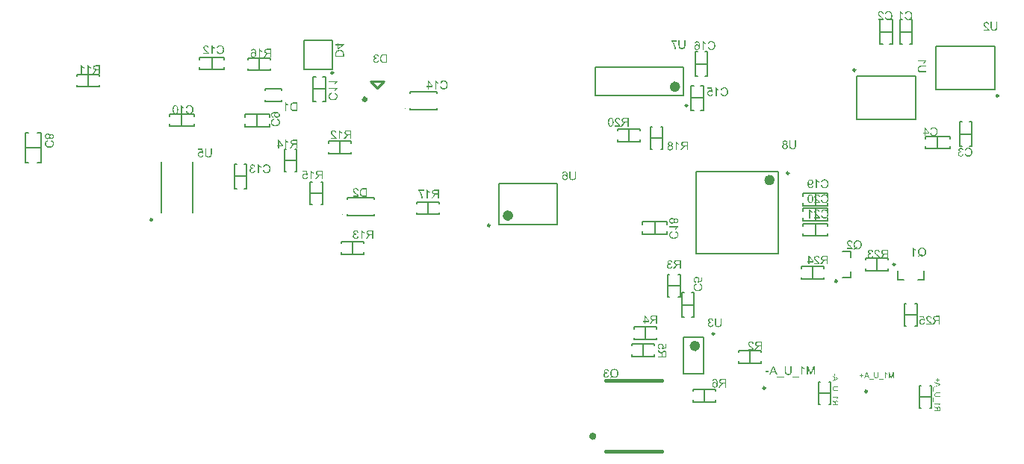
<source format=gbr>
%TF.GenerationSoftware,Altium Limited,Altium Designer,19.1.8 (144)*%
G04 Layer_Color=65280*
%FSLAX26Y26*%
%MOIN*%
%TF.FileFunction,Legend,Bot*%
%TF.Part,Single*%
G01*
G75*
%TA.AperFunction,NonConductor*%
%ADD10C,0.010000*%
%ADD20C,0.003937*%
%ADD54C,0.009842*%
%ADD55C,0.019685*%
%ADD56C,0.015748*%
%ADD57C,0.023622*%
%ADD58C,0.007874*%
%ADD59C,0.005906*%
G36*
X1213316Y4028541D02*
X1214426Y4028430D01*
X1215481Y4028319D01*
X1216424Y4028208D01*
X1217312Y4028097D01*
X1218145Y4027930D01*
X1218866Y4027764D01*
X1219477Y4027597D01*
X1220032Y4027486D01*
X1220531Y4027320D01*
X1220920Y4027209D01*
X1221197Y4027098D01*
X1221419Y4026987D01*
X1221530Y4026931D01*
X1221586D01*
X1222918Y4026265D01*
X1224083Y4025544D01*
X1225082Y4024711D01*
X1225915Y4023990D01*
X1226525Y4023268D01*
X1226969Y4022713D01*
X1227136Y4022491D01*
X1227247Y4022325D01*
X1227358Y4022269D01*
Y4022214D01*
X1228024Y4021048D01*
X1228523Y4019883D01*
X1228912Y4018717D01*
X1229134Y4017663D01*
X1229300Y4016719D01*
X1229356Y4016331D01*
Y4016053D01*
X1229411Y4015776D01*
Y4015387D01*
X1229356Y4014444D01*
X1229245Y4013556D01*
X1229078Y4012668D01*
X1228856Y4011891D01*
X1228246Y4010392D01*
X1227968Y4009726D01*
X1227635Y4009171D01*
X1227247Y4008616D01*
X1226969Y4008172D01*
X1226636Y4007728D01*
X1226359Y4007395D01*
X1226137Y4007118D01*
X1225970Y4006951D01*
X1225859Y4006840D01*
X1225804Y4006785D01*
X1225138Y4006174D01*
X1224361Y4005675D01*
X1223639Y4005175D01*
X1222862Y4004787D01*
X1222030Y4004454D01*
X1221253Y4004176D01*
X1219810Y4003788D01*
X1219088Y4003621D01*
X1218478Y4003510D01*
X1217867Y4003455D01*
X1217368Y4003399D01*
X1216979Y4003344D01*
X1216702D01*
X1216480D01*
X1216424D01*
X1215370Y4003399D01*
X1214426Y4003510D01*
X1213483Y4003621D01*
X1212595Y4003843D01*
X1211818Y4004121D01*
X1211041Y4004398D01*
X1210375Y4004676D01*
X1209764Y4005009D01*
X1209209Y4005286D01*
X1208710Y4005564D01*
X1208321Y4005841D01*
X1207933Y4006119D01*
X1207655Y4006341D01*
X1207489Y4006452D01*
X1207378Y4006563D01*
X1207322Y4006618D01*
X1206712Y4007229D01*
X1206212Y4007895D01*
X1205713Y4008561D01*
X1205324Y4009282D01*
X1204991Y4009948D01*
X1204714Y4010614D01*
X1204325Y4011891D01*
X1204159Y4012446D01*
X1204048Y4013001D01*
X1203992Y4013445D01*
X1203937Y4013889D01*
X1203881Y4014222D01*
Y4014666D01*
X1203937Y4015720D01*
X1204103Y4016719D01*
X1204325Y4017607D01*
X1204603Y4018440D01*
X1204825Y4019050D01*
X1205047Y4019550D01*
X1205213Y4019883D01*
X1205269Y4019994D01*
X1205824Y4020882D01*
X1206434Y4021659D01*
X1207045Y4022325D01*
X1207600Y4022880D01*
X1208155Y4023268D01*
X1208543Y4023601D01*
X1208821Y4023823D01*
X1208932Y4023879D01*
X1208488D01*
X1208210D01*
X1208044D01*
X1207988D01*
X1206878Y4023823D01*
X1205824Y4023768D01*
X1204880Y4023657D01*
X1203992Y4023546D01*
X1203271Y4023379D01*
X1202716Y4023268D01*
X1202494Y4023213D01*
X1202327D01*
X1202272Y4023157D01*
X1202216D01*
X1201217Y4022880D01*
X1200329Y4022602D01*
X1199552Y4022325D01*
X1198886Y4022047D01*
X1198387Y4021825D01*
X1197998Y4021603D01*
X1197721Y4021492D01*
X1197665Y4021437D01*
X1197055Y4020993D01*
X1196555Y4020549D01*
X1196111Y4020105D01*
X1195723Y4019661D01*
X1195390Y4019328D01*
X1195168Y4018995D01*
X1195057Y4018773D01*
X1195001Y4018717D01*
X1194668Y4018107D01*
X1194446Y4017441D01*
X1194280Y4016830D01*
X1194169Y4016220D01*
X1194113Y4015720D01*
X1194058Y4015332D01*
Y4014943D01*
X1194113Y4014055D01*
X1194280Y4013223D01*
X1194502Y4012501D01*
X1194779Y4011891D01*
X1195001Y4011447D01*
X1195223Y4011058D01*
X1195390Y4010836D01*
X1195445Y4010781D01*
X1196056Y4010226D01*
X1196777Y4009782D01*
X1197554Y4009393D01*
X1198331Y4009116D01*
X1198997Y4008894D01*
X1199608Y4008727D01*
X1199830Y4008672D01*
X1199941D01*
X1200052Y4008616D01*
X1200107D01*
X1199719Y4004065D01*
X1198109Y4004398D01*
X1196722Y4004842D01*
X1195501Y4005397D01*
X1194502Y4005952D01*
X1193725Y4006507D01*
X1193392Y4006785D01*
X1193114Y4007007D01*
X1192948Y4007173D01*
X1192781Y4007340D01*
X1192726Y4007395D01*
X1192670Y4007451D01*
X1192226Y4008006D01*
X1191838Y4008616D01*
X1191227Y4009837D01*
X1190783Y4011058D01*
X1190506Y4012224D01*
X1190284Y4013278D01*
X1190228Y4013722D01*
Y4014111D01*
X1190173Y4014388D01*
Y4014832D01*
X1190284Y4016386D01*
X1190506Y4017774D01*
X1190894Y4019050D01*
X1191338Y4020105D01*
X1191505Y4020549D01*
X1191727Y4020993D01*
X1191949Y4021326D01*
X1192115Y4021659D01*
X1192226Y4021881D01*
X1192337Y4022047D01*
X1192448Y4022158D01*
Y4022214D01*
X1193392Y4023324D01*
X1194446Y4024323D01*
X1195556Y4025100D01*
X1196611Y4025766D01*
X1197554Y4026321D01*
X1197998Y4026543D01*
X1198331Y4026709D01*
X1198664Y4026820D01*
X1198886Y4026931D01*
X1198997Y4026987D01*
X1199053D01*
X1199885Y4027264D01*
X1200829Y4027542D01*
X1202716Y4027930D01*
X1204714Y4028208D01*
X1206601Y4028374D01*
X1207433Y4028485D01*
X1208266Y4028541D01*
X1208987D01*
X1209598Y4028596D01*
X1210097D01*
X1210486D01*
X1210763D01*
X1210819D01*
X1212095D01*
X1213316Y4028541D01*
D02*
G37*
G36*
X1204270Y3993909D02*
X1203382Y3993687D01*
X1202549Y3993409D01*
X1201772Y3993132D01*
X1201051Y3992854D01*
X1200385Y3992521D01*
X1199830Y3992188D01*
X1199275Y3991800D01*
X1198775Y3991467D01*
X1198331Y3991189D01*
X1197998Y3990856D01*
X1197665Y3990579D01*
X1197388Y3990357D01*
X1197221Y3990135D01*
X1197055Y3989968D01*
X1196999Y3989913D01*
X1196944Y3989857D01*
X1196500Y3989302D01*
X1196167Y3988692D01*
X1195556Y3987471D01*
X1195112Y3986305D01*
X1194835Y3985140D01*
X1194613Y3984141D01*
X1194557Y3983752D01*
Y3983364D01*
X1194502Y3983031D01*
Y3982642D01*
X1194557Y3981366D01*
X1194779Y3980145D01*
X1195057Y3979035D01*
X1195390Y3978036D01*
X1195723Y3977259D01*
X1195889Y3976926D01*
X1196000Y3976648D01*
X1196111Y3976426D01*
X1196222Y3976260D01*
X1196278Y3976149D01*
Y3976093D01*
X1197055Y3975039D01*
X1197887Y3974151D01*
X1198831Y3973374D01*
X1199719Y3972763D01*
X1200496Y3972264D01*
X1201162Y3971931D01*
X1201439Y3971820D01*
X1201606Y3971709D01*
X1201717Y3971653D01*
X1201772D01*
X1203215Y3971209D01*
X1204658Y3970876D01*
X1206101Y3970599D01*
X1207433Y3970432D01*
X1208044Y3970377D01*
X1208599Y3970321D01*
X1209098D01*
X1209487Y3970266D01*
X1209820D01*
X1210097D01*
X1210264D01*
X1210319D01*
X1211762Y3970321D01*
X1213094Y3970432D01*
X1214315Y3970654D01*
X1215425Y3970876D01*
X1216369Y3971043D01*
X1216757Y3971154D01*
X1217090Y3971265D01*
X1217368Y3971320D01*
X1217534Y3971376D01*
X1217645Y3971431D01*
X1217701D01*
X1218977Y3971986D01*
X1220143Y3972597D01*
X1221086Y3973263D01*
X1221919Y3973984D01*
X1222585Y3974595D01*
X1223029Y3975094D01*
X1223306Y3975483D01*
X1223417Y3975538D01*
Y3975594D01*
X1224139Y3976759D01*
X1224694Y3978036D01*
X1225082Y3979257D01*
X1225304Y3980422D01*
X1225471Y3981477D01*
X1225526Y3981921D01*
Y3982309D01*
X1225582Y3982587D01*
Y3983031D01*
X1225526Y3984418D01*
X1225304Y3985695D01*
X1224971Y3986749D01*
X1224638Y3987693D01*
X1224250Y3988414D01*
X1223972Y3988969D01*
X1223750Y3989302D01*
X1223639Y3989413D01*
X1222807Y3990301D01*
X1221863Y3991134D01*
X1220864Y3991800D01*
X1219865Y3992355D01*
X1218977Y3992799D01*
X1218533Y3992965D01*
X1218200Y3993076D01*
X1217923Y3993187D01*
X1217701Y3993298D01*
X1217590Y3993354D01*
X1217534D01*
X1218700Y3998349D01*
X1219699Y3998016D01*
X1220587Y3997683D01*
X1221419Y3997239D01*
X1222252Y3996850D01*
X1222973Y3996406D01*
X1223639Y3995907D01*
X1224305Y3995463D01*
X1224860Y3995019D01*
X1225304Y3994575D01*
X1225748Y3994186D01*
X1226137Y3993798D01*
X1226414Y3993520D01*
X1226692Y3993243D01*
X1226858Y3993021D01*
X1226914Y3992910D01*
X1226969Y3992854D01*
X1227469Y3992077D01*
X1227968Y3991300D01*
X1228357Y3990523D01*
X1228690Y3989691D01*
X1229189Y3988026D01*
X1229522Y3986527D01*
X1229689Y3985806D01*
X1229744Y3985195D01*
X1229800Y3984585D01*
X1229855Y3984085D01*
X1229911Y3983697D01*
Y3983142D01*
X1229800Y3981310D01*
X1229522Y3979534D01*
X1229189Y3977980D01*
X1228967Y3977259D01*
X1228745Y3976593D01*
X1228523Y3975982D01*
X1228301Y3975427D01*
X1228135Y3974983D01*
X1227968Y3974539D01*
X1227802Y3974262D01*
X1227691Y3974040D01*
X1227635Y3973873D01*
X1227580Y3973818D01*
X1226636Y3972319D01*
X1225526Y3971043D01*
X1224416Y3969933D01*
X1223306Y3968989D01*
X1222307Y3968268D01*
X1221863Y3967990D01*
X1221475Y3967768D01*
X1221197Y3967546D01*
X1220975Y3967435D01*
X1220809Y3967380D01*
X1220753Y3967324D01*
X1219033Y3966547D01*
X1217257Y3965992D01*
X1215481Y3965604D01*
X1213871Y3965326D01*
X1213150Y3965215D01*
X1212428Y3965160D01*
X1211873Y3965104D01*
X1211318D01*
X1210930Y3965049D01*
X1210597D01*
X1210375D01*
X1210319D01*
X1208321Y3965160D01*
X1206379Y3965382D01*
X1204658Y3965659D01*
X1203826Y3965881D01*
X1203104Y3966048D01*
X1202438Y3966214D01*
X1201828Y3966436D01*
X1201273Y3966603D01*
X1200829Y3966714D01*
X1200496Y3966880D01*
X1200218Y3966936D01*
X1200052Y3967047D01*
X1199996D01*
X1198331Y3967879D01*
X1196833Y3968823D01*
X1195556Y3969822D01*
X1195057Y3970321D01*
X1194557Y3970765D01*
X1194113Y3971209D01*
X1193725Y3971653D01*
X1193392Y3972042D01*
X1193170Y3972375D01*
X1192948Y3972597D01*
X1192781Y3972819D01*
X1192726Y3972930D01*
X1192670Y3972985D01*
X1192226Y3973762D01*
X1191838Y3974539D01*
X1191227Y3976204D01*
X1190783Y3977869D01*
X1190506Y3979479D01*
X1190395Y3980256D01*
X1190284Y3980922D01*
X1190228Y3981532D01*
Y3982032D01*
X1190173Y3982476D01*
Y3983086D01*
X1190228Y3984196D01*
X1190339Y3985251D01*
X1190450Y3986250D01*
X1190672Y3987193D01*
X1190950Y3988081D01*
X1191227Y3988914D01*
X1191505Y3989691D01*
X1191838Y3990412D01*
X1192115Y3991023D01*
X1192393Y3991633D01*
X1192670Y3992077D01*
X1192948Y3992521D01*
X1193170Y3992799D01*
X1193281Y3993076D01*
X1193392Y3993187D01*
X1193447Y3993243D01*
X1194113Y3994020D01*
X1194779Y3994686D01*
X1195556Y3995296D01*
X1196333Y3995907D01*
X1197887Y3996906D01*
X1199441Y3997683D01*
X1200163Y3998016D01*
X1200829Y3998293D01*
X1201439Y3998515D01*
X1201939Y3998682D01*
X1202383Y3998848D01*
X1202716Y3998959D01*
X1202938Y3999015D01*
X1202993D01*
X1204270Y3993909D01*
D02*
G37*
G36*
X1925986Y4168278D02*
X1926596Y4167390D01*
X1927318Y4166502D01*
X1927984Y4165725D01*
X1928649Y4165059D01*
X1929149Y4164504D01*
X1929371Y4164337D01*
X1929537Y4164171D01*
X1929593Y4164115D01*
X1929649Y4164060D01*
X1930814Y4163117D01*
X1931979Y4162229D01*
X1933090Y4161452D01*
X1934199Y4160841D01*
X1935143Y4160286D01*
X1935532Y4160064D01*
X1935864Y4159898D01*
X1936142Y4159731D01*
X1936364Y4159676D01*
X1936475Y4159565D01*
X1936531D01*
Y4155014D01*
X1935698Y4155346D01*
X1934866Y4155735D01*
X1934033Y4156123D01*
X1933256Y4156512D01*
X1932590Y4156845D01*
X1932035Y4157123D01*
X1931702Y4157345D01*
X1931647Y4157400D01*
X1931591D01*
X1930592Y4158011D01*
X1929704Y4158621D01*
X1928927Y4159176D01*
X1928316Y4159676D01*
X1927762Y4160064D01*
X1927428Y4160397D01*
X1927151Y4160619D01*
X1927095Y4160675D01*
Y4130649D01*
X1922378D01*
Y4169221D01*
X1925430D01*
X1925986Y4168278D01*
D02*
G37*
G36*
X1962171Y4169610D02*
X1963947Y4169333D01*
X1965502Y4168999D01*
X1966223Y4168778D01*
X1966889Y4168556D01*
X1967499Y4168333D01*
X1968054Y4168111D01*
X1968498Y4167945D01*
X1968943Y4167779D01*
X1969220Y4167612D01*
X1969442Y4167501D01*
X1969609Y4167445D01*
X1969664Y4167390D01*
X1971162Y4166447D01*
X1972439Y4165337D01*
X1973549Y4164226D01*
X1974493Y4163117D01*
X1975214Y4162118D01*
X1975492Y4161673D01*
X1975714Y4161285D01*
X1975936Y4161007D01*
X1976046Y4160785D01*
X1976102Y4160619D01*
X1976158Y4160564D01*
X1976935Y4158843D01*
X1977489Y4157067D01*
X1977878Y4155291D01*
X1978156Y4153681D01*
X1978266Y4152960D01*
X1978322Y4152239D01*
X1978378Y4151684D01*
Y4151128D01*
X1978433Y4150740D01*
Y4150407D01*
Y4150185D01*
Y4150130D01*
X1978322Y4148132D01*
X1978100Y4146189D01*
X1977822Y4144468D01*
X1977601Y4143636D01*
X1977434Y4142914D01*
X1977267Y4142248D01*
X1977045Y4141638D01*
X1976879Y4141083D01*
X1976768Y4140639D01*
X1976601Y4140306D01*
X1976546Y4140029D01*
X1976435Y4139862D01*
Y4139806D01*
X1975602Y4138141D01*
X1974659Y4136643D01*
X1973660Y4135367D01*
X1973160Y4134867D01*
X1972716Y4134368D01*
X1972273Y4133923D01*
X1971829Y4133535D01*
X1971440Y4133202D01*
X1971107Y4132980D01*
X1970885Y4132758D01*
X1970663Y4132592D01*
X1970552Y4132536D01*
X1970496Y4132480D01*
X1969719Y4132037D01*
X1968943Y4131648D01*
X1967277Y4131038D01*
X1965612Y4130593D01*
X1964003Y4130316D01*
X1963226Y4130205D01*
X1962560Y4130094D01*
X1961949Y4130038D01*
X1961450D01*
X1961006Y4129983D01*
X1960396D01*
X1959285Y4130038D01*
X1958231Y4130150D01*
X1957232Y4130261D01*
X1956289Y4130483D01*
X1955400Y4130760D01*
X1954568Y4131038D01*
X1953791Y4131315D01*
X1953070Y4131648D01*
X1952459Y4131926D01*
X1951849Y4132203D01*
X1951405Y4132480D01*
X1950960Y4132758D01*
X1950683Y4132980D01*
X1950406Y4133091D01*
X1950294Y4133202D01*
X1950239Y4133257D01*
X1949462Y4133923D01*
X1948796Y4134590D01*
X1948186Y4135367D01*
X1947575Y4136144D01*
X1946576Y4137698D01*
X1945799Y4139252D01*
X1945466Y4139973D01*
X1945188Y4140639D01*
X1944966Y4141249D01*
X1944800Y4141749D01*
X1944633Y4142193D01*
X1944523Y4142526D01*
X1944467Y4142748D01*
Y4142803D01*
X1949573Y4144080D01*
X1949795Y4143192D01*
X1950072Y4142359D01*
X1950350Y4141583D01*
X1950628Y4140861D01*
X1950960Y4140195D01*
X1951293Y4139640D01*
X1951682Y4139085D01*
X1952015Y4138586D01*
X1952293Y4138141D01*
X1952626Y4137809D01*
X1952903Y4137475D01*
X1953125Y4137198D01*
X1953347Y4137032D01*
X1953514Y4136865D01*
X1953569Y4136810D01*
X1953624Y4136754D01*
X1954179Y4136310D01*
X1954790Y4135977D01*
X1956011Y4135367D01*
X1957177Y4134922D01*
X1958342Y4134645D01*
X1959341Y4134423D01*
X1959729Y4134368D01*
X1960118D01*
X1960451Y4134312D01*
X1960840D01*
X1962116Y4134368D01*
X1963337Y4134590D01*
X1964447Y4134867D01*
X1965446Y4135200D01*
X1966223Y4135533D01*
X1966556Y4135699D01*
X1966833Y4135810D01*
X1967055Y4135922D01*
X1967222Y4136033D01*
X1967333Y4136088D01*
X1967389D01*
X1968443Y4136865D01*
X1969331Y4137698D01*
X1970108Y4138641D01*
X1970718Y4139529D01*
X1971218Y4140306D01*
X1971551Y4140972D01*
X1971662Y4141249D01*
X1971773Y4141416D01*
X1971829Y4141527D01*
Y4141583D01*
X1972273Y4143025D01*
X1972605Y4144468D01*
X1972883Y4145912D01*
X1973050Y4147243D01*
X1973105Y4147854D01*
X1973160Y4148409D01*
Y4148908D01*
X1973216Y4149297D01*
Y4149630D01*
Y4149908D01*
Y4150074D01*
Y4150130D01*
X1973160Y4151573D01*
X1973050Y4152904D01*
X1972828Y4154126D01*
X1972605Y4155235D01*
X1972439Y4156179D01*
X1972328Y4156568D01*
X1972217Y4156900D01*
X1972161Y4157178D01*
X1972106Y4157345D01*
X1972051Y4157456D01*
Y4157511D01*
X1971495Y4158788D01*
X1970885Y4159953D01*
X1970219Y4160896D01*
X1969497Y4161729D01*
X1968887Y4162395D01*
X1968388Y4162839D01*
X1967999Y4163117D01*
X1967944Y4163227D01*
X1967888D01*
X1966723Y4163949D01*
X1965446Y4164504D01*
X1964225Y4164892D01*
X1963060Y4165114D01*
X1962005Y4165281D01*
X1961561Y4165337D01*
X1961172D01*
X1960895Y4165392D01*
X1960451D01*
X1959063Y4165337D01*
X1957787Y4165114D01*
X1956733Y4164782D01*
X1955789Y4164449D01*
X1955068Y4164060D01*
X1954513Y4163783D01*
X1954179Y4163560D01*
X1954069Y4163449D01*
X1953180Y4162617D01*
X1952348Y4161673D01*
X1951682Y4160675D01*
X1951127Y4159676D01*
X1950683Y4158788D01*
X1950516Y4158343D01*
X1950406Y4158011D01*
X1950294Y4157733D01*
X1950184Y4157511D01*
X1950128Y4157400D01*
Y4157345D01*
X1945133Y4158510D01*
X1945466Y4159509D01*
X1945799Y4160397D01*
X1946243Y4161230D01*
X1946631Y4162062D01*
X1947075Y4162783D01*
X1947575Y4163449D01*
X1948019Y4164115D01*
X1948463Y4164671D01*
X1948907Y4165114D01*
X1949295Y4165559D01*
X1949684Y4165947D01*
X1949961Y4166225D01*
X1950239Y4166502D01*
X1950461Y4166668D01*
X1950572Y4166724D01*
X1950628Y4166779D01*
X1951405Y4167279D01*
X1952181Y4167779D01*
X1952958Y4168167D01*
X1953791Y4168500D01*
X1955456Y4168999D01*
X1956955Y4169333D01*
X1957676Y4169499D01*
X1958286Y4169555D01*
X1958897Y4169610D01*
X1959397Y4169666D01*
X1959785Y4169721D01*
X1960340D01*
X1962171Y4169610D01*
D02*
G37*
G36*
X1911889Y4144191D02*
Y4139862D01*
X1895183D01*
Y4130649D01*
X1890466D01*
Y4139862D01*
X1885248D01*
Y4144191D01*
X1890466D01*
Y4169055D01*
X1894295D01*
X1911889Y4144191D01*
D02*
G37*
G36*
X888169Y3844691D02*
X883729Y3844080D01*
X883340Y3844691D01*
X882841Y3845190D01*
X882397Y3845689D01*
X881953Y3846078D01*
X881509Y3846356D01*
X881176Y3846633D01*
X880954Y3846744D01*
X880898Y3846800D01*
X880177Y3847133D01*
X879455Y3847410D01*
X878789Y3847577D01*
X878123Y3847743D01*
X877568Y3847798D01*
X877124Y3847854D01*
X876070D01*
X875404Y3847743D01*
X874238Y3847465D01*
X873239Y3847077D01*
X872351Y3846689D01*
X871685Y3846244D01*
X871186Y3845856D01*
X870908Y3845579D01*
X870797Y3845523D01*
Y3845468D01*
X870020Y3844524D01*
X869465Y3843525D01*
X869077Y3842470D01*
X868799Y3841416D01*
X868633Y3840528D01*
X868577Y3840140D01*
Y3839807D01*
X868522Y3839529D01*
Y3839307D01*
Y3839196D01*
Y3839140D01*
Y3838363D01*
X868633Y3837642D01*
X868910Y3836255D01*
X869299Y3835089D01*
X869687Y3834146D01*
X870131Y3833369D01*
X870520Y3832758D01*
X870686Y3832591D01*
X870797Y3832425D01*
X870853Y3832369D01*
X870908Y3832314D01*
X871352Y3831870D01*
X871796Y3831481D01*
X872795Y3830816D01*
X873739Y3830372D01*
X874682Y3830094D01*
X875459Y3829872D01*
X876125Y3829816D01*
X876347Y3829761D01*
X876680D01*
X877735Y3829816D01*
X878678Y3830039D01*
X879511Y3830316D01*
X880177Y3830649D01*
X880787Y3830982D01*
X881231Y3831260D01*
X881453Y3831481D01*
X881564Y3831537D01*
X882230Y3832314D01*
X882785Y3833146D01*
X883229Y3834090D01*
X883562Y3834923D01*
X883784Y3835755D01*
X883951Y3836365D01*
X884006Y3836643D01*
X884062Y3836809D01*
Y3836921D01*
Y3836976D01*
X889001Y3836588D01*
X888890Y3835700D01*
X888724Y3834867D01*
X888224Y3833313D01*
X887614Y3831981D01*
X887281Y3831370D01*
X886948Y3830871D01*
X886670Y3830372D01*
X886337Y3829927D01*
X886060Y3829595D01*
X885782Y3829317D01*
X885560Y3829095D01*
X885449Y3828873D01*
X885338Y3828818D01*
X885283Y3828762D01*
X884617Y3828262D01*
X883951Y3827818D01*
X883229Y3827430D01*
X882508Y3827097D01*
X881120Y3826597D01*
X879733Y3826265D01*
X879122Y3826098D01*
X878512Y3826043D01*
X878012Y3825987D01*
X877568Y3825932D01*
X877180Y3825876D01*
X876680D01*
X875515Y3825932D01*
X874405Y3826098D01*
X873350Y3826320D01*
X872407Y3826597D01*
X871519Y3826986D01*
X870686Y3827374D01*
X869909Y3827763D01*
X869243Y3828207D01*
X868633Y3828651D01*
X868078Y3829039D01*
X867634Y3829483D01*
X867245Y3829816D01*
X866968Y3830094D01*
X866746Y3830316D01*
X866635Y3830483D01*
X866579Y3830538D01*
X866024Y3831260D01*
X865580Y3832037D01*
X865136Y3832758D01*
X864803Y3833535D01*
X864248Y3835034D01*
X863915Y3836477D01*
X863804Y3837087D01*
X863693Y3837698D01*
X863638Y3838197D01*
X863582Y3838641D01*
X863527Y3839030D01*
Y3839307D01*
Y3839474D01*
Y3839529D01*
X863582Y3840528D01*
X863693Y3841472D01*
X863860Y3842415D01*
X864082Y3843247D01*
X864359Y3844024D01*
X864637Y3844802D01*
X864970Y3845468D01*
X865247Y3846078D01*
X865580Y3846633D01*
X865913Y3847133D01*
X866191Y3847521D01*
X866468Y3847910D01*
X866690Y3848187D01*
X866857Y3848354D01*
X866968Y3848465D01*
X867023Y3848520D01*
X867689Y3849131D01*
X868355Y3849686D01*
X869077Y3850130D01*
X869798Y3850518D01*
X870520Y3850907D01*
X871241Y3851184D01*
X872573Y3851573D01*
X873184Y3851739D01*
X873739Y3851850D01*
X874238Y3851905D01*
X874682Y3851961D01*
X875015Y3852017D01*
X876236D01*
X876902Y3851905D01*
X878234Y3851628D01*
X879455Y3851240D01*
X880565Y3850796D01*
X881453Y3850352D01*
X881842Y3850130D01*
X882175Y3849963D01*
X882452Y3849796D01*
X882619Y3849686D01*
X882730Y3849630D01*
X882785Y3849575D01*
X880732Y3859953D01*
X865358D01*
Y3864448D01*
X884450D01*
X888169Y3844691D01*
D02*
G37*
G36*
X925742Y3842748D02*
Y3841638D01*
X925687Y3840584D01*
X925631Y3839584D01*
X925520Y3838641D01*
X925409Y3837809D01*
X925298Y3837032D01*
X925132Y3836310D01*
X925021Y3835644D01*
X924910Y3835034D01*
X924743Y3834534D01*
X924632Y3834090D01*
X924521Y3833757D01*
X924410Y3833479D01*
X924355Y3833258D01*
X924299Y3833146D01*
Y3833091D01*
X923689Y3831870D01*
X922912Y3830760D01*
X922135Y3829872D01*
X921302Y3829095D01*
X920581Y3828485D01*
X919970Y3828041D01*
X919748Y3827930D01*
X919582Y3827818D01*
X919471Y3827707D01*
X919415D01*
X918028Y3827097D01*
X916585Y3826653D01*
X915086Y3826320D01*
X913699Y3826098D01*
X913088Y3826043D01*
X912478Y3825987D01*
X911923Y3825932D01*
X911479D01*
X911090Y3825876D01*
X910591D01*
X908593Y3825987D01*
X907705Y3826098D01*
X906872Y3826209D01*
X906040Y3826376D01*
X905318Y3826542D01*
X904652Y3826709D01*
X904042Y3826930D01*
X903487Y3827153D01*
X903043Y3827319D01*
X902599Y3827485D01*
X902266Y3827652D01*
X901988Y3827818D01*
X901822Y3827874D01*
X901711Y3827985D01*
X901655D01*
X900434Y3828818D01*
X899435Y3829761D01*
X898658Y3830649D01*
X897992Y3831537D01*
X897493Y3832314D01*
X897160Y3832925D01*
X897049Y3833146D01*
X896938Y3833313D01*
X896882Y3833424D01*
Y3833479D01*
X896660Y3834146D01*
X896438Y3834867D01*
X896105Y3836365D01*
X895883Y3837919D01*
X895717Y3839418D01*
X895661Y3840084D01*
X895606Y3840750D01*
Y3841305D01*
X895550Y3841805D01*
Y3842193D01*
Y3842470D01*
Y3842693D01*
Y3842748D01*
Y3864948D01*
X900656D01*
Y3842748D01*
Y3841472D01*
X900767Y3840251D01*
X900878Y3839196D01*
X901045Y3838197D01*
X901211Y3837309D01*
X901433Y3836477D01*
X901600Y3835755D01*
X901822Y3835144D01*
X902044Y3834645D01*
X902266Y3834146D01*
X902488Y3833812D01*
X902654Y3833479D01*
X902821Y3833258D01*
X902932Y3833091D01*
X902987Y3833035D01*
X903043Y3832980D01*
X903542Y3832536D01*
X904097Y3832148D01*
X905318Y3831537D01*
X906595Y3831093D01*
X907927Y3830816D01*
X909148Y3830593D01*
X909647Y3830538D01*
X910147D01*
X910480Y3830483D01*
X911035D01*
X912200Y3830538D01*
X913255Y3830704D01*
X914254Y3830871D01*
X915031Y3831148D01*
X915697Y3831370D01*
X916196Y3831537D01*
X916474Y3831704D01*
X916585Y3831759D01*
X917362Y3832258D01*
X918028Y3832869D01*
X918583Y3833479D01*
X918971Y3834035D01*
X919304Y3834590D01*
X919582Y3834978D01*
X919693Y3835256D01*
X919748Y3835367D01*
X919915Y3835866D01*
X920026Y3836365D01*
X920248Y3837531D01*
X920414Y3838752D01*
X920525Y3839973D01*
X920581Y3841028D01*
Y3841527D01*
X920636Y3841916D01*
Y3842249D01*
Y3842526D01*
Y3842693D01*
Y3842748D01*
Y3864948D01*
X925742D01*
Y3842748D01*
D02*
G37*
G36*
X4127034Y3117632D02*
X4127978Y3117577D01*
X4128866Y3117410D01*
X4129699Y3117244D01*
X4130475Y3117021D01*
X4131197Y3116800D01*
X4131863Y3116522D01*
X4132474Y3116244D01*
X4133029Y3115967D01*
X4133472Y3115689D01*
X4133861Y3115468D01*
X4134194Y3115245D01*
X4134471Y3115079D01*
X4134638Y3114912D01*
X4134749Y3114857D01*
X4134805Y3114802D01*
X4135359Y3114247D01*
X4135859Y3113636D01*
X4136359Y3112970D01*
X4136747Y3112304D01*
X4137413Y3110972D01*
X4137857Y3109640D01*
X4138024Y3109030D01*
X4138190Y3108419D01*
X4138301Y3107919D01*
X4138412Y3107476D01*
X4138467Y3107087D01*
Y3106809D01*
X4138523Y3106643D01*
Y3106588D01*
X4133694Y3106088D01*
X4133583Y3107365D01*
X4133361Y3108474D01*
X4133029Y3109474D01*
X4132640Y3110251D01*
X4132307Y3110916D01*
X4131974Y3111360D01*
X4131752Y3111638D01*
X4131641Y3111749D01*
X4130809Y3112415D01*
X4129921Y3112914D01*
X4128977Y3113303D01*
X4128145Y3113525D01*
X4127368Y3113691D01*
X4126702Y3113747D01*
X4126480Y3113802D01*
X4126146D01*
X4124981Y3113747D01*
X4123926Y3113525D01*
X4123038Y3113192D01*
X4122261Y3112859D01*
X4121651Y3112470D01*
X4121262Y3112193D01*
X4120985Y3111971D01*
X4120874Y3111860D01*
X4120208Y3111083D01*
X4119708Y3110306D01*
X4119320Y3109529D01*
X4119098Y3108752D01*
X4118931Y3108142D01*
X4118876Y3107586D01*
X4118820Y3107253D01*
Y3107198D01*
Y3107142D01*
X4118931Y3106144D01*
X4119154Y3105089D01*
X4119542Y3104146D01*
X4119931Y3103258D01*
X4120374Y3102536D01*
X4120763Y3101925D01*
X4120874Y3101704D01*
X4120985Y3101537D01*
X4121096Y3101481D01*
Y3101426D01*
X4121540Y3100816D01*
X4122095Y3100205D01*
X4122706Y3099539D01*
X4123372Y3098873D01*
X4124759Y3097541D01*
X4126146Y3096209D01*
X4126868Y3095599D01*
X4127479Y3095044D01*
X4128089Y3094544D01*
X4128588Y3094100D01*
X4128977Y3093767D01*
X4129310Y3093490D01*
X4129532Y3093323D01*
X4129587Y3093267D01*
X4130975Y3092102D01*
X4132252Y3090992D01*
X4133306Y3089993D01*
X4134139Y3089160D01*
X4134860Y3088439D01*
X4135359Y3087939D01*
X4135637Y3087606D01*
X4135748Y3087551D01*
Y3087495D01*
X4136525Y3086552D01*
X4137136Y3085664D01*
X4137690Y3084776D01*
X4138135Y3083999D01*
X4138467Y3083333D01*
X4138690Y3082834D01*
X4138801Y3082501D01*
X4138856Y3082445D01*
Y3082390D01*
X4139078Y3081779D01*
X4139189Y3081224D01*
X4139300Y3080669D01*
X4139355Y3080169D01*
X4139411Y3079726D01*
Y3079392D01*
Y3079171D01*
Y3079115D01*
X4113936D01*
Y3083666D01*
X4132862D01*
X4132196Y3084610D01*
X4131863Y3084998D01*
X4131586Y3085387D01*
X4131308Y3085720D01*
X4131086Y3085941D01*
X4130919Y3086108D01*
X4130864Y3086164D01*
X4130587Y3086441D01*
X4130253Y3086718D01*
X4129476Y3087440D01*
X4128588Y3088273D01*
X4127645Y3089105D01*
X4126757Y3089827D01*
X4126368Y3090160D01*
X4126035Y3090492D01*
X4125758Y3090715D01*
X4125536Y3090881D01*
X4125425Y3090992D01*
X4125369Y3091048D01*
X4124481Y3091825D01*
X4123593Y3092546D01*
X4122816Y3093267D01*
X4122095Y3093878D01*
X4121429Y3094488D01*
X4120874Y3095044D01*
X4120319Y3095543D01*
X4119875Y3095987D01*
X4119431Y3096431D01*
X4119098Y3096764D01*
X4118820Y3097041D01*
X4118543Y3097319D01*
X4118266Y3097652D01*
X4118154Y3097763D01*
X4117377Y3098706D01*
X4116712Y3099539D01*
X4116157Y3100372D01*
X4115712Y3101037D01*
X4115380Y3101648D01*
X4115158Y3102092D01*
X4115047Y3102369D01*
X4114991Y3102481D01*
X4114658Y3103313D01*
X4114436Y3104146D01*
X4114214Y3104923D01*
X4114103Y3105588D01*
X4114047Y3106199D01*
X4113992Y3106643D01*
Y3106921D01*
Y3107032D01*
X4114047Y3107864D01*
X4114158Y3108641D01*
X4114270Y3109418D01*
X4114492Y3110084D01*
X4115047Y3111416D01*
X4115601Y3112470D01*
X4115935Y3112970D01*
X4116212Y3113358D01*
X4116489Y3113747D01*
X4116767Y3114024D01*
X4116989Y3114247D01*
X4117100Y3114468D01*
X4117211Y3114524D01*
X4117266Y3114579D01*
X4117877Y3115135D01*
X4118543Y3115634D01*
X4119265Y3116023D01*
X4119986Y3116356D01*
X4121429Y3116910D01*
X4122872Y3117299D01*
X4123483Y3117410D01*
X4124093Y3117521D01*
X4124648Y3117577D01*
X4125092Y3117632D01*
X4125480Y3117688D01*
X4126035D01*
X4127034Y3117632D01*
D02*
G37*
G36*
X4108053Y3097264D02*
X4103614Y3096653D01*
X4103225Y3097264D01*
X4102725Y3097763D01*
X4102282Y3098262D01*
X4101837Y3098651D01*
X4101394Y3098928D01*
X4101060Y3099206D01*
X4100838Y3099317D01*
X4100783Y3099372D01*
X4100061Y3099706D01*
X4099340Y3099983D01*
X4098674Y3100149D01*
X4098008Y3100316D01*
X4097453Y3100372D01*
X4097009Y3100427D01*
X4095954D01*
X4095289Y3100316D01*
X4094123Y3100039D01*
X4093124Y3099650D01*
X4092236Y3099262D01*
X4091570Y3098818D01*
X4091070Y3098429D01*
X4090793Y3098151D01*
X4090682Y3098096D01*
Y3098041D01*
X4089905Y3097097D01*
X4089350Y3096098D01*
X4088961Y3095044D01*
X4088684Y3093989D01*
X4088517Y3093101D01*
X4088462Y3092713D01*
Y3092380D01*
X4088407Y3092102D01*
Y3091880D01*
Y3091769D01*
Y3091713D01*
Y3090936D01*
X4088517Y3090215D01*
X4088795Y3088827D01*
X4089184Y3087662D01*
X4089572Y3086718D01*
X4090016Y3085941D01*
X4090405Y3085331D01*
X4090571Y3085164D01*
X4090682Y3084998D01*
X4090738Y3084943D01*
X4090793Y3084887D01*
X4091237Y3084443D01*
X4091681Y3084055D01*
X4092680Y3083389D01*
X4093624Y3082945D01*
X4094567Y3082667D01*
X4095344Y3082445D01*
X4096010Y3082390D01*
X4096232Y3082334D01*
X4096565D01*
X4097619Y3082390D01*
X4098563Y3082611D01*
X4099395Y3082889D01*
X4100061Y3083222D01*
X4100672Y3083555D01*
X4101116Y3083832D01*
X4101338Y3084055D01*
X4101449Y3084110D01*
X4102115Y3084887D01*
X4102670Y3085720D01*
X4103114Y3086663D01*
X4103447Y3087495D01*
X4103669Y3088328D01*
X4103836Y3088939D01*
X4103891Y3089216D01*
X4103947Y3089383D01*
Y3089494D01*
Y3089549D01*
X4108886Y3089160D01*
X4108775Y3088273D01*
X4108609Y3087440D01*
X4108109Y3085886D01*
X4107498Y3084554D01*
X4107166Y3083943D01*
X4106833Y3083444D01*
X4106555Y3082945D01*
X4106222Y3082501D01*
X4105944Y3082168D01*
X4105667Y3081890D01*
X4105445Y3081668D01*
X4105334Y3081446D01*
X4105223Y3081390D01*
X4105167Y3081335D01*
X4104502Y3080836D01*
X4103836Y3080392D01*
X4103114Y3080003D01*
X4102392Y3079670D01*
X4101005Y3079171D01*
X4099618Y3078838D01*
X4099007Y3078671D01*
X4098396Y3078615D01*
X4097897Y3078560D01*
X4097453Y3078505D01*
X4097065Y3078449D01*
X4096565D01*
X4095399Y3078505D01*
X4094289Y3078671D01*
X4093235Y3078893D01*
X4092291Y3079171D01*
X4091403Y3079559D01*
X4090571Y3079948D01*
X4089794Y3080336D01*
X4089128Y3080780D01*
X4088517Y3081224D01*
X4087963Y3081613D01*
X4087519Y3082057D01*
X4087130Y3082390D01*
X4086852Y3082667D01*
X4086631Y3082889D01*
X4086519Y3083055D01*
X4086464Y3083111D01*
X4085909Y3083832D01*
X4085465Y3084610D01*
X4085021Y3085331D01*
X4084688Y3086108D01*
X4084133Y3087606D01*
X4083800Y3089050D01*
X4083689Y3089660D01*
X4083578Y3090271D01*
X4083523Y3090770D01*
X4083467Y3091214D01*
X4083412Y3091602D01*
Y3091880D01*
Y3092046D01*
Y3092102D01*
X4083467Y3093101D01*
X4083578Y3094044D01*
X4083744Y3094988D01*
X4083966Y3095820D01*
X4084244Y3096597D01*
X4084521Y3097374D01*
X4084854Y3098041D01*
X4085132Y3098651D01*
X4085465Y3099206D01*
X4085798Y3099706D01*
X4086075Y3100094D01*
X4086353Y3100483D01*
X4086575Y3100760D01*
X4086742Y3100927D01*
X4086852Y3101037D01*
X4086908Y3101093D01*
X4087574Y3101704D01*
X4088240Y3102258D01*
X4088961Y3102702D01*
X4089683Y3103091D01*
X4090405Y3103479D01*
X4091126Y3103757D01*
X4092458Y3104146D01*
X4093068Y3104312D01*
X4093624Y3104423D01*
X4094123Y3104479D01*
X4094567Y3104534D01*
X4094900Y3104590D01*
X4096121D01*
X4096787Y3104479D01*
X4098119Y3104201D01*
X4099340Y3103812D01*
X4100450Y3103369D01*
X4101338Y3102925D01*
X4101726Y3102702D01*
X4102060Y3102536D01*
X4102337Y3102369D01*
X4102503Y3102258D01*
X4102614Y3102203D01*
X4102670Y3102148D01*
X4100617Y3112526D01*
X4085243D01*
Y3117021D01*
X4104335D01*
X4108053Y3097264D01*
D02*
G37*
G36*
X4175486Y3079115D02*
X4170380D01*
Y3096153D01*
X4163831D01*
X4163221Y3096098D01*
X4162776D01*
X4162388Y3096043D01*
X4162110Y3095987D01*
X4161889D01*
X4161778Y3095932D01*
X4161722D01*
X4160834Y3095654D01*
X4160445Y3095488D01*
X4160113Y3095321D01*
X4159779Y3095155D01*
X4159557Y3095044D01*
X4159447Y3094988D01*
X4159391Y3094932D01*
X4158947Y3094599D01*
X4158503Y3094211D01*
X4157671Y3093378D01*
X4157282Y3092990D01*
X4157005Y3092657D01*
X4156838Y3092435D01*
X4156783Y3092380D01*
X4156227Y3091602D01*
X4155617Y3090770D01*
X4155007Y3089882D01*
X4154396Y3089050D01*
X4153896Y3088273D01*
X4153508Y3087662D01*
X4153342Y3087440D01*
X4153230Y3087273D01*
X4153119Y3087162D01*
Y3087107D01*
X4148069Y3079115D01*
X4141742D01*
X4148346Y3089549D01*
X4149123Y3090659D01*
X4149845Y3091658D01*
X4150566Y3092490D01*
X4151177Y3093267D01*
X4151732Y3093823D01*
X4152176Y3094267D01*
X4152453Y3094544D01*
X4152565Y3094655D01*
X4153008Y3094988D01*
X4153508Y3095376D01*
X4154507Y3095987D01*
X4154951Y3096209D01*
X4155284Y3096431D01*
X4155506Y3096542D01*
X4155617Y3096597D01*
X4154618Y3096764D01*
X4153675Y3096930D01*
X4152842Y3097208D01*
X4152010Y3097430D01*
X4151288Y3097707D01*
X4150622Y3098041D01*
X4150011Y3098318D01*
X4149457Y3098595D01*
X4149012Y3098928D01*
X4148569Y3099206D01*
X4148235Y3099428D01*
X4147958Y3099650D01*
X4147736Y3099816D01*
X4147569Y3099983D01*
X4147514Y3100039D01*
X4147458Y3100094D01*
X4147015Y3100649D01*
X4146570Y3101204D01*
X4145904Y3102369D01*
X4145461Y3103535D01*
X4145127Y3104645D01*
X4144905Y3105588D01*
X4144850Y3105977D01*
Y3106365D01*
X4144794Y3106643D01*
Y3106865D01*
Y3106976D01*
Y3107032D01*
X4144850Y3108197D01*
X4145016Y3109251D01*
X4145294Y3110251D01*
X4145572Y3111083D01*
X4145904Y3111805D01*
X4146127Y3112360D01*
X4146349Y3112693D01*
X4146404Y3112748D01*
Y3112803D01*
X4147070Y3113691D01*
X4147736Y3114468D01*
X4148458Y3115135D01*
X4149123Y3115634D01*
X4149734Y3116023D01*
X4150234Y3116244D01*
X4150566Y3116411D01*
X4150622Y3116466D01*
X4150677D01*
X4151177Y3116633D01*
X4151788Y3116800D01*
X4153008Y3117077D01*
X4154341Y3117244D01*
X4155561Y3117410D01*
X4156727Y3117465D01*
X4157226D01*
X4157671Y3117521D01*
X4175486D01*
Y3079115D01*
D02*
G37*
G36*
X3626706Y3386076D02*
X3627649Y3386021D01*
X3628537Y3385854D01*
X3629370Y3385688D01*
X3630147Y3385466D01*
X3630869Y3385244D01*
X3631535Y3384966D01*
X3632145Y3384689D01*
X3632700Y3384411D01*
X3633144Y3384134D01*
X3633532Y3383912D01*
X3633865Y3383690D01*
X3634143Y3383523D01*
X3634309Y3383357D01*
X3634421Y3383301D01*
X3634476Y3383246D01*
X3635031Y3382691D01*
X3635530Y3382080D01*
X3636030Y3381414D01*
X3636419Y3380748D01*
X3637084Y3379416D01*
X3637528Y3378084D01*
X3637695Y3377474D01*
X3637861Y3376863D01*
X3637972Y3376364D01*
X3638084Y3375920D01*
X3638139Y3375531D01*
Y3375254D01*
X3638195Y3375087D01*
Y3375032D01*
X3633366Y3374532D01*
X3633255Y3375809D01*
X3633033Y3376919D01*
X3632700Y3377918D01*
X3632311Y3378695D01*
X3631979Y3379361D01*
X3631646Y3379805D01*
X3631423Y3380082D01*
X3631312Y3380193D01*
X3630480Y3380859D01*
X3629592Y3381359D01*
X3628648Y3381747D01*
X3627816Y3381969D01*
X3627039Y3382136D01*
X3626373Y3382191D01*
X3626151Y3382247D01*
X3625818D01*
X3624653Y3382191D01*
X3623598Y3381969D01*
X3622710Y3381636D01*
X3621933Y3381303D01*
X3621323Y3380915D01*
X3620934Y3380637D01*
X3620657Y3380415D01*
X3620546Y3380304D01*
X3619880Y3379527D01*
X3619380Y3378750D01*
X3618992Y3377973D01*
X3618769Y3377196D01*
X3618603Y3376586D01*
X3618548Y3376031D01*
X3618492Y3375698D01*
Y3375642D01*
Y3375587D01*
X3618603Y3374588D01*
X3618825Y3373533D01*
X3619213Y3372590D01*
X3619602Y3371702D01*
X3620046Y3370980D01*
X3620434Y3370370D01*
X3620546Y3370148D01*
X3620657Y3369981D01*
X3620767Y3369926D01*
Y3369870D01*
X3621211Y3369260D01*
X3621767Y3368649D01*
X3622377Y3367983D01*
X3623043Y3367317D01*
X3624430Y3365985D01*
X3625818Y3364653D01*
X3626539Y3364043D01*
X3627150Y3363488D01*
X3627760Y3362988D01*
X3628260Y3362544D01*
X3628648Y3362211D01*
X3628981Y3361934D01*
X3629204Y3361767D01*
X3629259Y3361712D01*
X3630646Y3360546D01*
X3631923Y3359436D01*
X3632977Y3358437D01*
X3633810Y3357605D01*
X3634532Y3356883D01*
X3635031Y3356384D01*
X3635309Y3356051D01*
X3635419Y3355995D01*
Y3355940D01*
X3636197Y3354996D01*
X3636807Y3354108D01*
X3637362Y3353220D01*
X3637806Y3352443D01*
X3638139Y3351777D01*
X3638361Y3351278D01*
X3638472Y3350945D01*
X3638528Y3350889D01*
Y3350834D01*
X3638749Y3350223D01*
X3638860Y3349668D01*
X3638972Y3349113D01*
X3639027Y3348614D01*
X3639082Y3348170D01*
Y3347837D01*
Y3347615D01*
Y3347559D01*
X3613608D01*
Y3352110D01*
X3632534D01*
X3631867Y3353054D01*
X3631535Y3353442D01*
X3631257Y3353831D01*
X3630979Y3354164D01*
X3630758Y3354386D01*
X3630591Y3354552D01*
X3630535Y3354608D01*
X3630258Y3354885D01*
X3629925Y3355163D01*
X3629148Y3355884D01*
X3628260Y3356717D01*
X3627316Y3357549D01*
X3626428Y3358271D01*
X3626040Y3358604D01*
X3625707Y3358937D01*
X3625430Y3359159D01*
X3625207Y3359325D01*
X3625097Y3359436D01*
X3625041Y3359492D01*
X3624153Y3360269D01*
X3623265Y3360990D01*
X3622488Y3361712D01*
X3621767Y3362322D01*
X3621101Y3362933D01*
X3620546Y3363488D01*
X3619990Y3363987D01*
X3619546Y3364431D01*
X3619102Y3364875D01*
X3618769Y3365208D01*
X3618492Y3365486D01*
X3618215Y3365763D01*
X3617937Y3366096D01*
X3617826Y3366207D01*
X3617049Y3367151D01*
X3616383Y3367983D01*
X3615828Y3368816D01*
X3615384Y3369482D01*
X3615051Y3370092D01*
X3614829Y3370536D01*
X3614718Y3370814D01*
X3614662Y3370925D01*
X3614329Y3371757D01*
X3614108Y3372590D01*
X3613885Y3373367D01*
X3613774Y3374033D01*
X3613719Y3374643D01*
X3613664Y3375087D01*
Y3375365D01*
Y3375476D01*
X3613719Y3376308D01*
X3613830Y3377085D01*
X3613941Y3377862D01*
X3614163Y3378528D01*
X3614718Y3379860D01*
X3615273Y3380915D01*
X3615606Y3381414D01*
X3615883Y3381803D01*
X3616161Y3382191D01*
X3616439Y3382469D01*
X3616660Y3382691D01*
X3616771Y3382913D01*
X3616883Y3382968D01*
X3616938Y3383024D01*
X3617548Y3383579D01*
X3618215Y3384078D01*
X3618936Y3384467D01*
X3619657Y3384800D01*
X3621101Y3385355D01*
X3622544Y3385743D01*
X3623154Y3385854D01*
X3623765Y3385965D01*
X3624320Y3386021D01*
X3624764Y3386076D01*
X3625152Y3386132D01*
X3625707D01*
X3626706Y3386076D01*
D02*
G37*
G36*
X3675157Y3347559D02*
X3670052D01*
Y3364598D01*
X3663503D01*
X3662892Y3364542D01*
X3662448D01*
X3662059Y3364487D01*
X3661782Y3364431D01*
X3661560D01*
X3661449Y3364376D01*
X3661394D01*
X3660506Y3364098D01*
X3660117Y3363932D01*
X3659784Y3363765D01*
X3659451Y3363599D01*
X3659229Y3363488D01*
X3659118Y3363432D01*
X3659062Y3363377D01*
X3658619Y3363044D01*
X3658175Y3362655D01*
X3657342Y3361823D01*
X3656954Y3361434D01*
X3656676Y3361101D01*
X3656510Y3360879D01*
X3656454Y3360824D01*
X3655899Y3360047D01*
X3655289Y3359214D01*
X3654678Y3358326D01*
X3654068Y3357494D01*
X3653568Y3356717D01*
X3653180Y3356106D01*
X3653013Y3355884D01*
X3652902Y3355718D01*
X3652791Y3355607D01*
Y3355551D01*
X3647740Y3347559D01*
X3641414D01*
X3648018Y3357993D01*
X3648795Y3359103D01*
X3649517Y3360102D01*
X3650238Y3360935D01*
X3650849Y3361712D01*
X3651403Y3362267D01*
X3651847Y3362711D01*
X3652125Y3362988D01*
X3652236Y3363099D01*
X3652680Y3363432D01*
X3653180Y3363821D01*
X3654178Y3364431D01*
X3654622Y3364653D01*
X3654956Y3364875D01*
X3655177Y3364986D01*
X3655289Y3365042D01*
X3654289Y3365208D01*
X3653346Y3365375D01*
X3652514Y3365652D01*
X3651681Y3365874D01*
X3650959Y3366152D01*
X3650294Y3366485D01*
X3649683Y3366762D01*
X3649128Y3367040D01*
X3648684Y3367373D01*
X3648240Y3367650D01*
X3647907Y3367872D01*
X3647630Y3368094D01*
X3647407Y3368261D01*
X3647241Y3368427D01*
X3647186Y3368483D01*
X3647130Y3368538D01*
X3646686Y3369093D01*
X3646242Y3369648D01*
X3645576Y3370814D01*
X3645132Y3371979D01*
X3644799Y3373089D01*
X3644577Y3374033D01*
X3644521Y3374421D01*
Y3374810D01*
X3644466Y3375087D01*
Y3375309D01*
Y3375420D01*
Y3375476D01*
X3644521Y3376641D01*
X3644688Y3377696D01*
X3644965Y3378695D01*
X3645243Y3379527D01*
X3645576Y3380249D01*
X3645798Y3380804D01*
X3646020Y3381137D01*
X3646075Y3381192D01*
Y3381248D01*
X3646742Y3382136D01*
X3647407Y3382913D01*
X3648129Y3383579D01*
X3648795Y3384078D01*
X3649405Y3384467D01*
X3649905Y3384689D01*
X3650238Y3384855D01*
X3650294Y3384911D01*
X3650349D01*
X3650849Y3385077D01*
X3651459Y3385244D01*
X3652680Y3385521D01*
X3654012Y3385688D01*
X3655233Y3385854D01*
X3656398Y3385910D01*
X3656898D01*
X3657342Y3385965D01*
X3675157D01*
Y3347559D01*
D02*
G37*
G36*
X3610167Y3361101D02*
Y3356772D01*
X3593461D01*
Y3347559D01*
X3588744D01*
Y3356772D01*
X3583527D01*
Y3361101D01*
X3588744D01*
Y3385965D01*
X3592573D01*
X3610167Y3361101D01*
D02*
G37*
G36*
X3867218Y3413580D02*
X3868716Y3413302D01*
X3869993Y3412858D01*
X3871103Y3412414D01*
X3871602Y3412137D01*
X3871991Y3411915D01*
X3872379Y3411693D01*
X3872657Y3411471D01*
X3872879Y3411304D01*
X3873045Y3411193D01*
X3873156Y3411138D01*
X3873212Y3411082D01*
X3874266Y3410028D01*
X3875099Y3408862D01*
X3875765Y3407641D01*
X3876320Y3406420D01*
X3876653Y3405366D01*
X3876819Y3404922D01*
X3876930Y3404533D01*
X3876986Y3404200D01*
X3877041Y3403978D01*
X3877097Y3403812D01*
Y3403756D01*
X3872379Y3402924D01*
X3872157Y3404145D01*
X3871824Y3405199D01*
X3871436Y3406087D01*
X3871047Y3406809D01*
X3870659Y3407364D01*
X3870326Y3407752D01*
X3870104Y3408030D01*
X3870048Y3408085D01*
X3869327Y3408640D01*
X3868550Y3409084D01*
X3867828Y3409362D01*
X3867107Y3409584D01*
X3866441Y3409695D01*
X3865941Y3409806D01*
X3865497D01*
X3864498Y3409750D01*
X3863610Y3409528D01*
X3862833Y3409251D01*
X3862167Y3408973D01*
X3861668Y3408640D01*
X3861279Y3408363D01*
X3861002Y3408141D01*
X3860946Y3408085D01*
X3860336Y3407419D01*
X3859892Y3406698D01*
X3859614Y3405976D01*
X3859392Y3405310D01*
X3859281Y3404700D01*
X3859170Y3404256D01*
Y3403923D01*
Y3403867D01*
Y3403812D01*
Y3403201D01*
X3859281Y3402646D01*
X3859559Y3401703D01*
X3859947Y3400870D01*
X3860391Y3400149D01*
X3860835Y3399649D01*
X3861224Y3399261D01*
X3861501Y3399039D01*
X3861557Y3398983D01*
X3861612D01*
X3862556Y3398484D01*
X3863444Y3398095D01*
X3864387Y3397818D01*
X3865220Y3397651D01*
X3865941Y3397540D01*
X3866552Y3397429D01*
X3867273D01*
X3867495Y3397485D01*
X3867773D01*
X3868328Y3393322D01*
X3867606Y3393489D01*
X3866940Y3393600D01*
X3866385Y3393711D01*
X3865886Y3393766D01*
X3865497Y3393822D01*
X3864998D01*
X3863832Y3393711D01*
X3862778Y3393489D01*
X3861834Y3393156D01*
X3861057Y3392767D01*
X3860447Y3392379D01*
X3860003Y3392046D01*
X3859725Y3391824D01*
X3859614Y3391713D01*
X3858893Y3390880D01*
X3858338Y3389992D01*
X3857949Y3389104D01*
X3857727Y3388216D01*
X3857561Y3387495D01*
X3857505Y3386884D01*
X3857450Y3386662D01*
Y3386496D01*
Y3386385D01*
Y3386329D01*
X3857561Y3385108D01*
X3857838Y3383998D01*
X3858171Y3383055D01*
X3858615Y3382222D01*
X3859059Y3381556D01*
X3859392Y3381057D01*
X3859670Y3380724D01*
X3859781Y3380613D01*
X3860669Y3379836D01*
X3861612Y3379281D01*
X3862556Y3378892D01*
X3863444Y3378615D01*
X3864221Y3378448D01*
X3864831Y3378393D01*
X3865053Y3378337D01*
X3865386D01*
X3866385Y3378393D01*
X3867329Y3378615D01*
X3868161Y3378892D01*
X3868827Y3379225D01*
X3869382Y3379503D01*
X3869826Y3379780D01*
X3870048Y3380002D01*
X3870159Y3380058D01*
X3870825Y3380835D01*
X3871380Y3381723D01*
X3871880Y3382666D01*
X3872268Y3383665D01*
X3872546Y3384498D01*
X3872657Y3384886D01*
X3872712Y3385219D01*
X3872768Y3385497D01*
X3872823Y3385719D01*
X3872879Y3385830D01*
Y3385885D01*
X3877596Y3385275D01*
X3877485Y3384387D01*
X3877319Y3383554D01*
X3876819Y3382000D01*
X3876209Y3380668D01*
X3875876Y3380113D01*
X3875543Y3379558D01*
X3875210Y3379059D01*
X3874877Y3378670D01*
X3874599Y3378282D01*
X3874322Y3378004D01*
X3874155Y3377782D01*
X3873989Y3377616D01*
X3873878Y3377505D01*
X3873822Y3377449D01*
X3873156Y3376950D01*
X3872490Y3376450D01*
X3871824Y3376062D01*
X3871103Y3375729D01*
X3869715Y3375174D01*
X3868383Y3374841D01*
X3867773Y3374730D01*
X3867218Y3374619D01*
X3866718Y3374563D01*
X3866274Y3374508D01*
X3865941Y3374452D01*
X3865442D01*
X3864387Y3374508D01*
X3863444Y3374619D01*
X3862500Y3374785D01*
X3861612Y3375007D01*
X3860780Y3375285D01*
X3860058Y3375562D01*
X3859337Y3375895D01*
X3858726Y3376228D01*
X3858116Y3376506D01*
X3857616Y3376839D01*
X3857172Y3377116D01*
X3856839Y3377394D01*
X3856562Y3377616D01*
X3856340Y3377782D01*
X3856229Y3377893D01*
X3856173Y3377949D01*
X3855507Y3378615D01*
X3854952Y3379336D01*
X3854453Y3380058D01*
X3854009Y3380779D01*
X3853676Y3381445D01*
X3853343Y3382167D01*
X3852899Y3383499D01*
X3852788Y3384109D01*
X3852677Y3384664D01*
X3852566Y3385164D01*
X3852510Y3385608D01*
X3852455Y3385941D01*
Y3386218D01*
Y3386385D01*
Y3386440D01*
X3852510Y3387772D01*
X3852732Y3388993D01*
X3853065Y3390048D01*
X3853398Y3390936D01*
X3853731Y3391657D01*
X3854064Y3392212D01*
X3854286Y3392545D01*
X3854342Y3392656D01*
X3855119Y3393489D01*
X3855951Y3394210D01*
X3856839Y3394765D01*
X3857727Y3395209D01*
X3858504Y3395542D01*
X3859115Y3395764D01*
X3859337Y3395820D01*
X3859503Y3395875D01*
X3859614Y3395931D01*
X3859670D01*
X3858726Y3396430D01*
X3857949Y3396930D01*
X3857283Y3397485D01*
X3856728Y3397984D01*
X3856284Y3398428D01*
X3855951Y3398817D01*
X3855785Y3399039D01*
X3855729Y3399150D01*
X3855285Y3399927D01*
X3854952Y3400704D01*
X3854675Y3401481D01*
X3854508Y3402202D01*
X3854397Y3402813D01*
X3854342Y3403257D01*
Y3403590D01*
Y3403701D01*
X3854397Y3404644D01*
X3854564Y3405588D01*
X3854786Y3406420D01*
X3855063Y3407142D01*
X3855341Y3407752D01*
X3855563Y3408252D01*
X3855729Y3408529D01*
X3855785Y3408640D01*
X3856340Y3409473D01*
X3857006Y3410194D01*
X3857672Y3410805D01*
X3858338Y3411360D01*
X3858893Y3411748D01*
X3859392Y3412081D01*
X3859725Y3412248D01*
X3859781Y3412303D01*
X3859836D01*
X3860835Y3412747D01*
X3861834Y3413080D01*
X3862833Y3413358D01*
X3863721Y3413524D01*
X3864443Y3413635D01*
X3865053Y3413691D01*
X3866441D01*
X3867218Y3413580D01*
D02*
G37*
G36*
X3895800Y3413635D02*
X3896744Y3413580D01*
X3897632Y3413413D01*
X3898464Y3413247D01*
X3899241Y3413025D01*
X3899963Y3412803D01*
X3900629Y3412525D01*
X3901239Y3412248D01*
X3901794Y3411970D01*
X3902238Y3411693D01*
X3902627Y3411471D01*
X3902960Y3411249D01*
X3903237Y3411082D01*
X3903404Y3410916D01*
X3903515Y3410860D01*
X3903570Y3410805D01*
X3904125Y3410250D01*
X3904625Y3409639D01*
X3905124Y3408973D01*
X3905513Y3408307D01*
X3906179Y3406975D01*
X3906623Y3405643D01*
X3906789Y3405033D01*
X3906956Y3404422D01*
X3907067Y3403923D01*
X3907178Y3403479D01*
X3907233Y3403090D01*
Y3402813D01*
X3907289Y3402646D01*
Y3402591D01*
X3902460Y3402091D01*
X3902349Y3403368D01*
X3902127Y3404478D01*
X3901794Y3405477D01*
X3901406Y3406254D01*
X3901073Y3406920D01*
X3900740Y3407364D01*
X3900518Y3407641D01*
X3900407Y3407752D01*
X3899574Y3408418D01*
X3898686Y3408918D01*
X3897743Y3409306D01*
X3896910Y3409528D01*
X3896133Y3409695D01*
X3895467Y3409750D01*
X3895245Y3409806D01*
X3894912D01*
X3893747Y3409750D01*
X3892692Y3409528D01*
X3891804Y3409195D01*
X3891027Y3408862D01*
X3890417Y3408474D01*
X3890028Y3408196D01*
X3889751Y3407974D01*
X3889640Y3407863D01*
X3888974Y3407086D01*
X3888474Y3406309D01*
X3888086Y3405532D01*
X3887864Y3404755D01*
X3887697Y3404145D01*
X3887642Y3403590D01*
X3887586Y3403257D01*
Y3403201D01*
Y3403146D01*
X3887697Y3402147D01*
X3887919Y3401092D01*
X3888308Y3400149D01*
X3888696Y3399261D01*
X3889140Y3398539D01*
X3889529Y3397929D01*
X3889640Y3397707D01*
X3889751Y3397540D01*
X3889862Y3397485D01*
Y3397429D01*
X3890306Y3396819D01*
X3890861Y3396208D01*
X3891471Y3395542D01*
X3892137Y3394876D01*
X3893525Y3393544D01*
X3894912Y3392212D01*
X3895634Y3391602D01*
X3896244Y3391047D01*
X3896855Y3390547D01*
X3897354Y3390103D01*
X3897743Y3389770D01*
X3898076Y3389493D01*
X3898298Y3389326D01*
X3898353Y3389271D01*
X3899741Y3388105D01*
X3901017Y3386995D01*
X3902072Y3385996D01*
X3902904Y3385164D01*
X3903626Y3384442D01*
X3904125Y3383943D01*
X3904403Y3383610D01*
X3904514Y3383554D01*
Y3383499D01*
X3905291Y3382555D01*
X3905901Y3381667D01*
X3906456Y3380779D01*
X3906900Y3380002D01*
X3907233Y3379336D01*
X3907455Y3378837D01*
X3907566Y3378504D01*
X3907622Y3378448D01*
Y3378393D01*
X3907844Y3377782D01*
X3907955Y3377227D01*
X3908066Y3376672D01*
X3908121Y3376173D01*
X3908177Y3375729D01*
Y3375396D01*
Y3375174D01*
Y3375118D01*
X3882702D01*
Y3379669D01*
X3901628D01*
X3900962Y3380613D01*
X3900629Y3381001D01*
X3900351Y3381390D01*
X3900074Y3381723D01*
X3899852Y3381945D01*
X3899685Y3382111D01*
X3899630Y3382167D01*
X3899352Y3382444D01*
X3899019Y3382722D01*
X3898242Y3383443D01*
X3897354Y3384276D01*
X3896411Y3385108D01*
X3895523Y3385830D01*
X3895134Y3386163D01*
X3894801Y3386496D01*
X3894524Y3386718D01*
X3894302Y3386884D01*
X3894191Y3386995D01*
X3894135Y3387051D01*
X3893247Y3387828D01*
X3892359Y3388549D01*
X3891582Y3389271D01*
X3890861Y3389881D01*
X3890195Y3390492D01*
X3889640Y3391047D01*
X3889085Y3391546D01*
X3888641Y3391990D01*
X3888197Y3392434D01*
X3887864Y3392767D01*
X3887586Y3393045D01*
X3887309Y3393322D01*
X3887031Y3393655D01*
X3886920Y3393766D01*
X3886143Y3394710D01*
X3885477Y3395542D01*
X3884922Y3396375D01*
X3884478Y3397041D01*
X3884145Y3397651D01*
X3883923Y3398095D01*
X3883812Y3398373D01*
X3883757Y3398484D01*
X3883424Y3399316D01*
X3883202Y3400149D01*
X3882980Y3400926D01*
X3882869Y3401592D01*
X3882813Y3402202D01*
X3882758Y3402646D01*
Y3402924D01*
Y3403035D01*
X3882813Y3403867D01*
X3882924Y3404644D01*
X3883035Y3405421D01*
X3883257Y3406087D01*
X3883812Y3407419D01*
X3884367Y3408474D01*
X3884700Y3408973D01*
X3884978Y3409362D01*
X3885255Y3409750D01*
X3885533Y3410028D01*
X3885755Y3410250D01*
X3885866Y3410472D01*
X3885977Y3410527D01*
X3886032Y3410583D01*
X3886643Y3411138D01*
X3887309Y3411637D01*
X3888030Y3412026D01*
X3888752Y3412359D01*
X3890195Y3412914D01*
X3891638Y3413302D01*
X3892248Y3413413D01*
X3892859Y3413524D01*
X3893414Y3413580D01*
X3893858Y3413635D01*
X3894246Y3413691D01*
X3894801D01*
X3895800Y3413635D01*
D02*
G37*
G36*
X3944252Y3375118D02*
X3939146D01*
Y3392157D01*
X3932597D01*
X3931986Y3392101D01*
X3931542D01*
X3931154Y3392046D01*
X3930876Y3391990D01*
X3930654D01*
X3930543Y3391935D01*
X3930488D01*
X3929600Y3391657D01*
X3929211Y3391491D01*
X3928878Y3391324D01*
X3928545Y3391158D01*
X3928323Y3391047D01*
X3928212Y3390991D01*
X3928157Y3390936D01*
X3927713Y3390603D01*
X3927269Y3390214D01*
X3926436Y3389382D01*
X3926048Y3388993D01*
X3925770Y3388660D01*
X3925604Y3388438D01*
X3925548Y3388383D01*
X3924993Y3387606D01*
X3924383Y3386773D01*
X3923772Y3385885D01*
X3923162Y3385053D01*
X3922662Y3384276D01*
X3922274Y3383665D01*
X3922107Y3383443D01*
X3921996Y3383277D01*
X3921885Y3383166D01*
Y3383110D01*
X3916835Y3375118D01*
X3910508D01*
X3917112Y3385552D01*
X3917889Y3386662D01*
X3918611Y3387661D01*
X3919332Y3388494D01*
X3919943Y3389271D01*
X3920498Y3389826D01*
X3920942Y3390270D01*
X3921219Y3390547D01*
X3921330Y3390658D01*
X3921774Y3390991D01*
X3922274Y3391380D01*
X3923273Y3391990D01*
X3923717Y3392212D01*
X3924050Y3392434D01*
X3924272Y3392545D01*
X3924383Y3392601D01*
X3923384Y3392767D01*
X3922440Y3392934D01*
X3921608Y3393211D01*
X3920775Y3393433D01*
X3920054Y3393711D01*
X3919388Y3394044D01*
X3918777Y3394321D01*
X3918222Y3394599D01*
X3917778Y3394932D01*
X3917334Y3395209D01*
X3917001Y3395431D01*
X3916724Y3395653D01*
X3916502Y3395820D01*
X3916335Y3395986D01*
X3916280Y3396042D01*
X3916224Y3396097D01*
X3915780Y3396652D01*
X3915336Y3397207D01*
X3914670Y3398373D01*
X3914226Y3399538D01*
X3913893Y3400648D01*
X3913671Y3401592D01*
X3913616Y3401980D01*
Y3402369D01*
X3913560Y3402646D01*
Y3402868D01*
Y3402979D01*
Y3403035D01*
X3913616Y3404200D01*
X3913782Y3405255D01*
X3914060Y3406254D01*
X3914337Y3407086D01*
X3914670Y3407808D01*
X3914892Y3408363D01*
X3915114Y3408696D01*
X3915170Y3408751D01*
Y3408807D01*
X3915836Y3409695D01*
X3916502Y3410472D01*
X3917223Y3411138D01*
X3917889Y3411637D01*
X3918500Y3412026D01*
X3918999Y3412248D01*
X3919332Y3412414D01*
X3919388Y3412470D01*
X3919443D01*
X3919943Y3412636D01*
X3920553Y3412803D01*
X3921774Y3413080D01*
X3923106Y3413247D01*
X3924327Y3413413D01*
X3925493Y3413469D01*
X3925992D01*
X3926436Y3413524D01*
X3944252D01*
Y3375118D01*
D02*
G37*
G36*
X3533000Y3879206D02*
Y3878096D01*
X3532945Y3877041D01*
X3532889Y3876043D01*
X3532778Y3875099D01*
X3532667Y3874267D01*
X3532556Y3873490D01*
X3532390Y3872768D01*
X3532278Y3872102D01*
X3532168Y3871492D01*
X3532001Y3870992D01*
X3531890Y3870548D01*
X3531779Y3870215D01*
X3531668Y3869938D01*
X3531613Y3869715D01*
X3531557Y3869604D01*
Y3869549D01*
X3530947Y3868328D01*
X3530169Y3867218D01*
X3529392Y3866330D01*
X3528560Y3865553D01*
X3527838Y3864943D01*
X3527228Y3864499D01*
X3527006Y3864387D01*
X3526840Y3864276D01*
X3526729Y3864166D01*
X3526673D01*
X3525285Y3863555D01*
X3523843Y3863111D01*
X3522344Y3862778D01*
X3520956Y3862556D01*
X3520346Y3862501D01*
X3519735Y3862445D01*
X3519180Y3862390D01*
X3518736D01*
X3518348Y3862334D01*
X3517849D01*
X3515851Y3862445D01*
X3514963Y3862556D01*
X3514130Y3862667D01*
X3513298Y3862834D01*
X3512576Y3863000D01*
X3511910Y3863166D01*
X3511300Y3863389D01*
X3510744Y3863610D01*
X3510300Y3863777D01*
X3509856Y3863943D01*
X3509523Y3864110D01*
X3509246Y3864276D01*
X3509079Y3864332D01*
X3508968Y3864443D01*
X3508913D01*
X3507692Y3865276D01*
X3506693Y3866219D01*
X3505916Y3867107D01*
X3505250Y3867995D01*
X3504751Y3868772D01*
X3504418Y3869383D01*
X3504307Y3869604D01*
X3504195Y3869771D01*
X3504140Y3869882D01*
Y3869938D01*
X3503918Y3870604D01*
X3503696Y3871325D01*
X3503363Y3872823D01*
X3503141Y3874378D01*
X3502974Y3875876D01*
X3502919Y3876542D01*
X3502863Y3877208D01*
Y3877763D01*
X3502808Y3878262D01*
Y3878651D01*
Y3878928D01*
Y3879151D01*
Y3879206D01*
Y3901406D01*
X3507914D01*
Y3879206D01*
Y3877930D01*
X3508025Y3876709D01*
X3508136Y3875654D01*
X3508302Y3874655D01*
X3508469Y3873767D01*
X3508691Y3872934D01*
X3508858Y3872213D01*
X3509079Y3871602D01*
X3509302Y3871103D01*
X3509523Y3870604D01*
X3509745Y3870271D01*
X3509912Y3869938D01*
X3510079Y3869715D01*
X3510189Y3869549D01*
X3510245Y3869494D01*
X3510300Y3869438D01*
X3510800Y3868994D01*
X3511355Y3868606D01*
X3512576Y3867995D01*
X3513852Y3867551D01*
X3515184Y3867273D01*
X3516405Y3867052D01*
X3516905Y3866996D01*
X3517405D01*
X3517738Y3866941D01*
X3518293D01*
X3519458Y3866996D01*
X3520512Y3867162D01*
X3521512Y3867329D01*
X3522289Y3867606D01*
X3522954Y3867829D01*
X3523454Y3867995D01*
X3523731Y3868162D01*
X3523843Y3868217D01*
X3524619Y3868716D01*
X3525285Y3869327D01*
X3525840Y3869938D01*
X3526229Y3870492D01*
X3526562Y3871048D01*
X3526840Y3871436D01*
X3526950Y3871713D01*
X3527006Y3871825D01*
X3527173Y3872324D01*
X3527284Y3872823D01*
X3527506Y3873989D01*
X3527672Y3875210D01*
X3527783Y3876431D01*
X3527838Y3877485D01*
Y3877985D01*
X3527894Y3878374D01*
Y3878706D01*
Y3878984D01*
Y3879151D01*
Y3879206D01*
Y3901406D01*
X3533000D01*
Y3879206D01*
D02*
G37*
G36*
X3484660Y3901517D02*
X3485548Y3901461D01*
X3487102Y3901128D01*
X3487823Y3900907D01*
X3488489Y3900684D01*
X3489099Y3900407D01*
X3489655Y3900130D01*
X3490099Y3899852D01*
X3490543Y3899575D01*
X3490931Y3899352D01*
X3491209Y3899131D01*
X3491430Y3898964D01*
X3491597Y3898798D01*
X3491708Y3898742D01*
X3491764Y3898686D01*
X3492263Y3898131D01*
X3492762Y3897577D01*
X3493151Y3896966D01*
X3493484Y3896356D01*
X3494039Y3895190D01*
X3494372Y3894080D01*
X3494594Y3893137D01*
X3494649Y3892693D01*
X3494705Y3892360D01*
X3494760Y3892026D01*
Y3891805D01*
Y3891693D01*
Y3891638D01*
X3494705Y3890639D01*
X3494539Y3889695D01*
X3494316Y3888863D01*
X3494039Y3888142D01*
X3493817Y3887586D01*
X3493595Y3887142D01*
X3493428Y3886921D01*
X3493373Y3886809D01*
X3492762Y3886144D01*
X3492097Y3885533D01*
X3491375Y3884978D01*
X3490653Y3884534D01*
X3489988Y3884201D01*
X3489488Y3883979D01*
X3489266Y3883868D01*
X3489099Y3883812D01*
X3489044Y3883757D01*
X3488988D01*
X3490265Y3883369D01*
X3491320Y3882869D01*
X3492263Y3882258D01*
X3493040Y3881704D01*
X3493651Y3881148D01*
X3494095Y3880704D01*
X3494316Y3880427D01*
X3494427Y3880372D01*
Y3880316D01*
X3495038Y3879317D01*
X3495537Y3878262D01*
X3495870Y3877264D01*
X3496093Y3876265D01*
X3496204Y3875376D01*
X3496259Y3874988D01*
Y3874655D01*
X3496314Y3874433D01*
Y3874211D01*
Y3874100D01*
Y3874044D01*
X3496259Y3873157D01*
X3496148Y3872269D01*
X3495981Y3871436D01*
X3495760Y3870604D01*
X3495204Y3869216D01*
X3494927Y3868550D01*
X3494594Y3867995D01*
X3494261Y3867440D01*
X3493983Y3866996D01*
X3493651Y3866608D01*
X3493428Y3866274D01*
X3493206Y3865997D01*
X3493040Y3865831D01*
X3492929Y3865720D01*
X3492874Y3865664D01*
X3492207Y3865053D01*
X3491486Y3864554D01*
X3490709Y3864110D01*
X3489932Y3863722D01*
X3489211Y3863444D01*
X3488434Y3863166D01*
X3486935Y3862778D01*
X3486269Y3862611D01*
X3485659Y3862501D01*
X3485104Y3862445D01*
X3484604Y3862390D01*
X3484215Y3862334D01*
X3483660D01*
X3482606Y3862390D01*
X3481662Y3862501D01*
X3480719Y3862667D01*
X3479831Y3862834D01*
X3479054Y3863111D01*
X3478277Y3863389D01*
X3477555Y3863666D01*
X3476945Y3863999D01*
X3476390Y3864332D01*
X3475890Y3864610D01*
X3475502Y3864887D01*
X3475113Y3865164D01*
X3474836Y3865331D01*
X3474669Y3865497D01*
X3474559Y3865608D01*
X3474503Y3865664D01*
X3473892Y3866330D01*
X3473338Y3866996D01*
X3472894Y3867662D01*
X3472505Y3868383D01*
X3472117Y3869050D01*
X3471839Y3869771D01*
X3471450Y3871048D01*
X3471284Y3871658D01*
X3471173Y3872213D01*
X3471117Y3872713D01*
X3471062Y3873101D01*
X3471006Y3873434D01*
Y3873711D01*
Y3873878D01*
Y3873934D01*
X3471062Y3875210D01*
X3471284Y3876376D01*
X3471617Y3877430D01*
X3471950Y3878318D01*
X3472283Y3879039D01*
X3472616Y3879595D01*
X3472838Y3879927D01*
X3472894Y3879983D01*
Y3880039D01*
X3473671Y3880927D01*
X3474503Y3881704D01*
X3475391Y3882314D01*
X3476224Y3882869D01*
X3477001Y3883258D01*
X3477666Y3883535D01*
X3477889Y3883646D01*
X3478055Y3883702D01*
X3478166Y3883757D01*
X3478222D01*
X3477222Y3884201D01*
X3476390Y3884700D01*
X3475669Y3885200D01*
X3475058Y3885700D01*
X3474614Y3886144D01*
X3474281Y3886477D01*
X3474059Y3886698D01*
X3474003Y3886809D01*
X3473504Y3887586D01*
X3473171Y3888363D01*
X3472894Y3889140D01*
X3472727Y3889918D01*
X3472616Y3890528D01*
X3472561Y3891028D01*
Y3891360D01*
Y3891416D01*
Y3891472D01*
X3472616Y3892249D01*
X3472671Y3892970D01*
X3473060Y3894358D01*
X3473559Y3895579D01*
X3474115Y3896633D01*
X3474669Y3897465D01*
X3474947Y3897798D01*
X3475169Y3898131D01*
X3475391Y3898354D01*
X3475557Y3898520D01*
X3475613Y3898575D01*
X3475669Y3898631D01*
X3476279Y3899131D01*
X3476890Y3899630D01*
X3477555Y3900019D01*
X3478222Y3900352D01*
X3479553Y3900851D01*
X3480885Y3901184D01*
X3481441Y3901351D01*
X3481995Y3901406D01*
X3482495Y3901461D01*
X3482939Y3901517D01*
X3483272Y3901573D01*
X3483771D01*
X3484660Y3901517D01*
D02*
G37*
G36*
X2502196Y3763202D02*
X2503251Y3763091D01*
X2504250Y3762869D01*
X2505193Y3762592D01*
X2506026Y3762203D01*
X2506858Y3761870D01*
X2507580Y3761426D01*
X2508246Y3761038D01*
X2508801Y3760649D01*
X2509356Y3760205D01*
X2509800Y3759872D01*
X2510133Y3759539D01*
X2510410Y3759206D01*
X2510632Y3758984D01*
X2510743Y3758873D01*
X2510799Y3758818D01*
X2511520Y3757819D01*
X2512131Y3756653D01*
X2512686Y3755432D01*
X2513185Y3754156D01*
X2513574Y3752824D01*
X2513907Y3751492D01*
X2514184Y3750104D01*
X2514406Y3748828D01*
X2514573Y3747551D01*
X2514684Y3746386D01*
X2514795Y3745331D01*
X2514850Y3744443D01*
Y3743666D01*
X2514906Y3743111D01*
Y3742889D01*
Y3742723D01*
Y3742667D01*
Y3742612D01*
X2514850Y3740836D01*
X2514739Y3739171D01*
X2514573Y3737617D01*
X2514295Y3736174D01*
X2514018Y3734897D01*
X2513740Y3733732D01*
X2513407Y3732677D01*
X2513019Y3731734D01*
X2512686Y3730957D01*
X2512353Y3730235D01*
X2512075Y3729680D01*
X2511742Y3729181D01*
X2511520Y3728792D01*
X2511354Y3728570D01*
X2511243Y3728404D01*
X2511187Y3728348D01*
X2510466Y3727571D01*
X2509689Y3726905D01*
X2508912Y3726350D01*
X2508135Y3725851D01*
X2507302Y3725407D01*
X2506525Y3725074D01*
X2505748Y3724796D01*
X2504971Y3724574D01*
X2504305Y3724408D01*
X2503639Y3724241D01*
X2503084Y3724130D01*
X2502585Y3724075D01*
X2502141D01*
X2501863Y3724019D01*
X2501586D01*
X2500309Y3724075D01*
X2499144Y3724297D01*
X2498089Y3724519D01*
X2497146Y3724852D01*
X2496424Y3725129D01*
X2495869Y3725407D01*
X2495647Y3725462D01*
X2495481Y3725573D01*
X2495425Y3725629D01*
X2495370D01*
X2494426Y3726295D01*
X2493538Y3727072D01*
X2492817Y3727849D01*
X2492206Y3728626D01*
X2491707Y3729347D01*
X2491374Y3729902D01*
X2491263Y3730124D01*
X2491152Y3730291D01*
X2491096Y3730346D01*
Y3730402D01*
X2490541Y3731567D01*
X2490153Y3732788D01*
X2489875Y3733898D01*
X2489709Y3734953D01*
X2489542Y3735841D01*
Y3736174D01*
X2489487Y3736507D01*
Y3736784D01*
Y3736951D01*
Y3737062D01*
Y3737117D01*
X2489542Y3738116D01*
X2489653Y3739060D01*
X2489820Y3740003D01*
X2489986Y3740836D01*
X2490264Y3741613D01*
X2490541Y3742390D01*
X2490819Y3743056D01*
X2491152Y3743666D01*
X2491485Y3744221D01*
X2491762Y3744721D01*
X2492040Y3745109D01*
X2492317Y3745498D01*
X2492484Y3745775D01*
X2492650Y3745942D01*
X2492761Y3746053D01*
X2492817Y3746108D01*
X2493427Y3746719D01*
X2494093Y3747274D01*
X2494815Y3747718D01*
X2495481Y3748106D01*
X2496147Y3748495D01*
X2496813Y3748772D01*
X2498089Y3749161D01*
X2498644Y3749327D01*
X2499199Y3749438D01*
X2499643Y3749494D01*
X2500087Y3749549D01*
X2500420Y3749605D01*
X2500864D01*
X2501863Y3749549D01*
X2502807Y3749383D01*
X2503695Y3749216D01*
X2504472Y3748994D01*
X2505138Y3748717D01*
X2505637Y3748550D01*
X2505970Y3748384D01*
X2506026Y3748328D01*
X2506081D01*
X2506969Y3747773D01*
X2507746Y3747163D01*
X2508468Y3746552D01*
X2509023Y3745886D01*
X2509522Y3745331D01*
X2509911Y3744887D01*
X2510133Y3744554D01*
X2510188Y3744499D01*
Y3745498D01*
X2510133Y3746497D01*
X2510077Y3747385D01*
X2509966Y3748273D01*
X2509911Y3749050D01*
X2509800Y3749771D01*
X2509689Y3750437D01*
X2509522Y3751048D01*
X2509411Y3751603D01*
X2509300Y3752047D01*
X2509189Y3752435D01*
X2509134Y3752768D01*
X2509023Y3752990D01*
X2508967Y3753157D01*
X2508912Y3753268D01*
Y3753323D01*
X2508357Y3754433D01*
X2507802Y3755432D01*
X2507191Y3756209D01*
X2506636Y3756875D01*
X2506137Y3757430D01*
X2505748Y3757819D01*
X2505471Y3758041D01*
X2505360Y3758096D01*
X2504694Y3758540D01*
X2504028Y3758818D01*
X2503362Y3759040D01*
X2502696Y3759206D01*
X2502196Y3759317D01*
X2501752Y3759373D01*
X2501364D01*
X2500365Y3759262D01*
X2499421Y3759040D01*
X2498644Y3758707D01*
X2497923Y3758374D01*
X2497368Y3757985D01*
X2496979Y3757652D01*
X2496757Y3757430D01*
X2496646Y3757319D01*
X2496258Y3756820D01*
X2495869Y3756209D01*
X2495536Y3755543D01*
X2495314Y3754877D01*
X2495092Y3754267D01*
X2494926Y3753767D01*
X2494870Y3753434D01*
X2494815Y3753379D01*
Y3753323D01*
X2490097Y3753712D01*
X2490430Y3755266D01*
X2490930Y3756653D01*
X2491485Y3757874D01*
X2492095Y3758873D01*
X2492706Y3759650D01*
X2492928Y3759983D01*
X2493205Y3760261D01*
X2493372Y3760427D01*
X2493538Y3760594D01*
X2493594Y3760649D01*
X2493649Y3760705D01*
X2494204Y3761149D01*
X2494815Y3761537D01*
X2496036Y3762203D01*
X2497257Y3762647D01*
X2498422Y3762925D01*
X2499477Y3763147D01*
X2499921Y3763202D01*
X2500309D01*
X2500642Y3763258D01*
X2501086D01*
X2502196Y3763202D01*
D02*
G37*
G36*
X2551425Y3740891D02*
Y3739781D01*
X2551369Y3738727D01*
X2551314Y3737728D01*
X2551203Y3736784D01*
X2551092Y3735952D01*
X2550981Y3735175D01*
X2550814Y3734453D01*
X2550703Y3733787D01*
X2550592Y3733177D01*
X2550426Y3732677D01*
X2550315Y3732233D01*
X2550204Y3731900D01*
X2550093Y3731623D01*
X2550037Y3731401D01*
X2549982Y3731290D01*
Y3731234D01*
X2549371Y3730013D01*
X2548594Y3728903D01*
X2547817Y3728015D01*
X2546985Y3727238D01*
X2546263Y3726628D01*
X2545653Y3726184D01*
X2545431Y3726073D01*
X2545264Y3725962D01*
X2545153Y3725851D01*
X2545098D01*
X2543710Y3725240D01*
X2542267Y3724796D01*
X2540769Y3724463D01*
X2539381Y3724241D01*
X2538771Y3724186D01*
X2538160Y3724130D01*
X2537605Y3724075D01*
X2537161D01*
X2536773Y3724019D01*
X2536273D01*
X2534275Y3724130D01*
X2533387Y3724241D01*
X2532555Y3724352D01*
X2531722Y3724519D01*
X2531001Y3724685D01*
X2530335Y3724852D01*
X2529724Y3725074D01*
X2529169Y3725296D01*
X2528725Y3725462D01*
X2528281Y3725629D01*
X2527948Y3725795D01*
X2527671Y3725962D01*
X2527504Y3726017D01*
X2527393Y3726128D01*
X2527338D01*
X2526117Y3726961D01*
X2525118Y3727904D01*
X2524341Y3728792D01*
X2523675Y3729680D01*
X2523175Y3730457D01*
X2522842Y3731068D01*
X2522731Y3731290D01*
X2522620Y3731456D01*
X2522565Y3731567D01*
Y3731623D01*
X2522343Y3732289D01*
X2522121Y3733010D01*
X2521788Y3734509D01*
X2521566Y3736063D01*
X2521399Y3737561D01*
X2521344Y3738227D01*
X2521288Y3738893D01*
Y3739448D01*
X2521233Y3739948D01*
Y3740336D01*
Y3740614D01*
Y3740836D01*
Y3740891D01*
Y3763091D01*
X2526339D01*
Y3740891D01*
Y3739615D01*
X2526450Y3738394D01*
X2526561Y3737339D01*
X2526727Y3736340D01*
X2526894Y3735452D01*
X2527116Y3734620D01*
X2527282Y3733898D01*
X2527504Y3733288D01*
X2527726Y3732788D01*
X2527948Y3732289D01*
X2528170Y3731956D01*
X2528337Y3731623D01*
X2528503Y3731401D01*
X2528614Y3731234D01*
X2528670Y3731179D01*
X2528725Y3731123D01*
X2529225Y3730679D01*
X2529780Y3730291D01*
X2531001Y3729680D01*
X2532277Y3729236D01*
X2533609Y3728959D01*
X2534830Y3728737D01*
X2535330Y3728681D01*
X2535829D01*
X2536162Y3728626D01*
X2536717D01*
X2537883Y3728681D01*
X2538937Y3728848D01*
X2539936Y3729014D01*
X2540713Y3729292D01*
X2541379Y3729514D01*
X2541879Y3729680D01*
X2542156Y3729847D01*
X2542267Y3729902D01*
X2543044Y3730402D01*
X2543710Y3731012D01*
X2544265Y3731623D01*
X2544654Y3732178D01*
X2544987Y3732733D01*
X2545264Y3733121D01*
X2545375Y3733399D01*
X2545431Y3733510D01*
X2545597Y3734009D01*
X2545708Y3734509D01*
X2545930Y3735674D01*
X2546097Y3736895D01*
X2546208Y3738116D01*
X2546263Y3739171D01*
Y3739670D01*
X2546319Y3740059D01*
Y3740392D01*
Y3740669D01*
Y3740836D01*
Y3740891D01*
Y3763091D01*
X2551425D01*
Y3740891D01*
D02*
G37*
G36*
X3039000Y4326875D02*
Y4325765D01*
X3038945Y4324711D01*
X3038889Y4323712D01*
X3038778Y4322768D01*
X3038667Y4321936D01*
X3038556Y4321159D01*
X3038390Y4320437D01*
X3038278Y4319771D01*
X3038168Y4319161D01*
X3038001Y4318661D01*
X3037890Y4318217D01*
X3037779Y4317884D01*
X3037668Y4317607D01*
X3037613Y4317385D01*
X3037557Y4317274D01*
Y4317218D01*
X3036947Y4315997D01*
X3036169Y4314887D01*
X3035392Y4313999D01*
X3034560Y4313222D01*
X3033838Y4312612D01*
X3033228Y4312168D01*
X3033006Y4312057D01*
X3032840Y4311946D01*
X3032729Y4311835D01*
X3032673D01*
X3031285Y4311224D01*
X3029843Y4310780D01*
X3028344Y4310447D01*
X3026956Y4310225D01*
X3026346Y4310170D01*
X3025735Y4310114D01*
X3025180Y4310059D01*
X3024736D01*
X3024348Y4310003D01*
X3023849D01*
X3021851Y4310114D01*
X3020963Y4310225D01*
X3020130Y4310336D01*
X3019298Y4310503D01*
X3018576Y4310669D01*
X3017910Y4310836D01*
X3017300Y4311058D01*
X3016744Y4311280D01*
X3016300Y4311446D01*
X3015856Y4311613D01*
X3015523Y4311779D01*
X3015246Y4311946D01*
X3015079Y4312001D01*
X3014968Y4312112D01*
X3014913D01*
X3013692Y4312945D01*
X3012693Y4313888D01*
X3011916Y4314776D01*
X3011250Y4315664D01*
X3010751Y4316441D01*
X3010418Y4317052D01*
X3010307Y4317274D01*
X3010195Y4317440D01*
X3010140Y4317551D01*
Y4317607D01*
X3009918Y4318273D01*
X3009696Y4318994D01*
X3009363Y4320493D01*
X3009141Y4322047D01*
X3008974Y4323545D01*
X3008919Y4324211D01*
X3008863Y4324877D01*
Y4325432D01*
X3008808Y4325932D01*
Y4326320D01*
Y4326598D01*
Y4326820D01*
Y4326875D01*
Y4349075D01*
X3013914D01*
Y4326875D01*
Y4325599D01*
X3014025Y4324378D01*
X3014136Y4323323D01*
X3014302Y4322324D01*
X3014469Y4321436D01*
X3014691Y4320604D01*
X3014858Y4319882D01*
X3015079Y4319272D01*
X3015302Y4318772D01*
X3015523Y4318273D01*
X3015745Y4317940D01*
X3015912Y4317607D01*
X3016079Y4317385D01*
X3016189Y4317218D01*
X3016245Y4317163D01*
X3016300Y4317107D01*
X3016800Y4316663D01*
X3017355Y4316275D01*
X3018576Y4315664D01*
X3019852Y4315220D01*
X3021184Y4314943D01*
X3022405Y4314721D01*
X3022905Y4314665D01*
X3023405D01*
X3023738Y4314610D01*
X3024293D01*
X3025458Y4314665D01*
X3026512Y4314832D01*
X3027512Y4314998D01*
X3028289Y4315276D01*
X3028954Y4315498D01*
X3029454Y4315664D01*
X3029731Y4315831D01*
X3029843Y4315886D01*
X3030619Y4316386D01*
X3031285Y4316996D01*
X3031840Y4317607D01*
X3032229Y4318162D01*
X3032562Y4318717D01*
X3032840Y4319105D01*
X3032950Y4319383D01*
X3033006Y4319494D01*
X3033173Y4319993D01*
X3033284Y4320493D01*
X3033506Y4321658D01*
X3033672Y4322879D01*
X3033783Y4324100D01*
X3033838Y4325155D01*
Y4325654D01*
X3033894Y4326043D01*
Y4326376D01*
Y4326653D01*
Y4326820D01*
Y4326875D01*
Y4349075D01*
X3039000D01*
Y4326875D01*
D02*
G37*
G36*
X3001926Y4344025D02*
X2983111D01*
X2984443Y4342415D01*
X2985720Y4340695D01*
X2986830Y4339030D01*
X2987885Y4337420D01*
X2988329Y4336699D01*
X2988717Y4336033D01*
X2989106Y4335422D01*
X2989383Y4334923D01*
X2989605Y4334479D01*
X2989771Y4334201D01*
X2989883Y4333979D01*
X2989938Y4333924D01*
X2991048Y4331704D01*
X2992047Y4329484D01*
X2992880Y4327375D01*
X2993213Y4326431D01*
X2993546Y4325488D01*
X2993878Y4324655D01*
X2994101Y4323878D01*
X2994323Y4323212D01*
X2994489Y4322657D01*
X2994655Y4322158D01*
X2994767Y4321825D01*
X2994822Y4321603D01*
Y4321547D01*
X2995377Y4319272D01*
X2995599Y4318162D01*
X2995765Y4317163D01*
X2995932Y4316219D01*
X2996099Y4315276D01*
X2996209Y4314499D01*
X2996320Y4313722D01*
X2996376Y4313056D01*
X2996432Y4312445D01*
X2996487Y4311890D01*
Y4311446D01*
X2996543Y4311113D01*
Y4310891D01*
Y4310725D01*
Y4310669D01*
X2991714D01*
X2991548Y4312778D01*
X2991270Y4314721D01*
X2990992Y4316497D01*
X2990826Y4317329D01*
X2990660Y4318106D01*
X2990548Y4318772D01*
X2990382Y4319383D01*
X2990271Y4319938D01*
X2990160Y4320382D01*
X2990049Y4320715D01*
X2989994Y4320992D01*
X2989938Y4321159D01*
Y4321214D01*
X2989106Y4323767D01*
X2988218Y4326154D01*
X2987773Y4327319D01*
X2987329Y4328429D01*
X2986830Y4329428D01*
X2986386Y4330427D01*
X2985997Y4331315D01*
X2985609Y4332092D01*
X2985276Y4332758D01*
X2984999Y4333369D01*
X2984721Y4333868D01*
X2984555Y4334201D01*
X2984443Y4334423D01*
X2984388Y4334479D01*
X2983722Y4335644D01*
X2983056Y4336810D01*
X2982390Y4337864D01*
X2981724Y4338863D01*
X2981113Y4339751D01*
X2980503Y4340639D01*
X2979892Y4341416D01*
X2979393Y4342082D01*
X2978894Y4342748D01*
X2978450Y4343303D01*
X2978006Y4343747D01*
X2977673Y4344136D01*
X2977450Y4344469D01*
X2977229Y4344691D01*
X2977117Y4344802D01*
X2977062Y4344857D01*
Y4348576D01*
X3001926D01*
Y4344025D01*
D02*
G37*
G36*
X3153825Y3106461D02*
X3155323Y3106184D01*
X3156600Y3105740D01*
X3157710Y3105296D01*
X3158209Y3105019D01*
X3158598Y3104796D01*
X3158986Y3104575D01*
X3159264Y3104352D01*
X3159486Y3104186D01*
X3159653Y3104075D01*
X3159764Y3104019D01*
X3159819Y3103964D01*
X3160874Y3102910D01*
X3161706Y3101744D01*
X3162372Y3100523D01*
X3162927Y3099302D01*
X3163260Y3098247D01*
X3163427Y3097803D01*
X3163537Y3097415D01*
X3163593Y3097082D01*
X3163648Y3096860D01*
X3163704Y3096693D01*
Y3096638D01*
X3158986Y3095805D01*
X3158765Y3097026D01*
X3158432Y3098081D01*
X3158043Y3098969D01*
X3157655Y3099691D01*
X3157266Y3100245D01*
X3156933Y3100634D01*
X3156711Y3100912D01*
X3156655Y3100967D01*
X3155934Y3101522D01*
X3155157Y3101966D01*
X3154436Y3102244D01*
X3153714Y3102465D01*
X3153048Y3102577D01*
X3152548Y3102688D01*
X3152104D01*
X3151106Y3102632D01*
X3150218Y3102410D01*
X3149441Y3102133D01*
X3148774Y3101855D01*
X3148275Y3101522D01*
X3147887Y3101244D01*
X3147609Y3101023D01*
X3147553Y3100967D01*
X3146943Y3100301D01*
X3146499Y3099579D01*
X3146222Y3098858D01*
X3145999Y3098192D01*
X3145889Y3097581D01*
X3145778Y3097137D01*
Y3096805D01*
Y3096749D01*
Y3096693D01*
Y3096083D01*
X3145889Y3095528D01*
X3146166Y3094584D01*
X3146555Y3093752D01*
X3146999Y3093030D01*
X3147443Y3092531D01*
X3147831Y3092142D01*
X3148108Y3091921D01*
X3148164Y3091865D01*
X3148220D01*
X3149163Y3091365D01*
X3150051Y3090977D01*
X3150994Y3090700D01*
X3151827Y3090533D01*
X3152548Y3090422D01*
X3153159Y3090311D01*
X3153881D01*
X3154102Y3090367D01*
X3154380D01*
X3154935Y3086204D01*
X3154213Y3086370D01*
X3153548Y3086481D01*
X3152992Y3086593D01*
X3152493Y3086648D01*
X3152104Y3086704D01*
X3151605D01*
X3150439Y3086593D01*
X3149385Y3086370D01*
X3148441Y3086037D01*
X3147664Y3085649D01*
X3147054Y3085260D01*
X3146610Y3084927D01*
X3146332Y3084706D01*
X3146222Y3084595D01*
X3145500Y3083762D01*
X3144945Y3082874D01*
X3144557Y3081986D01*
X3144334Y3081098D01*
X3144168Y3080376D01*
X3144113Y3079766D01*
X3144057Y3079544D01*
Y3079378D01*
Y3079267D01*
Y3079211D01*
X3144168Y3077990D01*
X3144445Y3076880D01*
X3144778Y3075936D01*
X3145222Y3075104D01*
X3145666Y3074438D01*
X3145999Y3073939D01*
X3146277Y3073606D01*
X3146388Y3073494D01*
X3147276Y3072718D01*
X3148220Y3072162D01*
X3149163Y3071774D01*
X3150051Y3071497D01*
X3150828Y3071330D01*
X3151439Y3071274D01*
X3151660Y3071219D01*
X3151994D01*
X3152992Y3071274D01*
X3153936Y3071497D01*
X3154769Y3071774D01*
X3155434Y3072107D01*
X3155990Y3072385D01*
X3156434Y3072662D01*
X3156655Y3072884D01*
X3156767Y3072939D01*
X3157432Y3073716D01*
X3157988Y3074604D01*
X3158487Y3075548D01*
X3158876Y3076547D01*
X3159153Y3077380D01*
X3159264Y3077768D01*
X3159320Y3078101D01*
X3159375Y3078378D01*
X3159430Y3078601D01*
X3159486Y3078711D01*
Y3078767D01*
X3164204Y3078157D01*
X3164093Y3077269D01*
X3163926Y3076436D01*
X3163427Y3074882D01*
X3162816Y3073550D01*
X3162483Y3072995D01*
X3162150Y3072440D01*
X3161817Y3071941D01*
X3161484Y3071552D01*
X3161206Y3071164D01*
X3160929Y3070886D01*
X3160762Y3070664D01*
X3160596Y3070497D01*
X3160485Y3070387D01*
X3160430Y3070331D01*
X3159764Y3069831D01*
X3159097Y3069332D01*
X3158432Y3068943D01*
X3157710Y3068610D01*
X3156323Y3068055D01*
X3154990Y3067722D01*
X3154380Y3067611D01*
X3153825Y3067501D01*
X3153325Y3067445D01*
X3152881Y3067390D01*
X3152548Y3067334D01*
X3152049D01*
X3150994Y3067390D01*
X3150051Y3067501D01*
X3149108Y3067667D01*
X3148220Y3067889D01*
X3147387Y3068166D01*
X3146666Y3068444D01*
X3145944Y3068777D01*
X3145334Y3069110D01*
X3144723Y3069387D01*
X3144224Y3069720D01*
X3143780Y3069998D01*
X3143447Y3070276D01*
X3143169Y3070497D01*
X3142947Y3070664D01*
X3142836Y3070775D01*
X3142780Y3070831D01*
X3142115Y3071497D01*
X3141559Y3072218D01*
X3141060Y3072939D01*
X3140616Y3073661D01*
X3140283Y3074327D01*
X3139950Y3075048D01*
X3139506Y3076381D01*
X3139395Y3076991D01*
X3139284Y3077546D01*
X3139173Y3078046D01*
X3139117Y3078490D01*
X3139062Y3078823D01*
Y3079100D01*
Y3079267D01*
Y3079322D01*
X3139117Y3080654D01*
X3139340Y3081875D01*
X3139673Y3082930D01*
X3140006Y3083818D01*
X3140338Y3084539D01*
X3140671Y3085094D01*
X3140894Y3085427D01*
X3140949Y3085538D01*
X3141726Y3086370D01*
X3142559Y3087092D01*
X3143447Y3087647D01*
X3144334Y3088091D01*
X3145111Y3088424D01*
X3145722Y3088646D01*
X3145944Y3088702D01*
X3146110Y3088757D01*
X3146222Y3088812D01*
X3146277D01*
X3145334Y3089312D01*
X3144557Y3089811D01*
X3143890Y3090367D01*
X3143336Y3090866D01*
X3142892Y3091310D01*
X3142559Y3091698D01*
X3142392Y3091921D01*
X3142336Y3092032D01*
X3141892Y3092809D01*
X3141559Y3093586D01*
X3141282Y3094363D01*
X3141115Y3095084D01*
X3141005Y3095695D01*
X3140949Y3096139D01*
Y3096472D01*
Y3096582D01*
X3141005Y3097526D01*
X3141171Y3098470D01*
X3141393Y3099302D01*
X3141671Y3100023D01*
X3141948Y3100634D01*
X3142170Y3101133D01*
X3142336Y3101411D01*
X3142392Y3101522D01*
X3142947Y3102354D01*
X3143613Y3103076D01*
X3144279Y3103686D01*
X3144945Y3104242D01*
X3145500Y3104630D01*
X3145999Y3104963D01*
X3146332Y3105130D01*
X3146388Y3105185D01*
X3146443D01*
X3147443Y3105629D01*
X3148441Y3105962D01*
X3149441Y3106240D01*
X3150329Y3106406D01*
X3151050Y3106517D01*
X3151660Y3106573D01*
X3153048D01*
X3153825Y3106461D01*
D02*
G37*
G36*
X3201000Y3084206D02*
Y3083096D01*
X3200945Y3082041D01*
X3200889Y3081043D01*
X3200778Y3080099D01*
X3200667Y3079267D01*
X3200556Y3078490D01*
X3200390Y3077768D01*
X3200278Y3077102D01*
X3200168Y3076492D01*
X3200001Y3075992D01*
X3199890Y3075548D01*
X3199779Y3075215D01*
X3199668Y3074938D01*
X3199613Y3074715D01*
X3199557Y3074604D01*
Y3074549D01*
X3198947Y3073328D01*
X3198169Y3072218D01*
X3197392Y3071330D01*
X3196560Y3070553D01*
X3195838Y3069943D01*
X3195228Y3069499D01*
X3195006Y3069387D01*
X3194840Y3069276D01*
X3194729Y3069166D01*
X3194673D01*
X3193285Y3068555D01*
X3191843Y3068111D01*
X3190344Y3067778D01*
X3188956Y3067556D01*
X3188346Y3067501D01*
X3187735Y3067445D01*
X3187180Y3067390D01*
X3186736D01*
X3186348Y3067334D01*
X3185849D01*
X3183851Y3067445D01*
X3182963Y3067556D01*
X3182130Y3067667D01*
X3181298Y3067834D01*
X3180576Y3068000D01*
X3179910Y3068166D01*
X3179300Y3068389D01*
X3178744Y3068610D01*
X3178300Y3068777D01*
X3177856Y3068943D01*
X3177523Y3069110D01*
X3177246Y3069276D01*
X3177079Y3069332D01*
X3176968Y3069443D01*
X3176913D01*
X3175692Y3070276D01*
X3174693Y3071219D01*
X3173916Y3072107D01*
X3173250Y3072995D01*
X3172751Y3073772D01*
X3172418Y3074383D01*
X3172307Y3074604D01*
X3172195Y3074771D01*
X3172140Y3074882D01*
Y3074938D01*
X3171918Y3075604D01*
X3171696Y3076325D01*
X3171363Y3077823D01*
X3171141Y3079378D01*
X3170974Y3080876D01*
X3170919Y3081542D01*
X3170863Y3082208D01*
Y3082763D01*
X3170808Y3083262D01*
Y3083651D01*
Y3083928D01*
Y3084151D01*
Y3084206D01*
Y3106406D01*
X3175914D01*
Y3084206D01*
Y3082930D01*
X3176025Y3081709D01*
X3176136Y3080654D01*
X3176302Y3079655D01*
X3176469Y3078767D01*
X3176691Y3077934D01*
X3176858Y3077213D01*
X3177079Y3076602D01*
X3177302Y3076103D01*
X3177523Y3075604D01*
X3177745Y3075271D01*
X3177912Y3074938D01*
X3178079Y3074715D01*
X3178189Y3074549D01*
X3178245Y3074494D01*
X3178300Y3074438D01*
X3178800Y3073994D01*
X3179355Y3073606D01*
X3180576Y3072995D01*
X3181852Y3072551D01*
X3183184Y3072273D01*
X3184405Y3072052D01*
X3184905Y3071996D01*
X3185405D01*
X3185738Y3071941D01*
X3186293D01*
X3187458Y3071996D01*
X3188512Y3072162D01*
X3189512Y3072329D01*
X3190289Y3072606D01*
X3190954Y3072829D01*
X3191454Y3072995D01*
X3191731Y3073162D01*
X3191843Y3073217D01*
X3192619Y3073716D01*
X3193285Y3074327D01*
X3193840Y3074938D01*
X3194229Y3075492D01*
X3194562Y3076048D01*
X3194840Y3076436D01*
X3194950Y3076713D01*
X3195006Y3076825D01*
X3195173Y3077324D01*
X3195284Y3077823D01*
X3195506Y3078989D01*
X3195672Y3080210D01*
X3195783Y3081431D01*
X3195838Y3082485D01*
Y3082985D01*
X3195894Y3083374D01*
Y3083706D01*
Y3083984D01*
Y3084151D01*
Y3084206D01*
Y3106406D01*
X3201000D01*
Y3084206D01*
D02*
G37*
G36*
X4383281Y4431391D02*
X4384224Y4431336D01*
X4385112Y4431169D01*
X4385945Y4431003D01*
X4386722Y4430781D01*
X4387443Y4430559D01*
X4388109Y4430281D01*
X4388720Y4430004D01*
X4389275Y4429726D01*
X4389719Y4429449D01*
X4390107Y4429227D01*
X4390440Y4429005D01*
X4390718Y4428838D01*
X4390884Y4428672D01*
X4390995Y4428616D01*
X4391051Y4428561D01*
X4391606Y4428006D01*
X4392105Y4427395D01*
X4392605Y4426729D01*
X4392993Y4426063D01*
X4393659Y4424731D01*
X4394103Y4423399D01*
X4394270Y4422789D01*
X4394436Y4422178D01*
X4394547Y4421679D01*
X4394658Y4421235D01*
X4394714Y4420846D01*
Y4420569D01*
X4394769Y4420402D01*
Y4420347D01*
X4389941Y4419847D01*
X4389830Y4421124D01*
X4389608Y4422234D01*
X4389275Y4423233D01*
X4388886Y4424010D01*
X4388553Y4424676D01*
X4388220Y4425120D01*
X4387998Y4425397D01*
X4387887Y4425508D01*
X4387055Y4426174D01*
X4386167Y4426674D01*
X4385223Y4427062D01*
X4384391Y4427284D01*
X4383614Y4427451D01*
X4382948Y4427506D01*
X4382726Y4427562D01*
X4382393D01*
X4381227Y4427506D01*
X4380173Y4427284D01*
X4379285Y4426951D01*
X4378508Y4426618D01*
X4377897Y4426230D01*
X4377509Y4425952D01*
X4377231Y4425730D01*
X4377120Y4425619D01*
X4376454Y4424842D01*
X4375955Y4424065D01*
X4375566Y4423288D01*
X4375344Y4422511D01*
X4375178Y4421901D01*
X4375122Y4421346D01*
X4375067Y4421013D01*
Y4420957D01*
Y4420902D01*
X4375178Y4419903D01*
X4375400Y4418848D01*
X4375788Y4417905D01*
X4376177Y4417017D01*
X4376621Y4416295D01*
X4377009Y4415685D01*
X4377120Y4415463D01*
X4377231Y4415296D01*
X4377342Y4415241D01*
Y4415185D01*
X4377786Y4414575D01*
X4378341Y4413964D01*
X4378952Y4413298D01*
X4379618Y4412632D01*
X4381005Y4411300D01*
X4382393Y4409968D01*
X4383114Y4409358D01*
X4383725Y4408803D01*
X4384335Y4408303D01*
X4384835Y4407859D01*
X4385223Y4407526D01*
X4385556Y4407249D01*
X4385778Y4407082D01*
X4385834Y4407027D01*
X4387221Y4405861D01*
X4388498Y4404751D01*
X4389552Y4403752D01*
X4390385Y4402920D01*
X4391106Y4402198D01*
X4391606Y4401699D01*
X4391883Y4401366D01*
X4391994Y4401310D01*
Y4401255D01*
X4392771Y4400311D01*
X4393382Y4399423D01*
X4393937Y4398535D01*
X4394381Y4397758D01*
X4394714Y4397092D01*
X4394936Y4396593D01*
X4395047Y4396260D01*
X4395102Y4396204D01*
Y4396149D01*
X4395324Y4395538D01*
X4395435Y4394983D01*
X4395546Y4394428D01*
X4395602Y4393929D01*
X4395657Y4393485D01*
Y4393152D01*
Y4392930D01*
Y4392874D01*
X4370183D01*
Y4397425D01*
X4389108D01*
X4388442Y4398369D01*
X4388109Y4398757D01*
X4387832Y4399146D01*
X4387554Y4399479D01*
X4387332Y4399701D01*
X4387166Y4399867D01*
X4387110Y4399923D01*
X4386833Y4400200D01*
X4386500Y4400478D01*
X4385723Y4401199D01*
X4384835Y4402032D01*
X4383891Y4402864D01*
X4383003Y4403586D01*
X4382615Y4403919D01*
X4382282Y4404252D01*
X4382004Y4404474D01*
X4381782Y4404640D01*
X4381671Y4404751D01*
X4381616Y4404807D01*
X4380728Y4405584D01*
X4379840Y4406305D01*
X4379063Y4407027D01*
X4378341Y4407637D01*
X4377675Y4408248D01*
X4377120Y4408803D01*
X4376565Y4409302D01*
X4376121Y4409746D01*
X4375677Y4410190D01*
X4375344Y4410523D01*
X4375067Y4410801D01*
X4374789Y4411078D01*
X4374512Y4411411D01*
X4374401Y4411522D01*
X4373624Y4412466D01*
X4372958Y4413298D01*
X4372403Y4414131D01*
X4371959Y4414797D01*
X4371626Y4415407D01*
X4371404Y4415851D01*
X4371293Y4416129D01*
X4371237Y4416240D01*
X4370904Y4417072D01*
X4370682Y4417905D01*
X4370460Y4418682D01*
X4370349Y4419348D01*
X4370294Y4419958D01*
X4370238Y4420402D01*
Y4420680D01*
Y4420791D01*
X4370294Y4421623D01*
X4370405Y4422400D01*
X4370516Y4423177D01*
X4370738Y4423843D01*
X4371293Y4425175D01*
X4371848Y4426230D01*
X4372181Y4426729D01*
X4372458Y4427118D01*
X4372736Y4427506D01*
X4373013Y4427784D01*
X4373235Y4428006D01*
X4373346Y4428228D01*
X4373457Y4428283D01*
X4373513Y4428339D01*
X4374123Y4428894D01*
X4374789Y4429393D01*
X4375511Y4429782D01*
X4376232Y4430115D01*
X4377675Y4430670D01*
X4379118Y4431058D01*
X4379729Y4431169D01*
X4380339Y4431280D01*
X4380894Y4431336D01*
X4381338Y4431391D01*
X4381727Y4431447D01*
X4382282D01*
X4383281Y4431391D01*
D02*
G37*
G36*
X4431732Y4409080D02*
Y4407970D01*
X4431677Y4406916D01*
X4431621Y4405917D01*
X4431510Y4404973D01*
X4431399Y4404141D01*
X4431288Y4403364D01*
X4431122Y4402642D01*
X4431011Y4401976D01*
X4430900Y4401366D01*
X4430733Y4400866D01*
X4430622Y4400422D01*
X4430511Y4400089D01*
X4430400Y4399812D01*
X4430345Y4399590D01*
X4430289Y4399479D01*
Y4399423D01*
X4429679Y4398202D01*
X4428902Y4397092D01*
X4428125Y4396204D01*
X4427292Y4395427D01*
X4426571Y4394817D01*
X4425960Y4394373D01*
X4425738Y4394262D01*
X4425572Y4394151D01*
X4425461Y4394040D01*
X4425405D01*
X4424018Y4393429D01*
X4422575Y4392985D01*
X4421076Y4392652D01*
X4419689Y4392430D01*
X4419078Y4392375D01*
X4418468Y4392319D01*
X4417913Y4392264D01*
X4417469D01*
X4417080Y4392208D01*
X4416581D01*
X4414583Y4392319D01*
X4413695Y4392430D01*
X4412862Y4392541D01*
X4412030Y4392708D01*
X4411308Y4392874D01*
X4410642Y4393041D01*
X4410032Y4393263D01*
X4409477Y4393485D01*
X4409033Y4393651D01*
X4408589Y4393818D01*
X4408256Y4393984D01*
X4407978Y4394151D01*
X4407812Y4394206D01*
X4407701Y4394317D01*
X4407645D01*
X4406424Y4395150D01*
X4405425Y4396093D01*
X4404648Y4396981D01*
X4403982Y4397869D01*
X4403483Y4398646D01*
X4403150Y4399257D01*
X4403039Y4399479D01*
X4402928Y4399645D01*
X4402872Y4399756D01*
Y4399812D01*
X4402650Y4400478D01*
X4402428Y4401199D01*
X4402095Y4402698D01*
X4401873Y4404252D01*
X4401707Y4405750D01*
X4401651Y4406416D01*
X4401596Y4407082D01*
Y4407637D01*
X4401540Y4408137D01*
Y4408525D01*
Y4408803D01*
Y4409025D01*
Y4409080D01*
Y4431280D01*
X4406646D01*
Y4409080D01*
Y4407804D01*
X4406757Y4406583D01*
X4406868Y4405528D01*
X4407035Y4404529D01*
X4407201Y4403641D01*
X4407423Y4402809D01*
X4407590Y4402087D01*
X4407812Y4401477D01*
X4408034Y4400977D01*
X4408256Y4400478D01*
X4408478Y4400145D01*
X4408644Y4399812D01*
X4408811Y4399590D01*
X4408922Y4399423D01*
X4408977Y4399368D01*
X4409033Y4399312D01*
X4409532Y4398868D01*
X4410087Y4398480D01*
X4411308Y4397869D01*
X4412585Y4397425D01*
X4413917Y4397148D01*
X4415138Y4396926D01*
X4415637Y4396870D01*
X4416137D01*
X4416470Y4396815D01*
X4417025D01*
X4418190Y4396870D01*
X4419245Y4397037D01*
X4420244Y4397203D01*
X4421021Y4397481D01*
X4421687Y4397703D01*
X4422186Y4397869D01*
X4422464Y4398036D01*
X4422575Y4398091D01*
X4423352Y4398591D01*
X4424018Y4399201D01*
X4424573Y4399812D01*
X4424961Y4400367D01*
X4425294Y4400922D01*
X4425572Y4401310D01*
X4425683Y4401588D01*
X4425738Y4401699D01*
X4425905Y4402198D01*
X4426016Y4402698D01*
X4426238Y4403863D01*
X4426404Y4405084D01*
X4426515Y4406305D01*
X4426571Y4407360D01*
Y4407859D01*
X4426626Y4408248D01*
Y4408581D01*
Y4408858D01*
Y4409025D01*
Y4409080D01*
Y4431280D01*
X4431732D01*
Y4409080D01*
D02*
G37*
G36*
X4115305Y4257315D02*
X4114361Y4256760D01*
X4113473Y4256149D01*
X4112585Y4255428D01*
X4111808Y4254762D01*
X4111142Y4254096D01*
X4110587Y4253596D01*
X4110421Y4253374D01*
X4110254Y4253208D01*
X4110199Y4253152D01*
X4110143Y4253097D01*
X4109200Y4251931D01*
X4108312Y4250766D01*
X4107535Y4249656D01*
X4106924Y4248546D01*
X4106369Y4247602D01*
X4106147Y4247214D01*
X4105981Y4246881D01*
X4105814Y4246603D01*
X4105759Y4246381D01*
X4105648Y4246270D01*
Y4246215D01*
X4101097D01*
X4101430Y4247047D01*
X4101818Y4247880D01*
X4102207Y4248712D01*
X4102595Y4249489D01*
X4102928Y4250155D01*
X4103206Y4250710D01*
X4103428Y4251043D01*
X4103483Y4251099D01*
Y4251154D01*
X4104094Y4252153D01*
X4104704Y4253041D01*
X4105259Y4253818D01*
X4105759Y4254429D01*
X4106147Y4254984D01*
X4106480Y4255317D01*
X4106702Y4255594D01*
X4106758Y4255650D01*
X4076732D01*
Y4260367D01*
X4115305D01*
Y4257315D01*
D02*
G37*
G36*
X4115138Y4230952D02*
X4092938D01*
X4091662D01*
X4090441Y4230841D01*
X4089386Y4230730D01*
X4088387Y4230564D01*
X4087499Y4230397D01*
X4086667Y4230175D01*
X4085945Y4230009D01*
X4085335Y4229787D01*
X4084835Y4229565D01*
X4084336Y4229343D01*
X4084003Y4229121D01*
X4083670Y4228954D01*
X4083448Y4228788D01*
X4083281Y4228677D01*
X4083226Y4228621D01*
X4083170Y4228566D01*
X4082726Y4228066D01*
X4082338Y4227511D01*
X4081727Y4226290D01*
X4081283Y4225014D01*
X4081006Y4223682D01*
X4080784Y4222461D01*
X4080728Y4221961D01*
Y4221462D01*
X4080673Y4221129D01*
Y4220574D01*
X4080728Y4219408D01*
X4080895Y4218354D01*
X4081061Y4217355D01*
X4081339Y4216578D01*
X4081561Y4215912D01*
X4081727Y4215412D01*
X4081894Y4215135D01*
X4081949Y4215024D01*
X4082449Y4214247D01*
X4083059Y4213581D01*
X4083670Y4213026D01*
X4084225Y4212637D01*
X4084780Y4212304D01*
X4085168Y4212027D01*
X4085446Y4211916D01*
X4085557Y4211860D01*
X4086056Y4211694D01*
X4086556Y4211583D01*
X4087721Y4211361D01*
X4088942Y4211194D01*
X4090163Y4211083D01*
X4091218Y4211028D01*
X4091717D01*
X4092106Y4210972D01*
X4092439D01*
X4092716D01*
X4092883D01*
X4092938D01*
X4115138D01*
Y4205866D01*
X4092938D01*
X4091828D01*
X4090774Y4205922D01*
X4089775Y4205977D01*
X4088831Y4206088D01*
X4087999Y4206199D01*
X4087222Y4206310D01*
X4086500Y4206477D01*
X4085834Y4206588D01*
X4085224Y4206699D01*
X4084724Y4206865D01*
X4084280Y4206976D01*
X4083947Y4207087D01*
X4083670Y4207198D01*
X4083448Y4207254D01*
X4083337Y4207309D01*
X4083281D01*
X4082060Y4207920D01*
X4080950Y4208697D01*
X4080062Y4209474D01*
X4079285Y4210306D01*
X4078675Y4211028D01*
X4078231Y4211638D01*
X4078120Y4211860D01*
X4078009Y4212027D01*
X4077898Y4212138D01*
Y4212193D01*
X4077287Y4213581D01*
X4076843Y4215024D01*
X4076510Y4216522D01*
X4076288Y4217910D01*
X4076233Y4218520D01*
X4076177Y4219131D01*
X4076122Y4219686D01*
Y4220130D01*
X4076066Y4220518D01*
Y4221018D01*
X4076177Y4223016D01*
X4076288Y4223904D01*
X4076399Y4224736D01*
X4076566Y4225569D01*
X4076732Y4226290D01*
X4076899Y4226956D01*
X4077121Y4227567D01*
X4077343Y4228122D01*
X4077509Y4228566D01*
X4077676Y4229010D01*
X4077842Y4229343D01*
X4078009Y4229620D01*
X4078064Y4229787D01*
X4078175Y4229898D01*
Y4229953D01*
X4079008Y4231174D01*
X4079951Y4232173D01*
X4080839Y4232950D01*
X4081727Y4233616D01*
X4082504Y4234116D01*
X4083115Y4234449D01*
X4083337Y4234560D01*
X4083503Y4234671D01*
X4083614Y4234726D01*
X4083670D01*
X4084336Y4234948D01*
X4085057Y4235170D01*
X4086556Y4235503D01*
X4088110Y4235725D01*
X4089608Y4235892D01*
X4090274Y4235947D01*
X4090940Y4236003D01*
X4091495D01*
X4091995Y4236058D01*
X4092383D01*
X4092661D01*
X4092883D01*
X4092938D01*
X4115138D01*
Y4230952D01*
D02*
G37*
G36*
X2737135Y4002608D02*
X2738079Y4002553D01*
X2738967Y4002386D01*
X2739799Y4002220D01*
X2740576Y4001998D01*
X2741298Y4001776D01*
X2741964Y4001498D01*
X2742574Y4001221D01*
X2743129Y4000943D01*
X2743573Y4000666D01*
X2743962Y4000444D01*
X2744295Y4000222D01*
X2744572Y4000055D01*
X2744739Y3999889D01*
X2744850Y3999833D01*
X2744905Y3999778D01*
X2745460Y3999223D01*
X2745960Y3998612D01*
X2746459Y3997946D01*
X2746848Y3997280D01*
X2747514Y3995948D01*
X2747958Y3994616D01*
X2748124Y3994006D01*
X2748291Y3993395D01*
X2748402Y3992896D01*
X2748513Y3992452D01*
X2748568Y3992063D01*
Y3991786D01*
X2748624Y3991619D01*
Y3991564D01*
X2743795Y3991064D01*
X2743684Y3992341D01*
X2743462Y3993451D01*
X2743129Y3994450D01*
X2742741Y3995227D01*
X2742408Y3995893D01*
X2742075Y3996337D01*
X2741853Y3996614D01*
X2741742Y3996725D01*
X2740909Y3997391D01*
X2740021Y3997891D01*
X2739078Y3998279D01*
X2738245Y3998501D01*
X2737468Y3998668D01*
X2736802Y3998723D01*
X2736580Y3998779D01*
X2736247D01*
X2735082Y3998723D01*
X2734027Y3998501D01*
X2733139Y3998168D01*
X2732362Y3997835D01*
X2731752Y3997447D01*
X2731363Y3997169D01*
X2731086Y3996947D01*
X2730975Y3996836D01*
X2730309Y3996059D01*
X2729809Y3995282D01*
X2729421Y3994505D01*
X2729199Y3993728D01*
X2729032Y3993118D01*
X2728977Y3992563D01*
X2728921Y3992230D01*
Y3992174D01*
Y3992119D01*
X2729032Y3991120D01*
X2729254Y3990065D01*
X2729643Y3989122D01*
X2730031Y3988234D01*
X2730475Y3987512D01*
X2730864Y3986902D01*
X2730975Y3986680D01*
X2731086Y3986513D01*
X2731197Y3986458D01*
Y3986402D01*
X2731641Y3985792D01*
X2732196Y3985181D01*
X2732806Y3984515D01*
X2733472Y3983849D01*
X2734860Y3982517D01*
X2736247Y3981185D01*
X2736969Y3980575D01*
X2737579Y3980020D01*
X2738190Y3979520D01*
X2738689Y3979076D01*
X2739078Y3978743D01*
X2739411Y3978466D01*
X2739633Y3978299D01*
X2739688Y3978244D01*
X2741076Y3977078D01*
X2742352Y3975968D01*
X2743407Y3974969D01*
X2744239Y3974137D01*
X2744961Y3973415D01*
X2745460Y3972916D01*
X2745738Y3972583D01*
X2745849Y3972527D01*
Y3972472D01*
X2746626Y3971528D01*
X2747236Y3970640D01*
X2747791Y3969752D01*
X2748235Y3968975D01*
X2748568Y3968309D01*
X2748790Y3967810D01*
X2748901Y3967477D01*
X2748957Y3967421D01*
Y3967366D01*
X2749179Y3966755D01*
X2749290Y3966200D01*
X2749401Y3965645D01*
X2749456Y3965146D01*
X2749512Y3964702D01*
Y3964369D01*
Y3964147D01*
Y3964091D01*
X2724037D01*
Y3968642D01*
X2742963D01*
X2742297Y3969586D01*
X2741964Y3969974D01*
X2741686Y3970363D01*
X2741409Y3970696D01*
X2741187Y3970918D01*
X2741020Y3971084D01*
X2740965Y3971140D01*
X2740687Y3971417D01*
X2740354Y3971695D01*
X2739577Y3972416D01*
X2738689Y3973249D01*
X2737746Y3974081D01*
X2736858Y3974803D01*
X2736469Y3975136D01*
X2736136Y3975469D01*
X2735859Y3975691D01*
X2735637Y3975857D01*
X2735526Y3975968D01*
X2735470Y3976024D01*
X2734582Y3976801D01*
X2733694Y3977522D01*
X2732917Y3978244D01*
X2732196Y3978854D01*
X2731530Y3979465D01*
X2730975Y3980020D01*
X2730420Y3980519D01*
X2729976Y3980963D01*
X2729532Y3981407D01*
X2729199Y3981740D01*
X2728921Y3982018D01*
X2728644Y3982295D01*
X2728366Y3982628D01*
X2728255Y3982739D01*
X2727478Y3983683D01*
X2726812Y3984515D01*
X2726257Y3985348D01*
X2725813Y3986014D01*
X2725480Y3986624D01*
X2725258Y3987068D01*
X2725147Y3987346D01*
X2725092Y3987457D01*
X2724759Y3988289D01*
X2724537Y3989122D01*
X2724315Y3989899D01*
X2724204Y3990565D01*
X2724148Y3991175D01*
X2724093Y3991619D01*
Y3991897D01*
Y3992008D01*
X2724148Y3992840D01*
X2724259Y3993617D01*
X2724370Y3994394D01*
X2724592Y3995060D01*
X2725147Y3996392D01*
X2725702Y3997447D01*
X2726035Y3997946D01*
X2726313Y3998335D01*
X2726590Y3998723D01*
X2726868Y3999001D01*
X2727090Y3999223D01*
X2727201Y3999445D01*
X2727312Y3999500D01*
X2727367Y3999556D01*
X2727978Y4000111D01*
X2728644Y4000610D01*
X2729365Y4000999D01*
X2730087Y4001332D01*
X2731530Y4001887D01*
X2732973Y4002275D01*
X2733583Y4002386D01*
X2734194Y4002497D01*
X2734749Y4002553D01*
X2735193Y4002608D01*
X2735581Y4002664D01*
X2736136D01*
X2737135Y4002608D01*
D02*
G37*
G36*
X2785587Y3964091D02*
X2780481D01*
Y3981130D01*
X2773932D01*
X2773321Y3981074D01*
X2772877D01*
X2772489Y3981019D01*
X2772211Y3980963D01*
X2771989D01*
X2771878Y3980908D01*
X2771823D01*
X2770935Y3980630D01*
X2770546Y3980464D01*
X2770213Y3980297D01*
X2769880Y3980131D01*
X2769658Y3980020D01*
X2769547Y3979964D01*
X2769492Y3979909D01*
X2769048Y3979576D01*
X2768604Y3979187D01*
X2767771Y3978355D01*
X2767383Y3977966D01*
X2767105Y3977633D01*
X2766939Y3977411D01*
X2766883Y3977356D01*
X2766328Y3976579D01*
X2765718Y3975746D01*
X2765107Y3974858D01*
X2764497Y3974026D01*
X2763997Y3973249D01*
X2763609Y3972638D01*
X2763442Y3972416D01*
X2763331Y3972250D01*
X2763220Y3972139D01*
Y3972083D01*
X2758170Y3964091D01*
X2751843D01*
X2758447Y3974525D01*
X2759224Y3975635D01*
X2759946Y3976634D01*
X2760667Y3977467D01*
X2761278Y3978244D01*
X2761833Y3978799D01*
X2762277Y3979243D01*
X2762554Y3979520D01*
X2762665Y3979631D01*
X2763109Y3979964D01*
X2763609Y3980353D01*
X2764608Y3980963D01*
X2765052Y3981185D01*
X2765385Y3981407D01*
X2765607Y3981518D01*
X2765718Y3981574D01*
X2764719Y3981740D01*
X2763775Y3981907D01*
X2762943Y3982184D01*
X2762110Y3982406D01*
X2761389Y3982684D01*
X2760723Y3983017D01*
X2760112Y3983294D01*
X2759557Y3983572D01*
X2759113Y3983905D01*
X2758669Y3984182D01*
X2758336Y3984404D01*
X2758059Y3984626D01*
X2757837Y3984793D01*
X2757670Y3984959D01*
X2757615Y3985015D01*
X2757559Y3985070D01*
X2757115Y3985625D01*
X2756671Y3986180D01*
X2756005Y3987346D01*
X2755561Y3988511D01*
X2755228Y3989621D01*
X2755006Y3990565D01*
X2754951Y3990953D01*
Y3991342D01*
X2754895Y3991619D01*
Y3991841D01*
Y3991952D01*
Y3992008D01*
X2754951Y3993173D01*
X2755117Y3994228D01*
X2755395Y3995227D01*
X2755672Y3996059D01*
X2756005Y3996781D01*
X2756227Y3997336D01*
X2756449Y3997669D01*
X2756505Y3997724D01*
Y3997780D01*
X2757171Y3998668D01*
X2757837Y3999445D01*
X2758558Y4000111D01*
X2759224Y4000610D01*
X2759835Y4000999D01*
X2760334Y4001221D01*
X2760667Y4001387D01*
X2760723Y4001443D01*
X2760778D01*
X2761278Y4001609D01*
X2761888Y4001776D01*
X2763109Y4002053D01*
X2764441Y4002220D01*
X2765662Y4002386D01*
X2766828Y4002442D01*
X2767327D01*
X2767771Y4002497D01*
X2785587D01*
Y3964091D01*
D02*
G37*
G36*
X2707942Y4002553D02*
X2709330Y4002331D01*
X2710495Y4001942D01*
X2711494Y4001554D01*
X2712327Y4001110D01*
X2712660Y4000943D01*
X2712937Y4000721D01*
X2713159Y4000610D01*
X2713326Y4000499D01*
X2713381Y4000388D01*
X2713437D01*
X2714436Y3999500D01*
X2715268Y3998446D01*
X2715990Y3997391D01*
X2716545Y3996392D01*
X2716989Y3995449D01*
X2717211Y3995060D01*
X2717322Y3994672D01*
X2717433Y3994394D01*
X2717544Y3994172D01*
X2717599Y3994061D01*
Y3994006D01*
X2717821Y3993173D01*
X2718043Y3992341D01*
X2718376Y3990509D01*
X2718654Y3988678D01*
X2718820Y3986957D01*
X2718876Y3986125D01*
X2718931Y3985403D01*
Y3984737D01*
X2718987Y3984127D01*
Y3983683D01*
Y3983294D01*
Y3983072D01*
Y3983017D01*
X2718931Y3981074D01*
X2718820Y3979243D01*
X2718654Y3977578D01*
X2718376Y3976024D01*
X2718099Y3974581D01*
X2717766Y3973304D01*
X2717433Y3972139D01*
X2717100Y3971140D01*
X2716767Y3970252D01*
X2716378Y3969475D01*
X2716101Y3968809D01*
X2715823Y3968309D01*
X2715546Y3967865D01*
X2715379Y3967588D01*
X2715268Y3967421D01*
X2715213Y3967366D01*
X2714602Y3966700D01*
X2713936Y3966089D01*
X2713215Y3965534D01*
X2712493Y3965090D01*
X2711772Y3964702D01*
X2711050Y3964369D01*
X2710329Y3964147D01*
X2709663Y3963925D01*
X2708997Y3963758D01*
X2708386Y3963647D01*
X2707831Y3963536D01*
X2707387Y3963481D01*
X2706999Y3963425D01*
X2706444D01*
X2704945Y3963536D01*
X2703558Y3963758D01*
X2702392Y3964147D01*
X2701393Y3964535D01*
X2700561Y3964924D01*
X2700283Y3965146D01*
X2700006Y3965312D01*
X2699784Y3965423D01*
X2699617Y3965534D01*
X2699562Y3965645D01*
X2699506D01*
X2698507Y3966589D01*
X2697675Y3967588D01*
X2696953Y3968698D01*
X2696398Y3969697D01*
X2695954Y3970640D01*
X2695732Y3971029D01*
X2695621Y3971417D01*
X2695510Y3971695D01*
X2695399Y3971917D01*
X2695344Y3972028D01*
Y3972083D01*
X2695066Y3972916D01*
X2694844Y3973748D01*
X2694511Y3975524D01*
X2694234Y3977356D01*
X2694067Y3979132D01*
X2694012Y3979909D01*
X2693956Y3980630D01*
Y3981296D01*
X2693901Y3981907D01*
Y3982351D01*
Y3982739D01*
Y3982961D01*
Y3983017D01*
Y3984071D01*
X2693956Y3985070D01*
Y3985958D01*
X2694012Y3986846D01*
X2694123Y3987623D01*
X2694178Y3988400D01*
X2694234Y3989066D01*
X2694345Y3989677D01*
X2694400Y3990232D01*
X2694511Y3990731D01*
X2694567Y3991120D01*
X2694622Y3991453D01*
X2694678Y3991730D01*
X2694733Y3991897D01*
X2694789Y3992008D01*
Y3992063D01*
X2695122Y3993284D01*
X2695510Y3994394D01*
X2695954Y3995338D01*
X2696287Y3996170D01*
X2696676Y3996892D01*
X2696898Y3997391D01*
X2697120Y3997669D01*
X2697175Y3997780D01*
X2697786Y3998612D01*
X2698396Y3999334D01*
X2699062Y3999944D01*
X2699673Y4000499D01*
X2700228Y4000888D01*
X2700672Y4001165D01*
X2700949Y4001332D01*
X2701005Y4001387D01*
X2701060D01*
X2701948Y4001831D01*
X2702892Y4002109D01*
X2703780Y4002331D01*
X2704612Y4002497D01*
X2705334Y4002608D01*
X2705944Y4002664D01*
X2706444D01*
X2707942Y4002553D01*
D02*
G37*
G36*
X1569927Y3500575D02*
X1571426Y3500297D01*
X1572702Y3499853D01*
X1573812Y3499409D01*
X1574312Y3499131D01*
X1574700Y3498910D01*
X1575089Y3498688D01*
X1575366Y3498465D01*
X1575588Y3498299D01*
X1575755Y3498188D01*
X1575866Y3498133D01*
X1575921Y3498077D01*
X1576976Y3497023D01*
X1577808Y3495857D01*
X1578474Y3494636D01*
X1579029Y3493415D01*
X1579362Y3492360D01*
X1579528Y3491916D01*
X1579639Y3491528D01*
X1579695Y3491195D01*
X1579751Y3490973D01*
X1579806Y3490807D01*
Y3490751D01*
X1575089Y3489919D01*
X1574867Y3491140D01*
X1574534Y3492194D01*
X1574145Y3493082D01*
X1573756Y3493803D01*
X1573368Y3494358D01*
X1573035Y3494747D01*
X1572813Y3495024D01*
X1572757Y3495080D01*
X1572036Y3495635D01*
X1571259Y3496079D01*
X1570537Y3496356D01*
X1569816Y3496579D01*
X1569150Y3496689D01*
X1568650Y3496800D01*
X1568207D01*
X1567207Y3496745D01*
X1566320Y3496523D01*
X1565543Y3496245D01*
X1564877Y3495968D01*
X1564377Y3495635D01*
X1563988Y3495358D01*
X1563711Y3495135D01*
X1563656Y3495080D01*
X1563045Y3494414D01*
X1562601Y3493693D01*
X1562323Y3492971D01*
X1562101Y3492305D01*
X1561991Y3491695D01*
X1561880Y3491251D01*
Y3490918D01*
Y3490862D01*
Y3490807D01*
Y3490196D01*
X1561991Y3489641D01*
X1562268Y3488698D01*
X1562657Y3487865D01*
X1563101Y3487144D01*
X1563544Y3486644D01*
X1563933Y3486256D01*
X1564210Y3486034D01*
X1564266Y3485978D01*
X1564322D01*
X1565265Y3485479D01*
X1566153Y3485090D01*
X1567097Y3484812D01*
X1567929Y3484646D01*
X1568650Y3484535D01*
X1569261Y3484424D01*
X1569983D01*
X1570205Y3484479D01*
X1570482D01*
X1571037Y3480317D01*
X1570315Y3480483D01*
X1569649Y3480595D01*
X1569094Y3480706D01*
X1568595Y3480761D01*
X1568207Y3480816D01*
X1567707D01*
X1566542Y3480706D01*
X1565487Y3480483D01*
X1564543Y3480151D01*
X1563766Y3479762D01*
X1563156Y3479374D01*
X1562712Y3479041D01*
X1562435Y3478818D01*
X1562323Y3478707D01*
X1561602Y3477875D01*
X1561047Y3476987D01*
X1560659Y3476099D01*
X1560437Y3475211D01*
X1560270Y3474490D01*
X1560215Y3473879D01*
X1560159Y3473657D01*
Y3473490D01*
Y3473380D01*
Y3473324D01*
X1560270Y3472103D01*
X1560547Y3470993D01*
X1560880Y3470050D01*
X1561324Y3469217D01*
X1561768Y3468551D01*
X1562101Y3468052D01*
X1562379Y3467718D01*
X1562490Y3467608D01*
X1563378Y3466831D01*
X1564322Y3466276D01*
X1565265Y3465887D01*
X1566153Y3465610D01*
X1566930Y3465443D01*
X1567541Y3465387D01*
X1567763Y3465332D01*
X1568095D01*
X1569094Y3465387D01*
X1570038Y3465610D01*
X1570870Y3465887D01*
X1571536Y3466220D01*
X1572091Y3466497D01*
X1572535Y3466775D01*
X1572757Y3466997D01*
X1572869Y3467052D01*
X1573534Y3467829D01*
X1574090Y3468718D01*
X1574589Y3469661D01*
X1574977Y3470660D01*
X1575255Y3471492D01*
X1575366Y3471881D01*
X1575421Y3472214D01*
X1575477Y3472492D01*
X1575533Y3472713D01*
X1575588Y3472825D01*
Y3472880D01*
X1580305Y3472269D01*
X1580195Y3471381D01*
X1580028Y3470549D01*
X1579528Y3468995D01*
X1578918Y3467663D01*
X1578585Y3467108D01*
X1578252Y3466553D01*
X1577919Y3466053D01*
X1577586Y3465665D01*
X1577309Y3465276D01*
X1577031Y3464999D01*
X1576864Y3464777D01*
X1576698Y3464610D01*
X1576587Y3464499D01*
X1576532Y3464444D01*
X1575866Y3463945D01*
X1575199Y3463445D01*
X1574534Y3463057D01*
X1573812Y3462724D01*
X1572425Y3462169D01*
X1571092Y3461836D01*
X1570482Y3461724D01*
X1569927Y3461613D01*
X1569428Y3461558D01*
X1568984Y3461503D01*
X1568650Y3461447D01*
X1568151D01*
X1567097Y3461503D01*
X1566153Y3461613D01*
X1565209Y3461780D01*
X1564322Y3462002D01*
X1563489Y3462280D01*
X1562767Y3462557D01*
X1562046Y3462890D01*
X1561436Y3463223D01*
X1560825Y3463501D01*
X1560325Y3463834D01*
X1559881Y3464111D01*
X1559549Y3464389D01*
X1559271Y3464610D01*
X1559049Y3464777D01*
X1558938Y3464888D01*
X1558882Y3464943D01*
X1558216Y3465610D01*
X1557661Y3466331D01*
X1557162Y3467052D01*
X1556718Y3467774D01*
X1556385Y3468440D01*
X1556052Y3469162D01*
X1555608Y3470494D01*
X1555497Y3471104D01*
X1555386Y3471659D01*
X1555275Y3472159D01*
X1555219Y3472602D01*
X1555164Y3472936D01*
Y3473213D01*
Y3473380D01*
Y3473435D01*
X1555219Y3474767D01*
X1555441Y3475988D01*
X1555774Y3477043D01*
X1556108Y3477930D01*
X1556440Y3478652D01*
X1556774Y3479207D01*
X1556995Y3479540D01*
X1557051Y3479651D01*
X1557828Y3480483D01*
X1558660Y3481205D01*
X1559549Y3481760D01*
X1560437Y3482204D01*
X1561214Y3482537D01*
X1561824Y3482759D01*
X1562046Y3482814D01*
X1562213Y3482870D01*
X1562323Y3482925D01*
X1562379D01*
X1561436Y3483425D01*
X1560659Y3483925D01*
X1559993Y3484479D01*
X1559438Y3484979D01*
X1558994Y3485423D01*
X1558660Y3485811D01*
X1558494Y3486034D01*
X1558438Y3486144D01*
X1557995Y3486921D01*
X1557661Y3487698D01*
X1557384Y3488476D01*
X1557217Y3489197D01*
X1557107Y3489807D01*
X1557051Y3490251D01*
Y3490584D01*
Y3490695D01*
X1557107Y3491639D01*
X1557273Y3492582D01*
X1557495Y3493415D01*
X1557773Y3494137D01*
X1558050Y3494747D01*
X1558272Y3495247D01*
X1558438Y3495524D01*
X1558494Y3495635D01*
X1559049Y3496468D01*
X1559715Y3497189D01*
X1560381Y3497800D01*
X1561047Y3498354D01*
X1561602Y3498743D01*
X1562101Y3499076D01*
X1562435Y3499242D01*
X1562490Y3499298D01*
X1562545D01*
X1563544Y3499742D01*
X1564543Y3500075D01*
X1565543Y3500352D01*
X1566430Y3500519D01*
X1567152Y3500630D01*
X1567763Y3500686D01*
X1569150D01*
X1569927Y3500575D01*
D02*
G37*
G36*
X1596068Y3499742D02*
X1596678Y3498854D01*
X1597399Y3497966D01*
X1598065Y3497189D01*
X1598732Y3496523D01*
X1599231Y3495968D01*
X1599453Y3495802D01*
X1599620Y3495635D01*
X1599675Y3495579D01*
X1599730Y3495524D01*
X1600896Y3494581D01*
X1602062Y3493693D01*
X1603171Y3492916D01*
X1604282Y3492305D01*
X1605225Y3491750D01*
X1605613Y3491528D01*
X1605947Y3491361D01*
X1606224Y3491195D01*
X1606446Y3491140D01*
X1606557Y3491028D01*
X1606612D01*
Y3486477D01*
X1605780Y3486811D01*
X1604947Y3487199D01*
X1604115Y3487588D01*
X1603338Y3487976D01*
X1602672Y3488309D01*
X1602117Y3488586D01*
X1601784Y3488809D01*
X1601728Y3488864D01*
X1601673D01*
X1600674Y3489474D01*
X1599786Y3490085D01*
X1599009Y3490640D01*
X1598399Y3491140D01*
X1597843Y3491528D01*
X1597511Y3491861D01*
X1597233Y3492083D01*
X1597178Y3492139D01*
Y3462113D01*
X1592460D01*
Y3500686D01*
X1595513D01*
X1596068Y3499742D01*
D02*
G37*
G36*
X1646961Y3462113D02*
X1641855D01*
Y3479151D01*
X1635306D01*
X1634696Y3479096D01*
X1634252D01*
X1633863Y3479041D01*
X1633585Y3478985D01*
X1633363D01*
X1633253Y3478930D01*
X1633197D01*
X1632309Y3478652D01*
X1631920Y3478485D01*
X1631588Y3478319D01*
X1631255Y3478153D01*
X1631033Y3478041D01*
X1630921Y3477986D01*
X1630866Y3477930D01*
X1630422Y3477597D01*
X1629978Y3477209D01*
X1629146Y3476376D01*
X1628757Y3475988D01*
X1628479Y3475655D01*
X1628313Y3475433D01*
X1628257Y3475378D01*
X1627703Y3474601D01*
X1627092Y3473768D01*
X1626482Y3472880D01*
X1625871Y3472048D01*
X1625371Y3471271D01*
X1624983Y3470660D01*
X1624816Y3470438D01*
X1624706Y3470271D01*
X1624594Y3470160D01*
Y3470105D01*
X1619544Y3462113D01*
X1613217D01*
X1619822Y3472547D01*
X1620599Y3473657D01*
X1621320Y3474656D01*
X1622042Y3475488D01*
X1622652Y3476265D01*
X1623207Y3476820D01*
X1623651Y3477265D01*
X1623928Y3477542D01*
X1624040Y3477653D01*
X1624484Y3477986D01*
X1624983Y3478374D01*
X1625982Y3478985D01*
X1626426Y3479207D01*
X1626759Y3479429D01*
X1626981Y3479540D01*
X1627092Y3479595D01*
X1626093Y3479762D01*
X1625149Y3479928D01*
X1624317Y3480206D01*
X1623485Y3480428D01*
X1622763Y3480706D01*
X1622097Y3481039D01*
X1621486Y3481316D01*
X1620931Y3481593D01*
X1620487Y3481927D01*
X1620043Y3482204D01*
X1619710Y3482426D01*
X1619433Y3482648D01*
X1619211Y3482814D01*
X1619044Y3482981D01*
X1618989Y3483037D01*
X1618934Y3483092D01*
X1618489Y3483647D01*
X1618045Y3484202D01*
X1617380Y3485367D01*
X1616936Y3486533D01*
X1616602Y3487643D01*
X1616380Y3488586D01*
X1616325Y3488975D01*
Y3489363D01*
X1616270Y3489641D01*
Y3489863D01*
Y3489974D01*
Y3490030D01*
X1616325Y3491195D01*
X1616492Y3492249D01*
X1616769Y3493249D01*
X1617046Y3494081D01*
X1617380Y3494802D01*
X1617601Y3495358D01*
X1617823Y3495691D01*
X1617879Y3495746D01*
Y3495802D01*
X1618545Y3496689D01*
X1619211Y3497466D01*
X1619932Y3498133D01*
X1620599Y3498632D01*
X1621209Y3499021D01*
X1621708Y3499242D01*
X1622042Y3499409D01*
X1622097Y3499465D01*
X1622152D01*
X1622652Y3499631D01*
X1623263Y3499798D01*
X1624484Y3500075D01*
X1625815Y3500242D01*
X1627036Y3500408D01*
X1628202Y3500463D01*
X1628701D01*
X1629146Y3500519D01*
X1646961D01*
Y3462113D01*
D02*
G37*
G36*
X375496Y4236984D02*
X376106Y4236096D01*
X376828Y4235208D01*
X377494Y4234431D01*
X378160Y4233765D01*
X378659Y4233210D01*
X378881Y4233043D01*
X379048Y4232877D01*
X379103Y4232821D01*
X379159Y4232766D01*
X380324Y4231822D01*
X381490Y4230934D01*
X382600Y4230157D01*
X383710Y4229547D01*
X384653Y4228992D01*
X385042Y4228770D01*
X385375Y4228603D01*
X385652Y4228437D01*
X385874Y4228381D01*
X385985Y4228270D01*
X386041D01*
Y4223719D01*
X385208Y4224052D01*
X384376Y4224441D01*
X383543Y4224829D01*
X382766Y4225218D01*
X382100Y4225551D01*
X381545Y4225828D01*
X381212Y4226050D01*
X381157Y4226106D01*
X381101D01*
X380102Y4226716D01*
X379214Y4227327D01*
X378437Y4227882D01*
X377827Y4228381D01*
X377272Y4228770D01*
X376939Y4229103D01*
X376661Y4229325D01*
X376606Y4229380D01*
Y4199355D01*
X371888D01*
Y4237927D01*
X374941D01*
X375496Y4236984D01*
D02*
G37*
G36*
X345637D02*
X346247Y4236096D01*
X346969Y4235208D01*
X347635Y4234431D01*
X348301Y4233765D01*
X348800Y4233210D01*
X349022Y4233043D01*
X349189Y4232877D01*
X349244Y4232821D01*
X349300Y4232766D01*
X350465Y4231822D01*
X351631Y4230934D01*
X352741Y4230157D01*
X353851Y4229547D01*
X354794Y4228992D01*
X355183Y4228770D01*
X355516Y4228603D01*
X355793Y4228437D01*
X356015Y4228381D01*
X356126Y4228270D01*
X356182D01*
Y4223719D01*
X355349Y4224052D01*
X354517Y4224441D01*
X353684Y4224829D01*
X352907Y4225218D01*
X352241Y4225551D01*
X351686Y4225828D01*
X351353Y4226050D01*
X351298Y4226106D01*
X351242D01*
X350243Y4226716D01*
X349355Y4227327D01*
X348578Y4227882D01*
X347968Y4228381D01*
X347413Y4228770D01*
X347080Y4229103D01*
X346802Y4229325D01*
X346747Y4229380D01*
Y4199355D01*
X342029D01*
Y4237927D01*
X345082D01*
X345637Y4236984D01*
D02*
G37*
G36*
X426389Y4199355D02*
X421283D01*
Y4216393D01*
X414734D01*
X414124Y4216338D01*
X413680D01*
X413291Y4216282D01*
X413014Y4216227D01*
X412792D01*
X412681Y4216171D01*
X412625D01*
X411737Y4215894D01*
X411349Y4215727D01*
X411016Y4215561D01*
X410683Y4215394D01*
X410461Y4215283D01*
X410350Y4215228D01*
X410294Y4215172D01*
X409850Y4214839D01*
X409406Y4214451D01*
X408574Y4213618D01*
X408185Y4213230D01*
X407908Y4212897D01*
X407741Y4212675D01*
X407686Y4212619D01*
X407131Y4211842D01*
X406520Y4211010D01*
X405910Y4210122D01*
X405299Y4209289D01*
X404800Y4208512D01*
X404411Y4207902D01*
X404245Y4207680D01*
X404134Y4207513D01*
X404023Y4207402D01*
Y4207347D01*
X398972Y4199355D01*
X392645D01*
X399250Y4209789D01*
X400027Y4210899D01*
X400748Y4211898D01*
X401470Y4212730D01*
X402080Y4213507D01*
X402635Y4214062D01*
X403079Y4214506D01*
X403357Y4214784D01*
X403468Y4214895D01*
X403912Y4215228D01*
X404411Y4215616D01*
X405410Y4216227D01*
X405854Y4216449D01*
X406187Y4216671D01*
X406409Y4216782D01*
X406520Y4216837D01*
X405521Y4217004D01*
X404578Y4217170D01*
X403745Y4217448D01*
X402913Y4217670D01*
X402191Y4217947D01*
X401525Y4218280D01*
X400915Y4218558D01*
X400360Y4218835D01*
X399916Y4219168D01*
X399472Y4219446D01*
X399139Y4219668D01*
X398861Y4219890D01*
X398639Y4220056D01*
X398473Y4220223D01*
X398417Y4220278D01*
X398362Y4220334D01*
X397918Y4220889D01*
X397474Y4221444D01*
X396808Y4222609D01*
X396364Y4223775D01*
X396031Y4224885D01*
X395809Y4225828D01*
X395753Y4226217D01*
Y4226605D01*
X395698Y4226883D01*
Y4227105D01*
Y4227216D01*
Y4227271D01*
X395753Y4228437D01*
X395920Y4229491D01*
X396197Y4230490D01*
X396475Y4231323D01*
X396808Y4232044D01*
X397030Y4232599D01*
X397252Y4232932D01*
X397307Y4232988D01*
Y4233043D01*
X397973Y4233931D01*
X398639Y4234708D01*
X399361Y4235374D01*
X400027Y4235874D01*
X400637Y4236262D01*
X401137Y4236484D01*
X401470Y4236651D01*
X401525Y4236706D01*
X401581D01*
X402080Y4236873D01*
X402691Y4237039D01*
X403912Y4237317D01*
X405244Y4237483D01*
X406465Y4237650D01*
X407630Y4237705D01*
X408130D01*
X408574Y4237761D01*
X426389D01*
Y4199355D01*
D02*
G37*
G36*
X1470253Y3946752D02*
X1471196Y3946697D01*
X1472084Y3946530D01*
X1472917Y3946363D01*
X1473694Y3946142D01*
X1474415Y3945919D01*
X1475081Y3945642D01*
X1475691Y3945365D01*
X1476246Y3945087D01*
X1476690Y3944809D01*
X1477079Y3944588D01*
X1477412Y3944365D01*
X1477689Y3944199D01*
X1477856Y3944032D01*
X1477967Y3943977D01*
X1478023Y3943921D01*
X1478578Y3943367D01*
X1479077Y3942756D01*
X1479576Y3942090D01*
X1479965Y3941424D01*
X1480631Y3940092D01*
X1481075Y3938760D01*
X1481242Y3938149D01*
X1481408Y3937539D01*
X1481519Y3937039D01*
X1481630Y3936595D01*
X1481686Y3936207D01*
Y3935930D01*
X1481741Y3935763D01*
Y3935707D01*
X1476912Y3935208D01*
X1476802Y3936485D01*
X1476580Y3937595D01*
X1476246Y3938593D01*
X1475858Y3939370D01*
X1475525Y3940037D01*
X1475192Y3940481D01*
X1474970Y3940758D01*
X1474859Y3940869D01*
X1474026Y3941535D01*
X1473139Y3942035D01*
X1472195Y3942423D01*
X1471362Y3942645D01*
X1470585Y3942811D01*
X1469919Y3942867D01*
X1469697Y3942923D01*
X1469364D01*
X1468199Y3942867D01*
X1467145Y3942645D01*
X1466256Y3942312D01*
X1465479Y3941979D01*
X1464869Y3941590D01*
X1464480Y3941313D01*
X1464203Y3941091D01*
X1464092Y3940980D01*
X1463426Y3940203D01*
X1462927Y3939426D01*
X1462538Y3938649D01*
X1462316Y3937872D01*
X1462149Y3937262D01*
X1462094Y3936706D01*
X1462039Y3936374D01*
Y3936318D01*
Y3936262D01*
X1462149Y3935264D01*
X1462371Y3934209D01*
X1462760Y3933265D01*
X1463149Y3932378D01*
X1463592Y3931656D01*
X1463981Y3931046D01*
X1464092Y3930823D01*
X1464203Y3930657D01*
X1464314Y3930602D01*
Y3930546D01*
X1464758Y3929936D01*
X1465313Y3929325D01*
X1465924Y3928659D01*
X1466590Y3927993D01*
X1467977Y3926661D01*
X1469364Y3925329D01*
X1470086Y3924718D01*
X1470697Y3924164D01*
X1471307Y3923664D01*
X1471806Y3923220D01*
X1472195Y3922887D01*
X1472528Y3922610D01*
X1472750Y3922443D01*
X1472805Y3922387D01*
X1474193Y3921222D01*
X1475469Y3920112D01*
X1476524Y3919113D01*
X1477357Y3918280D01*
X1478078Y3917559D01*
X1478578Y3917059D01*
X1478855Y3916727D01*
X1478966Y3916671D01*
Y3916615D01*
X1479743Y3915672D01*
X1480353Y3914784D01*
X1480909Y3913896D01*
X1481352Y3913119D01*
X1481686Y3912453D01*
X1481908Y3911954D01*
X1482018Y3911620D01*
X1482074Y3911565D01*
Y3911510D01*
X1482296Y3910899D01*
X1482407Y3910344D01*
X1482518Y3909789D01*
X1482573Y3909289D01*
X1482629Y3908845D01*
Y3908512D01*
Y3908291D01*
Y3908235D01*
X1457155D01*
Y3912786D01*
X1476080D01*
X1475414Y3913729D01*
X1475081Y3914118D01*
X1474803Y3914506D01*
X1474526Y3914840D01*
X1474304Y3915061D01*
X1474138Y3915228D01*
X1474082Y3915284D01*
X1473804Y3915561D01*
X1473472Y3915838D01*
X1472695Y3916560D01*
X1471806Y3917392D01*
X1470863Y3918225D01*
X1469975Y3918947D01*
X1469586Y3919280D01*
X1469254Y3919613D01*
X1468976Y3919834D01*
X1468754Y3920001D01*
X1468643Y3920112D01*
X1468588Y3920168D01*
X1467699Y3920945D01*
X1466812Y3921666D01*
X1466034Y3922387D01*
X1465313Y3922998D01*
X1464647Y3923608D01*
X1464092Y3924164D01*
X1463537Y3924663D01*
X1463093Y3925107D01*
X1462649Y3925551D01*
X1462316Y3925884D01*
X1462039Y3926162D01*
X1461761Y3926439D01*
X1461484Y3926772D01*
X1461372Y3926883D01*
X1460595Y3927827D01*
X1459929Y3928659D01*
X1459374Y3929492D01*
X1458930Y3930157D01*
X1458598Y3930768D01*
X1458376Y3931212D01*
X1458264Y3931490D01*
X1458209Y3931601D01*
X1457876Y3932433D01*
X1457654Y3933265D01*
X1457432Y3934043D01*
X1457321Y3934709D01*
X1457265Y3935319D01*
X1457210Y3935763D01*
Y3936041D01*
Y3936151D01*
X1457265Y3936984D01*
X1457377Y3937761D01*
X1457487Y3938538D01*
X1457709Y3939204D01*
X1458264Y3940536D01*
X1458820Y3941590D01*
X1459152Y3942090D01*
X1459430Y3942479D01*
X1459707Y3942867D01*
X1459985Y3943144D01*
X1460207Y3943367D01*
X1460318Y3943588D01*
X1460429Y3943644D01*
X1460485Y3943700D01*
X1461095Y3944255D01*
X1461761Y3944754D01*
X1462483Y3945142D01*
X1463204Y3945476D01*
X1464647Y3946030D01*
X1466090Y3946419D01*
X1466700Y3946530D01*
X1467311Y3946641D01*
X1467866Y3946697D01*
X1468310Y3946752D01*
X1468698Y3946807D01*
X1469254D01*
X1470253Y3946752D01*
D02*
G37*
G36*
X1497669Y3945864D02*
X1498280Y3944976D01*
X1499002Y3944088D01*
X1499668Y3943311D01*
X1500333Y3942645D01*
X1500833Y3942090D01*
X1501055Y3941923D01*
X1501222Y3941757D01*
X1501277Y3941702D01*
X1501332Y3941646D01*
X1502498Y3940702D01*
X1503664Y3939814D01*
X1504774Y3939037D01*
X1505883Y3938427D01*
X1506827Y3937872D01*
X1507216Y3937650D01*
X1507549Y3937483D01*
X1507826Y3937317D01*
X1508048Y3937262D01*
X1508159Y3937151D01*
X1508215D01*
Y3932599D01*
X1507382Y3932932D01*
X1506550Y3933321D01*
X1505717Y3933709D01*
X1504940Y3934098D01*
X1504274Y3934431D01*
X1503719Y3934709D01*
X1503386Y3934930D01*
X1503331Y3934986D01*
X1503275D01*
X1502276Y3935597D01*
X1501388Y3936207D01*
X1500611Y3936762D01*
X1500001Y3937262D01*
X1499446Y3937650D01*
X1499112Y3937983D01*
X1498835Y3938205D01*
X1498780Y3938260D01*
Y3908235D01*
X1494062D01*
Y3946807D01*
X1497114D01*
X1497669Y3945864D01*
D02*
G37*
G36*
X1548563Y3908235D02*
X1543457D01*
Y3925273D01*
X1536908D01*
X1536297Y3925218D01*
X1535853D01*
X1535465Y3925162D01*
X1535188Y3925107D01*
X1534966D01*
X1534854Y3925052D01*
X1534799D01*
X1533911Y3924774D01*
X1533523Y3924608D01*
X1533189Y3924441D01*
X1532857Y3924274D01*
X1532634Y3924164D01*
X1532524Y3924108D01*
X1532468Y3924052D01*
X1532024Y3923720D01*
X1531580Y3923331D01*
X1530747Y3922499D01*
X1530359Y3922110D01*
X1530082Y3921777D01*
X1529915Y3921555D01*
X1529860Y3921499D01*
X1529304Y3920722D01*
X1528694Y3919890D01*
X1528083Y3919002D01*
X1527473Y3918169D01*
X1526974Y3917392D01*
X1526585Y3916782D01*
X1526418Y3916560D01*
X1526307Y3916394D01*
X1526197Y3916282D01*
Y3916227D01*
X1521146Y3908235D01*
X1514819D01*
X1521424Y3918669D01*
X1522200Y3919779D01*
X1522922Y3920778D01*
X1523643Y3921610D01*
X1524254Y3922387D01*
X1524809Y3922943D01*
X1525253Y3923387D01*
X1525531Y3923664D01*
X1525641Y3923775D01*
X1526085Y3924108D01*
X1526585Y3924497D01*
X1527584Y3925107D01*
X1528028Y3925329D01*
X1528361Y3925551D01*
X1528583Y3925662D01*
X1528694Y3925718D01*
X1527695Y3925884D01*
X1526752Y3926050D01*
X1525919Y3926328D01*
X1525086Y3926550D01*
X1524365Y3926827D01*
X1523699Y3927160D01*
X1523089Y3927438D01*
X1522534Y3927715D01*
X1522090Y3928048D01*
X1521646Y3928326D01*
X1521312Y3928548D01*
X1521035Y3928770D01*
X1520813Y3928936D01*
X1520647Y3929103D01*
X1520591Y3929159D01*
X1520535Y3929214D01*
X1520091Y3929769D01*
X1519648Y3930324D01*
X1518982Y3931490D01*
X1518537Y3932655D01*
X1518205Y3933765D01*
X1517983Y3934709D01*
X1517927Y3935097D01*
Y3935485D01*
X1517871Y3935763D01*
Y3935985D01*
Y3936096D01*
Y3936151D01*
X1517927Y3937317D01*
X1518093Y3938372D01*
X1518371Y3939370D01*
X1518649Y3940203D01*
X1518982Y3940925D01*
X1519204Y3941479D01*
X1519426Y3941812D01*
X1519481Y3941868D01*
Y3941923D01*
X1520147Y3942811D01*
X1520813Y3943588D01*
X1521534Y3944255D01*
X1522200Y3944754D01*
X1522811Y3945142D01*
X1523311Y3945365D01*
X1523643Y3945531D01*
X1523699Y3945586D01*
X1523755D01*
X1524254Y3945753D01*
X1524864Y3945919D01*
X1526085Y3946197D01*
X1527418Y3946363D01*
X1528639Y3946530D01*
X1529804Y3946586D01*
X1530303D01*
X1530747Y3946641D01*
X1548563D01*
Y3908235D01*
D02*
G37*
G36*
X3000051Y3895421D02*
X3000662Y3894533D01*
X3001383Y3893645D01*
X3002049Y3892868D01*
X3002715Y3892202D01*
X3003215Y3891647D01*
X3003437Y3891480D01*
X3003603Y3891314D01*
X3003659Y3891258D01*
X3003714Y3891203D01*
X3004880Y3890259D01*
X3006045Y3889371D01*
X3007155Y3888594D01*
X3008265Y3887984D01*
X3009209Y3887429D01*
X3009597Y3887207D01*
X3009930Y3887040D01*
X3010208Y3886874D01*
X3010430Y3886818D01*
X3010541Y3886707D01*
X3010596D01*
Y3882156D01*
X3009764Y3882489D01*
X3008931Y3882878D01*
X3008099Y3883266D01*
X3007322Y3883655D01*
X3006656Y3883988D01*
X3006101Y3884265D01*
X3005768Y3884487D01*
X3005712Y3884543D01*
X3005657D01*
X3004658Y3885153D01*
X3003770Y3885764D01*
X3002993Y3886319D01*
X3002382Y3886818D01*
X3001827Y3887207D01*
X3001494Y3887540D01*
X3001217Y3887762D01*
X3001161Y3887817D01*
Y3857792D01*
X2996444D01*
Y3896364D01*
X2999496D01*
X3000051Y3895421D01*
D02*
G37*
G36*
X3050945Y3857792D02*
X3045839D01*
Y3874830D01*
X3039290D01*
X3038679Y3874775D01*
X3038235D01*
X3037847Y3874719D01*
X3037569Y3874664D01*
X3037347D01*
X3037236Y3874608D01*
X3037181D01*
X3036293Y3874331D01*
X3035904Y3874164D01*
X3035571Y3873998D01*
X3035238Y3873831D01*
X3035016Y3873720D01*
X3034905Y3873665D01*
X3034850Y3873609D01*
X3034406Y3873276D01*
X3033962Y3872888D01*
X3033129Y3872055D01*
X3032741Y3871667D01*
X3032463Y3871334D01*
X3032297Y3871112D01*
X3032241Y3871056D01*
X3031686Y3870279D01*
X3031076Y3869447D01*
X3030465Y3868559D01*
X3029855Y3867726D01*
X3029355Y3866949D01*
X3028967Y3866339D01*
X3028800Y3866117D01*
X3028689Y3865950D01*
X3028578Y3865839D01*
Y3865784D01*
X3023528Y3857792D01*
X3017201D01*
X3023805Y3868226D01*
X3024582Y3869336D01*
X3025304Y3870335D01*
X3026025Y3871167D01*
X3026636Y3871944D01*
X3027191Y3872499D01*
X3027635Y3872943D01*
X3027912Y3873221D01*
X3028023Y3873332D01*
X3028467Y3873665D01*
X3028967Y3874053D01*
X3029966Y3874664D01*
X3030410Y3874886D01*
X3030743Y3875108D01*
X3030965Y3875219D01*
X3031076Y3875274D01*
X3030077Y3875441D01*
X3029133Y3875607D01*
X3028301Y3875885D01*
X3027468Y3876107D01*
X3026747Y3876384D01*
X3026081Y3876717D01*
X3025470Y3876995D01*
X3024915Y3877272D01*
X3024471Y3877605D01*
X3024027Y3877883D01*
X3023694Y3878105D01*
X3023417Y3878327D01*
X3023195Y3878493D01*
X3023028Y3878660D01*
X3022973Y3878715D01*
X3022917Y3878771D01*
X3022473Y3879326D01*
X3022029Y3879881D01*
X3021363Y3881046D01*
X3020919Y3882212D01*
X3020586Y3883322D01*
X3020364Y3884265D01*
X3020309Y3884654D01*
Y3885042D01*
X3020253Y3885320D01*
Y3885542D01*
Y3885653D01*
Y3885708D01*
X3020309Y3886874D01*
X3020475Y3887928D01*
X3020753Y3888927D01*
X3021030Y3889760D01*
X3021363Y3890481D01*
X3021585Y3891036D01*
X3021807Y3891369D01*
X3021863Y3891425D01*
Y3891480D01*
X3022529Y3892368D01*
X3023195Y3893145D01*
X3023916Y3893811D01*
X3024582Y3894311D01*
X3025193Y3894699D01*
X3025692Y3894921D01*
X3026025Y3895088D01*
X3026081Y3895143D01*
X3026136D01*
X3026636Y3895310D01*
X3027246Y3895476D01*
X3028467Y3895754D01*
X3029799Y3895920D01*
X3031020Y3896087D01*
X3032186Y3896142D01*
X3032685D01*
X3033129Y3896198D01*
X3050945D01*
Y3857792D01*
D02*
G37*
G36*
X2972745Y3896309D02*
X2973633Y3896253D01*
X2975187Y3895920D01*
X2975909Y3895698D01*
X2976575Y3895476D01*
X2977185Y3895199D01*
X2977740Y3894921D01*
X2978184Y3894644D01*
X2978628Y3894366D01*
X2979017Y3894144D01*
X2979294Y3893922D01*
X2979516Y3893756D01*
X2979683Y3893589D01*
X2979794Y3893534D01*
X2979849Y3893478D01*
X2980349Y3892923D01*
X2980848Y3892368D01*
X2981237Y3891758D01*
X2981570Y3891147D01*
X2982125Y3889982D01*
X2982458Y3888872D01*
X2982680Y3887928D01*
X2982735Y3887484D01*
X2982791Y3887151D01*
X2982846Y3886818D01*
Y3886596D01*
Y3886485D01*
Y3886430D01*
X2982791Y3885431D01*
X2982624Y3884487D01*
X2982402Y3883655D01*
X2982125Y3882933D01*
X2981903Y3882378D01*
X2981681Y3881934D01*
X2981514Y3881712D01*
X2981459Y3881601D01*
X2980848Y3880935D01*
X2980182Y3880325D01*
X2979461Y3879770D01*
X2978739Y3879326D01*
X2978073Y3878993D01*
X2977574Y3878771D01*
X2977352Y3878660D01*
X2977185Y3878604D01*
X2977130Y3878549D01*
X2977074D01*
X2978351Y3878160D01*
X2979405Y3877661D01*
X2980349Y3877050D01*
X2981126Y3876495D01*
X2981736Y3875940D01*
X2982180Y3875496D01*
X2982402Y3875219D01*
X2982513Y3875163D01*
Y3875108D01*
X2983124Y3874109D01*
X2983623Y3873054D01*
X2983956Y3872055D01*
X2984178Y3871056D01*
X2984289Y3870168D01*
X2984345Y3869780D01*
Y3869447D01*
X2984400Y3869225D01*
Y3869003D01*
Y3868892D01*
Y3868836D01*
X2984345Y3867948D01*
X2984234Y3867060D01*
X2984067Y3866228D01*
X2983845Y3865395D01*
X2983290Y3864008D01*
X2983013Y3863342D01*
X2982680Y3862787D01*
X2982347Y3862232D01*
X2982069Y3861788D01*
X2981736Y3861399D01*
X2981514Y3861066D01*
X2981292Y3860789D01*
X2981126Y3860622D01*
X2981015Y3860511D01*
X2980959Y3860456D01*
X2980293Y3859845D01*
X2979572Y3859346D01*
X2978795Y3858902D01*
X2978018Y3858513D01*
X2977296Y3858236D01*
X2976519Y3857958D01*
X2975021Y3857570D01*
X2974355Y3857403D01*
X2973744Y3857292D01*
X2973189Y3857237D01*
X2972690Y3857181D01*
X2972301Y3857126D01*
X2971746D01*
X2970692Y3857181D01*
X2969748Y3857292D01*
X2968805Y3857459D01*
X2967917Y3857625D01*
X2967140Y3857903D01*
X2966363Y3858180D01*
X2965641Y3858458D01*
X2965031Y3858791D01*
X2964476Y3859124D01*
X2963976Y3859401D01*
X2963588Y3859679D01*
X2963199Y3859956D01*
X2962922Y3860123D01*
X2962755Y3860289D01*
X2962644Y3860400D01*
X2962589Y3860456D01*
X2961978Y3861122D01*
X2961423Y3861788D01*
X2960979Y3862454D01*
X2960591Y3863175D01*
X2960202Y3863841D01*
X2959925Y3864563D01*
X2959536Y3865839D01*
X2959370Y3866450D01*
X2959259Y3867005D01*
X2959203Y3867504D01*
X2959148Y3867893D01*
X2959092Y3868226D01*
Y3868503D01*
Y3868670D01*
Y3868725D01*
X2959148Y3870002D01*
X2959370Y3871167D01*
X2959703Y3872222D01*
X2960036Y3873110D01*
X2960369Y3873831D01*
X2960702Y3874386D01*
X2960924Y3874719D01*
X2960979Y3874775D01*
Y3874830D01*
X2961756Y3875718D01*
X2962589Y3876495D01*
X2963477Y3877106D01*
X2964309Y3877661D01*
X2965086Y3878049D01*
X2965752Y3878327D01*
X2965974Y3878438D01*
X2966141Y3878493D01*
X2966252Y3878549D01*
X2966307D01*
X2965308Y3878993D01*
X2964476Y3879492D01*
X2963754Y3879992D01*
X2963144Y3880491D01*
X2962700Y3880935D01*
X2962367Y3881268D01*
X2962145Y3881490D01*
X2962089Y3881601D01*
X2961590Y3882378D01*
X2961257Y3883155D01*
X2960979Y3883932D01*
X2960813Y3884709D01*
X2960702Y3885320D01*
X2960646Y3885819D01*
Y3886152D01*
Y3886208D01*
Y3886263D01*
X2960702Y3887040D01*
X2960757Y3887762D01*
X2961146Y3889149D01*
X2961645Y3890370D01*
X2962200Y3891425D01*
X2962755Y3892257D01*
X2963033Y3892590D01*
X2963255Y3892923D01*
X2963477Y3893145D01*
X2963643Y3893312D01*
X2963699Y3893367D01*
X2963754Y3893423D01*
X2964365Y3893922D01*
X2964975Y3894422D01*
X2965641Y3894810D01*
X2966307Y3895143D01*
X2967639Y3895643D01*
X2968971Y3895976D01*
X2969526Y3896142D01*
X2970081Y3896198D01*
X2970581Y3896253D01*
X2971025Y3896309D01*
X2971358Y3896364D01*
X2971857D01*
X2972745Y3896309D01*
D02*
G37*
G36*
X1139945Y4310182D02*
X1140556Y4309294D01*
X1141277Y4308406D01*
X1141943Y4307629D01*
X1142609Y4306963D01*
X1143109Y4306408D01*
X1143331Y4306242D01*
X1143497Y4306075D01*
X1143553Y4306020D01*
X1143608Y4305964D01*
X1144774Y4305020D01*
X1145939Y4304132D01*
X1147049Y4303355D01*
X1148159Y4302745D01*
X1149103Y4302190D01*
X1149491Y4301968D01*
X1149824Y4301801D01*
X1150102Y4301635D01*
X1150324Y4301579D01*
X1150435Y4301468D01*
X1150490D01*
Y4296917D01*
X1149658Y4297251D01*
X1148825Y4297639D01*
X1147993Y4298028D01*
X1147216Y4298416D01*
X1146550Y4298749D01*
X1145995Y4299026D01*
X1145662Y4299248D01*
X1145606Y4299304D01*
X1145551D01*
X1144552Y4299914D01*
X1143664Y4300525D01*
X1142887Y4301080D01*
X1142276Y4301579D01*
X1141721Y4301968D01*
X1141388Y4302301D01*
X1141111Y4302523D01*
X1141055Y4302578D01*
Y4272553D01*
X1136338D01*
Y4311126D01*
X1139390D01*
X1139945Y4310182D01*
D02*
G37*
G36*
X1111751Y4311070D02*
X1112806Y4310959D01*
X1113805Y4310737D01*
X1114748Y4310459D01*
X1115581Y4310071D01*
X1116413Y4309738D01*
X1117135Y4309294D01*
X1117801Y4308905D01*
X1118356Y4308517D01*
X1118911Y4308073D01*
X1119355Y4307740D01*
X1119688Y4307407D01*
X1119965Y4307074D01*
X1120187Y4306852D01*
X1120298Y4306741D01*
X1120354Y4306685D01*
X1121075Y4305686D01*
X1121686Y4304521D01*
X1122241Y4303300D01*
X1122740Y4302024D01*
X1123129Y4300691D01*
X1123462Y4299359D01*
X1123739Y4297972D01*
X1123961Y4296695D01*
X1124128Y4295419D01*
X1124239Y4294253D01*
X1124350Y4293199D01*
X1124405Y4292311D01*
Y4291534D01*
X1124461Y4290979D01*
Y4290757D01*
Y4290591D01*
Y4290535D01*
Y4290480D01*
X1124405Y4288703D01*
X1124294Y4287038D01*
X1124128Y4285484D01*
X1123850Y4284042D01*
X1123573Y4282765D01*
X1123295Y4281600D01*
X1122962Y4280545D01*
X1122574Y4279601D01*
X1122241Y4278824D01*
X1121908Y4278103D01*
X1121630Y4277548D01*
X1121297Y4277048D01*
X1121075Y4276660D01*
X1120909Y4276438D01*
X1120798Y4276271D01*
X1120742Y4276216D01*
X1120021Y4275439D01*
X1119244Y4274773D01*
X1118467Y4274218D01*
X1117690Y4273718D01*
X1116857Y4273275D01*
X1116080Y4272941D01*
X1115303Y4272664D01*
X1114526Y4272442D01*
X1113860Y4272275D01*
X1113194Y4272109D01*
X1112639Y4271998D01*
X1112140Y4271943D01*
X1111696D01*
X1111418Y4271887D01*
X1111141D01*
X1109864Y4271943D01*
X1108699Y4272164D01*
X1107644Y4272386D01*
X1106701Y4272720D01*
X1105979Y4272997D01*
X1105424Y4273275D01*
X1105202Y4273330D01*
X1105036Y4273441D01*
X1104980Y4273497D01*
X1104925D01*
X1103981Y4274163D01*
X1103093Y4274940D01*
X1102372Y4275717D01*
X1101761Y4276493D01*
X1101262Y4277215D01*
X1100929Y4277770D01*
X1100818Y4277992D01*
X1100707Y4278158D01*
X1100651Y4278214D01*
Y4278270D01*
X1100096Y4279435D01*
X1099708Y4280656D01*
X1099430Y4281766D01*
X1099264Y4282820D01*
X1099097Y4283708D01*
Y4284042D01*
X1099042Y4284374D01*
Y4284652D01*
Y4284819D01*
Y4284930D01*
Y4284985D01*
X1099097Y4285984D01*
X1099208Y4286927D01*
X1099375Y4287871D01*
X1099541Y4288703D01*
X1099819Y4289480D01*
X1100096Y4290257D01*
X1100374Y4290923D01*
X1100707Y4291534D01*
X1101040Y4292089D01*
X1101317Y4292588D01*
X1101595Y4292977D01*
X1101872Y4293365D01*
X1102039Y4293643D01*
X1102205Y4293810D01*
X1102316Y4293921D01*
X1102372Y4293976D01*
X1102982Y4294587D01*
X1103648Y4295141D01*
X1104370Y4295586D01*
X1105036Y4295974D01*
X1105702Y4296363D01*
X1106368Y4296640D01*
X1107644Y4297029D01*
X1108199Y4297195D01*
X1108754Y4297306D01*
X1109198Y4297361D01*
X1109642Y4297417D01*
X1109975Y4297472D01*
X1110419D01*
X1111418Y4297417D01*
X1112362Y4297251D01*
X1113250Y4297084D01*
X1114027Y4296862D01*
X1114693Y4296584D01*
X1115192Y4296418D01*
X1115525Y4296252D01*
X1115581Y4296196D01*
X1115636D01*
X1116524Y4295641D01*
X1117301Y4295030D01*
X1118023Y4294420D01*
X1118578Y4293754D01*
X1119077Y4293199D01*
X1119466Y4292755D01*
X1119688Y4292422D01*
X1119743Y4292367D01*
Y4293365D01*
X1119688Y4294364D01*
X1119632Y4295252D01*
X1119521Y4296141D01*
X1119466Y4296917D01*
X1119355Y4297639D01*
X1119244Y4298305D01*
X1119077Y4298916D01*
X1118966Y4299471D01*
X1118855Y4299914D01*
X1118744Y4300303D01*
X1118689Y4300636D01*
X1118578Y4300858D01*
X1118522Y4301025D01*
X1118467Y4301136D01*
Y4301191D01*
X1117912Y4302301D01*
X1117357Y4303300D01*
X1116746Y4304077D01*
X1116191Y4304743D01*
X1115692Y4305298D01*
X1115303Y4305686D01*
X1115026Y4305908D01*
X1114915Y4305964D01*
X1114249Y4306408D01*
X1113583Y4306685D01*
X1112917Y4306908D01*
X1112251Y4307074D01*
X1111751Y4307185D01*
X1111307Y4307240D01*
X1110919D01*
X1109920Y4307130D01*
X1108976Y4306908D01*
X1108199Y4306574D01*
X1107478Y4306242D01*
X1106923Y4305853D01*
X1106534Y4305520D01*
X1106312Y4305298D01*
X1106201Y4305187D01*
X1105813Y4304688D01*
X1105424Y4304077D01*
X1105091Y4303411D01*
X1104869Y4302745D01*
X1104647Y4302135D01*
X1104481Y4301635D01*
X1104425Y4301302D01*
X1104370Y4301247D01*
Y4301191D01*
X1099652Y4301579D01*
X1099985Y4303133D01*
X1100485Y4304521D01*
X1101040Y4305742D01*
X1101650Y4306741D01*
X1102261Y4307518D01*
X1102483Y4307851D01*
X1102760Y4308128D01*
X1102927Y4308295D01*
X1103093Y4308462D01*
X1103149Y4308517D01*
X1103204Y4308573D01*
X1103759Y4309016D01*
X1104370Y4309405D01*
X1105591Y4310071D01*
X1106812Y4310515D01*
X1107977Y4310792D01*
X1109032Y4311015D01*
X1109476Y4311070D01*
X1109864D01*
X1110197Y4311126D01*
X1110641D01*
X1111751Y4311070D01*
D02*
G37*
G36*
X1190839Y4272553D02*
X1185733D01*
Y4289592D01*
X1179184D01*
X1178573Y4289536D01*
X1178129D01*
X1177741Y4289480D01*
X1177463Y4289425D01*
X1177241D01*
X1177130Y4289369D01*
X1177075D01*
X1176187Y4289092D01*
X1175798Y4288926D01*
X1175465Y4288759D01*
X1175132Y4288592D01*
X1174910Y4288481D01*
X1174799Y4288426D01*
X1174744Y4288370D01*
X1174300Y4288038D01*
X1173856Y4287649D01*
X1173023Y4286816D01*
X1172635Y4286428D01*
X1172357Y4286095D01*
X1172191Y4285873D01*
X1172135Y4285818D01*
X1171580Y4285041D01*
X1170970Y4284208D01*
X1170359Y4283320D01*
X1169749Y4282488D01*
X1169249Y4281711D01*
X1168861Y4281100D01*
X1168694Y4280878D01*
X1168583Y4280712D01*
X1168472Y4280600D01*
Y4280545D01*
X1163422Y4272553D01*
X1157095D01*
X1163699Y4282987D01*
X1164476Y4284097D01*
X1165198Y4285096D01*
X1165919Y4285928D01*
X1166530Y4286706D01*
X1167085Y4287261D01*
X1167529Y4287704D01*
X1167806Y4287982D01*
X1167917Y4288093D01*
X1168361Y4288426D01*
X1168861Y4288815D01*
X1169860Y4289425D01*
X1170304Y4289647D01*
X1170637Y4289869D01*
X1170859Y4289980D01*
X1170970Y4290035D01*
X1169971Y4290202D01*
X1169027Y4290368D01*
X1168195Y4290646D01*
X1167362Y4290868D01*
X1166641Y4291145D01*
X1165975Y4291479D01*
X1165364Y4291756D01*
X1164809Y4292033D01*
X1164365Y4292367D01*
X1163921Y4292644D01*
X1163588Y4292866D01*
X1163311Y4293088D01*
X1163089Y4293255D01*
X1162922Y4293421D01*
X1162867Y4293476D01*
X1162811Y4293532D01*
X1162367Y4294087D01*
X1161923Y4294642D01*
X1161257Y4295807D01*
X1160813Y4296973D01*
X1160480Y4298083D01*
X1160258Y4299026D01*
X1160203Y4299415D01*
Y4299803D01*
X1160147Y4300081D01*
Y4300303D01*
Y4300414D01*
Y4300470D01*
X1160203Y4301635D01*
X1160369Y4302690D01*
X1160647Y4303689D01*
X1160924Y4304521D01*
X1161257Y4305243D01*
X1161479Y4305797D01*
X1161701Y4306131D01*
X1161757Y4306186D01*
Y4306242D01*
X1162423Y4307130D01*
X1163089Y4307907D01*
X1163810Y4308573D01*
X1164476Y4309072D01*
X1165087Y4309461D01*
X1165586Y4309682D01*
X1165919Y4309849D01*
X1165975Y4309904D01*
X1166030D01*
X1166530Y4310071D01*
X1167140Y4310238D01*
X1168361Y4310515D01*
X1169693Y4310681D01*
X1170914Y4310848D01*
X1172080Y4310904D01*
X1172579D01*
X1173023Y4310959D01*
X1190839D01*
Y4272553D01*
D02*
G37*
G36*
X1256480Y3903759D02*
X1257091Y3902871D01*
X1257812Y3901983D01*
X1258478Y3901206D01*
X1259144Y3900540D01*
X1259644Y3899985D01*
X1259866Y3899819D01*
X1260032Y3899652D01*
X1260088Y3899597D01*
X1260143Y3899541D01*
X1261309Y3898598D01*
X1262474Y3897710D01*
X1263584Y3896933D01*
X1264694Y3896322D01*
X1265638Y3895767D01*
X1266026Y3895545D01*
X1266359Y3895379D01*
X1266637Y3895212D01*
X1266859Y3895157D01*
X1266970Y3895046D01*
X1267025D01*
Y3890495D01*
X1266193Y3890828D01*
X1265360Y3891216D01*
X1264528Y3891605D01*
X1263751Y3891993D01*
X1263085Y3892326D01*
X1262530Y3892604D01*
X1262197Y3892826D01*
X1262141Y3892881D01*
X1262086D01*
X1261087Y3893492D01*
X1260199Y3894102D01*
X1259422Y3894657D01*
X1258811Y3895157D01*
X1258256Y3895545D01*
X1257923Y3895878D01*
X1257646Y3896100D01*
X1257590Y3896156D01*
Y3866130D01*
X1252873D01*
Y3904703D01*
X1255925D01*
X1256480Y3903759D01*
D02*
G37*
G36*
X1307374Y3866130D02*
X1302268D01*
Y3883169D01*
X1295719D01*
X1295108Y3883113D01*
X1294664D01*
X1294276Y3883058D01*
X1293998Y3883002D01*
X1293776D01*
X1293665Y3882947D01*
X1293610D01*
X1292722Y3882669D01*
X1292333Y3882503D01*
X1292000Y3882336D01*
X1291667Y3882170D01*
X1291445Y3882059D01*
X1291334Y3882003D01*
X1291279Y3881948D01*
X1290835Y3881615D01*
X1290391Y3881226D01*
X1289558Y3880394D01*
X1289170Y3880005D01*
X1288892Y3879672D01*
X1288726Y3879450D01*
X1288670Y3879395D01*
X1288115Y3878618D01*
X1287505Y3877785D01*
X1286894Y3876897D01*
X1286284Y3876065D01*
X1285784Y3875288D01*
X1285396Y3874677D01*
X1285229Y3874455D01*
X1285118Y3874289D01*
X1285007Y3874178D01*
Y3874122D01*
X1279957Y3866130D01*
X1273630D01*
X1280234Y3876564D01*
X1281011Y3877674D01*
X1281733Y3878673D01*
X1282454Y3879506D01*
X1283065Y3880283D01*
X1283620Y3880838D01*
X1284064Y3881282D01*
X1284341Y3881559D01*
X1284452Y3881670D01*
X1284896Y3882003D01*
X1285396Y3882392D01*
X1286395Y3883002D01*
X1286839Y3883224D01*
X1287172Y3883446D01*
X1287394Y3883557D01*
X1287505Y3883613D01*
X1286506Y3883779D01*
X1285562Y3883946D01*
X1284730Y3884223D01*
X1283897Y3884445D01*
X1283176Y3884723D01*
X1282510Y3885056D01*
X1281899Y3885333D01*
X1281344Y3885611D01*
X1280900Y3885944D01*
X1280456Y3886221D01*
X1280123Y3886443D01*
X1279846Y3886665D01*
X1279624Y3886832D01*
X1279457Y3886998D01*
X1279402Y3887054D01*
X1279346Y3887109D01*
X1278902Y3887664D01*
X1278458Y3888219D01*
X1277792Y3889385D01*
X1277348Y3890550D01*
X1277015Y3891660D01*
X1276793Y3892604D01*
X1276738Y3892992D01*
Y3893381D01*
X1276682Y3893658D01*
Y3893880D01*
Y3893991D01*
Y3894047D01*
X1276738Y3895212D01*
X1276904Y3896267D01*
X1277182Y3897266D01*
X1277459Y3898098D01*
X1277792Y3898820D01*
X1278014Y3899375D01*
X1278236Y3899708D01*
X1278292Y3899763D01*
Y3899819D01*
X1278958Y3900707D01*
X1279624Y3901484D01*
X1280345Y3902150D01*
X1281011Y3902649D01*
X1281622Y3903038D01*
X1282121Y3903260D01*
X1282454Y3903426D01*
X1282510Y3903482D01*
X1282565D01*
X1283065Y3903648D01*
X1283675Y3903815D01*
X1284896Y3904092D01*
X1286228Y3904259D01*
X1287449Y3904425D01*
X1288615Y3904481D01*
X1289114D01*
X1289558Y3904536D01*
X1307374D01*
Y3866130D01*
D02*
G37*
G36*
X1242383Y3879672D02*
Y3875343D01*
X1225678D01*
Y3866130D01*
X1220960D01*
Y3875343D01*
X1215743D01*
Y3879672D01*
X1220960D01*
Y3904536D01*
X1224790D01*
X1242383Y3879672D01*
D02*
G37*
G36*
X1888507Y3680897D02*
X1889118Y3680009D01*
X1889840Y3679121D01*
X1890505Y3678344D01*
X1891171Y3677678D01*
X1891671Y3677123D01*
X1891893Y3676957D01*
X1892060Y3676790D01*
X1892115Y3676735D01*
X1892170Y3676679D01*
X1893336Y3675736D01*
X1894502Y3674848D01*
X1895611Y3674071D01*
X1896722Y3673460D01*
X1897665Y3672905D01*
X1898053Y3672683D01*
X1898387Y3672517D01*
X1898664Y3672350D01*
X1898886Y3672295D01*
X1898997Y3672184D01*
X1899053D01*
Y3667633D01*
X1898220Y3667966D01*
X1897388Y3668354D01*
X1896555Y3668743D01*
X1895778Y3669131D01*
X1895112Y3669464D01*
X1894557Y3669742D01*
X1894224Y3669964D01*
X1894168Y3670019D01*
X1894113D01*
X1893114Y3670630D01*
X1892226Y3671240D01*
X1891449Y3671795D01*
X1890839Y3672295D01*
X1890284Y3672683D01*
X1889950Y3673016D01*
X1889673Y3673238D01*
X1889618Y3673294D01*
Y3643268D01*
X1884900D01*
Y3681841D01*
X1887953D01*
X1888507Y3680897D01*
D02*
G37*
G36*
X1939401Y3643268D02*
X1934295D01*
Y3660307D01*
X1927746D01*
X1927136Y3660251D01*
X1926691D01*
X1926303Y3660196D01*
X1926025Y3660140D01*
X1925803D01*
X1925693Y3660085D01*
X1925637D01*
X1924749Y3659807D01*
X1924361Y3659641D01*
X1924027Y3659474D01*
X1923695Y3659308D01*
X1923473Y3659197D01*
X1923361Y3659141D01*
X1923306Y3659086D01*
X1922862Y3658753D01*
X1922418Y3658364D01*
X1921585Y3657532D01*
X1921197Y3657143D01*
X1920919Y3656810D01*
X1920753Y3656588D01*
X1920697Y3656533D01*
X1920142Y3655756D01*
X1919532Y3654923D01*
X1918921Y3654035D01*
X1918311Y3653203D01*
X1917812Y3652426D01*
X1917423Y3651815D01*
X1917256Y3651593D01*
X1917146Y3651427D01*
X1917034Y3651316D01*
Y3651260D01*
X1911984Y3643268D01*
X1905657D01*
X1912262Y3653702D01*
X1913039Y3654812D01*
X1913760Y3655811D01*
X1914482Y3656644D01*
X1915092Y3657421D01*
X1915647Y3657976D01*
X1916091Y3658420D01*
X1916369Y3658697D01*
X1916479Y3658808D01*
X1916924Y3659141D01*
X1917423Y3659530D01*
X1918422Y3660140D01*
X1918866Y3660362D01*
X1919199Y3660584D01*
X1919421Y3660695D01*
X1919532Y3660751D01*
X1918533Y3660917D01*
X1917590Y3661084D01*
X1916757Y3661361D01*
X1915925Y3661583D01*
X1915203Y3661861D01*
X1914537Y3662194D01*
X1913927Y3662471D01*
X1913371Y3662749D01*
X1912928Y3663082D01*
X1912484Y3663359D01*
X1912150Y3663581D01*
X1911873Y3663803D01*
X1911651Y3663970D01*
X1911485Y3664136D01*
X1911429Y3664192D01*
X1911373Y3664247D01*
X1910929Y3664802D01*
X1910486Y3665357D01*
X1909820Y3666523D01*
X1909376Y3667688D01*
X1909043Y3668798D01*
X1908821Y3669742D01*
X1908765Y3670130D01*
Y3670519D01*
X1908709Y3670796D01*
Y3671018D01*
Y3671129D01*
Y3671185D01*
X1908765Y3672350D01*
X1908931Y3673405D01*
X1909209Y3674404D01*
X1909486Y3675236D01*
X1909820Y3675958D01*
X1910042Y3676513D01*
X1910264Y3676846D01*
X1910319Y3676901D01*
Y3676957D01*
X1910985Y3677845D01*
X1911651Y3678622D01*
X1912372Y3679288D01*
X1913039Y3679787D01*
X1913649Y3680176D01*
X1914149Y3680398D01*
X1914482Y3680564D01*
X1914537Y3680620D01*
X1914592D01*
X1915092Y3680786D01*
X1915703Y3680953D01*
X1916924Y3681230D01*
X1918255Y3681397D01*
X1919476Y3681563D01*
X1920642Y3681619D01*
X1921141D01*
X1921585Y3681674D01*
X1939401D01*
Y3643268D01*
D02*
G37*
G36*
X1872468Y3676624D02*
X1853653D01*
X1854986Y3675014D01*
X1856262Y3673294D01*
X1857372Y3671629D01*
X1858427Y3670019D01*
X1858870Y3669298D01*
X1859259Y3668632D01*
X1859648Y3668021D01*
X1859925Y3667522D01*
X1860147Y3667078D01*
X1860313Y3666800D01*
X1860425Y3666578D01*
X1860480Y3666523D01*
X1861590Y3664303D01*
X1862589Y3662083D01*
X1863421Y3659974D01*
X1863755Y3659030D01*
X1864088Y3658087D01*
X1864420Y3657254D01*
X1864642Y3656477D01*
X1864864Y3655811D01*
X1865031Y3655256D01*
X1865197Y3654757D01*
X1865309Y3654424D01*
X1865364Y3654202D01*
Y3654146D01*
X1865919Y3651871D01*
X1866141Y3650761D01*
X1866307Y3649762D01*
X1866474Y3648818D01*
X1866640Y3647875D01*
X1866752Y3647098D01*
X1866862Y3646321D01*
X1866918Y3645655D01*
X1866974Y3645044D01*
X1867029Y3644489D01*
Y3644045D01*
X1867084Y3643712D01*
Y3643490D01*
Y3643324D01*
Y3643268D01*
X1862256D01*
X1862090Y3645377D01*
X1861812Y3647320D01*
X1861534Y3649096D01*
X1861368Y3649928D01*
X1861201Y3650705D01*
X1861091Y3651371D01*
X1860924Y3651982D01*
X1860813Y3652537D01*
X1860702Y3652981D01*
X1860591Y3653314D01*
X1860535Y3653591D01*
X1860480Y3653758D01*
Y3653813D01*
X1859648Y3656366D01*
X1858759Y3658753D01*
X1858315Y3659918D01*
X1857871Y3661028D01*
X1857372Y3662027D01*
X1856928Y3663026D01*
X1856540Y3663914D01*
X1856151Y3664691D01*
X1855818Y3665357D01*
X1855541Y3665968D01*
X1855263Y3666467D01*
X1855097Y3666800D01*
X1854986Y3667022D01*
X1854930Y3667078D01*
X1854264Y3668243D01*
X1853598Y3669409D01*
X1852932Y3670463D01*
X1852266Y3671462D01*
X1851656Y3672350D01*
X1851045Y3673238D01*
X1850435Y3674015D01*
X1849935Y3674681D01*
X1849436Y3675347D01*
X1848992Y3675902D01*
X1848547Y3676346D01*
X1848215Y3676735D01*
X1847993Y3677068D01*
X1847771Y3677290D01*
X1847659Y3677401D01*
X1847604Y3677456D01*
Y3681175D01*
X1872468D01*
Y3676624D01*
D02*
G37*
G36*
X1370256Y3765847D02*
X1370867Y3764959D01*
X1371588Y3764071D01*
X1372254Y3763294D01*
X1372920Y3762628D01*
X1373419Y3762073D01*
X1373641Y3761907D01*
X1373808Y3761740D01*
X1373863Y3761684D01*
X1373919Y3761629D01*
X1375084Y3760686D01*
X1376250Y3759798D01*
X1377360Y3759021D01*
X1378470Y3758410D01*
X1379414Y3757855D01*
X1379802Y3757633D01*
X1380135Y3757466D01*
X1380412Y3757300D01*
X1380634Y3757244D01*
X1380745Y3757133D01*
X1380801D01*
Y3752582D01*
X1379968Y3752916D01*
X1379136Y3753304D01*
X1378303Y3753693D01*
X1377526Y3754081D01*
X1376861Y3754414D01*
X1376305Y3754691D01*
X1375973Y3754914D01*
X1375917Y3754969D01*
X1375861D01*
X1374862Y3755579D01*
X1373975Y3756190D01*
X1373197Y3756745D01*
X1372587Y3757244D01*
X1372032Y3757633D01*
X1371699Y3757966D01*
X1371421Y3758188D01*
X1371366Y3758244D01*
Y3728218D01*
X1366649D01*
Y3766791D01*
X1369701D01*
X1370256Y3765847D01*
D02*
G37*
G36*
X1353717Y3746367D02*
X1349277Y3745756D01*
X1348889Y3746367D01*
X1348389Y3746866D01*
X1347945Y3747365D01*
X1347501Y3747754D01*
X1347057Y3748032D01*
X1346724Y3748309D01*
X1346502Y3748420D01*
X1346447Y3748476D01*
X1345725Y3748809D01*
X1345004Y3749086D01*
X1344338Y3749253D01*
X1343671Y3749419D01*
X1343117Y3749474D01*
X1342672Y3749530D01*
X1341618D01*
X1340952Y3749419D01*
X1339786Y3749142D01*
X1338787Y3748753D01*
X1337899Y3748365D01*
X1337234Y3747921D01*
X1336734Y3747532D01*
X1336457Y3747255D01*
X1336345Y3747199D01*
Y3747144D01*
X1335569Y3746200D01*
X1335014Y3745201D01*
X1334625Y3744146D01*
X1334348Y3743092D01*
X1334181Y3742204D01*
X1334126Y3741816D01*
Y3741483D01*
X1334070Y3741205D01*
Y3740983D01*
Y3740872D01*
Y3740816D01*
Y3740039D01*
X1334181Y3739318D01*
X1334458Y3737930D01*
X1334847Y3736765D01*
X1335236Y3735822D01*
X1335679Y3735044D01*
X1336068Y3734434D01*
X1336235Y3734267D01*
X1336345Y3734101D01*
X1336401Y3734046D01*
X1336457Y3733990D01*
X1336900Y3733546D01*
X1337344Y3733157D01*
X1338343Y3732492D01*
X1339287Y3732048D01*
X1340230Y3731770D01*
X1341007Y3731548D01*
X1341674Y3731492D01*
X1341896Y3731437D01*
X1342228D01*
X1343283Y3731492D01*
X1344226Y3731715D01*
X1345059Y3731992D01*
X1345725Y3732325D01*
X1346335Y3732658D01*
X1346780Y3732936D01*
X1347002Y3733157D01*
X1347112Y3733213D01*
X1347778Y3733990D01*
X1348333Y3734823D01*
X1348777Y3735766D01*
X1349111Y3736599D01*
X1349332Y3737431D01*
X1349499Y3738041D01*
X1349554Y3738319D01*
X1349610Y3738485D01*
Y3738597D01*
Y3738652D01*
X1354550Y3738264D01*
X1354438Y3737376D01*
X1354272Y3736543D01*
X1353773Y3734989D01*
X1353162Y3733657D01*
X1352829Y3733046D01*
X1352496Y3732547D01*
X1352218Y3732048D01*
X1351886Y3731604D01*
X1351608Y3731271D01*
X1351331Y3730993D01*
X1351109Y3730771D01*
X1350997Y3730549D01*
X1350887Y3730494D01*
X1350831Y3730438D01*
X1350165Y3729939D01*
X1349499Y3729494D01*
X1348777Y3729106D01*
X1348056Y3728773D01*
X1346668Y3728273D01*
X1345281Y3727941D01*
X1344670Y3727774D01*
X1344060Y3727718D01*
X1343561Y3727663D01*
X1343117Y3727608D01*
X1342728Y3727552D01*
X1342228D01*
X1341063Y3727608D01*
X1339953Y3727774D01*
X1338899Y3727996D01*
X1337955Y3728273D01*
X1337067Y3728662D01*
X1336235Y3729050D01*
X1335457Y3729439D01*
X1334792Y3729883D01*
X1334181Y3730327D01*
X1333626Y3730715D01*
X1333182Y3731160D01*
X1332793Y3731492D01*
X1332516Y3731770D01*
X1332294Y3731992D01*
X1332183Y3732159D01*
X1332128Y3732214D01*
X1331572Y3732936D01*
X1331129Y3733713D01*
X1330685Y3734434D01*
X1330351Y3735211D01*
X1329796Y3736709D01*
X1329464Y3738153D01*
X1329352Y3738763D01*
X1329242Y3739374D01*
X1329186Y3739873D01*
X1329130Y3740317D01*
X1329075Y3740706D01*
Y3740983D01*
Y3741149D01*
Y3741205D01*
X1329130Y3742204D01*
X1329242Y3743148D01*
X1329408Y3744091D01*
X1329630Y3744923D01*
X1329908Y3745700D01*
X1330185Y3746477D01*
X1330518Y3747144D01*
X1330795Y3747754D01*
X1331129Y3748309D01*
X1331461Y3748809D01*
X1331739Y3749197D01*
X1332016Y3749586D01*
X1332238Y3749863D01*
X1332405Y3750030D01*
X1332516Y3750140D01*
X1332572Y3750196D01*
X1333237Y3750807D01*
X1333903Y3751361D01*
X1334625Y3751805D01*
X1335347Y3752194D01*
X1336068Y3752582D01*
X1336790Y3752860D01*
X1338121Y3753249D01*
X1338732Y3753415D01*
X1339287Y3753526D01*
X1339786Y3753581D01*
X1340230Y3753637D01*
X1340563Y3753693D01*
X1341784D01*
X1342450Y3753581D01*
X1343783Y3753304D01*
X1345004Y3752916D01*
X1346113Y3752472D01*
X1347002Y3752028D01*
X1347390Y3751805D01*
X1347723Y3751639D01*
X1348001Y3751472D01*
X1348167Y3751361D01*
X1348278Y3751306D01*
X1348333Y3751251D01*
X1346280Y3761629D01*
X1330907D01*
Y3766124D01*
X1349998D01*
X1353717Y3746367D01*
D02*
G37*
G36*
X1421149Y3728218D02*
X1416043D01*
Y3745256D01*
X1409495D01*
X1408884Y3745201D01*
X1408440D01*
X1408052Y3745146D01*
X1407774Y3745090D01*
X1407552D01*
X1407441Y3745035D01*
X1407386D01*
X1406497Y3744757D01*
X1406109Y3744590D01*
X1405776Y3744424D01*
X1405443Y3744258D01*
X1405221Y3744146D01*
X1405110Y3744091D01*
X1405054Y3744035D01*
X1404611Y3743702D01*
X1404167Y3743314D01*
X1403334Y3742481D01*
X1402946Y3742093D01*
X1402668Y3741760D01*
X1402502Y3741538D01*
X1402446Y3741483D01*
X1401891Y3740706D01*
X1401281Y3739873D01*
X1400670Y3738985D01*
X1400060Y3738153D01*
X1399560Y3737376D01*
X1399171Y3736765D01*
X1399005Y3736543D01*
X1398894Y3736376D01*
X1398783Y3736265D01*
Y3736210D01*
X1393733Y3728218D01*
X1387406D01*
X1394010Y3738652D01*
X1394787Y3739762D01*
X1395508Y3740761D01*
X1396230Y3741593D01*
X1396841Y3742370D01*
X1397396Y3742925D01*
X1397840Y3743369D01*
X1398117Y3743647D01*
X1398228Y3743758D01*
X1398672Y3744091D01*
X1399171Y3744479D01*
X1400170Y3745090D01*
X1400614Y3745312D01*
X1400947Y3745534D01*
X1401169Y3745645D01*
X1401281Y3745700D01*
X1400282Y3745867D01*
X1399338Y3746034D01*
X1398505Y3746311D01*
X1397673Y3746533D01*
X1396951Y3746811D01*
X1396285Y3747144D01*
X1395675Y3747421D01*
X1395120Y3747698D01*
X1394676Y3748032D01*
X1394232Y3748309D01*
X1393899Y3748531D01*
X1393621Y3748753D01*
X1393399Y3748919D01*
X1393233Y3749086D01*
X1393178Y3749142D01*
X1393122Y3749197D01*
X1392678Y3749752D01*
X1392234Y3750307D01*
X1391568Y3751472D01*
X1391124Y3752638D01*
X1390791Y3753748D01*
X1390569Y3754691D01*
X1390514Y3755080D01*
Y3755468D01*
X1390458Y3755746D01*
Y3755968D01*
Y3756079D01*
Y3756135D01*
X1390514Y3757300D01*
X1390680Y3758354D01*
X1390957Y3759354D01*
X1391235Y3760186D01*
X1391568Y3760907D01*
X1391790Y3761463D01*
X1392012Y3761796D01*
X1392068Y3761851D01*
Y3761907D01*
X1392734Y3762794D01*
X1393399Y3763572D01*
X1394121Y3764238D01*
X1394787Y3764737D01*
X1395398Y3765126D01*
X1395897Y3765347D01*
X1396230Y3765514D01*
X1396285Y3765570D01*
X1396341D01*
X1396841Y3765736D01*
X1397451Y3765903D01*
X1398672Y3766180D01*
X1400004Y3766347D01*
X1401225Y3766513D01*
X1402390Y3766568D01*
X1402890D01*
X1403334Y3766624D01*
X1421149D01*
Y3728218D01*
D02*
G37*
G36*
X3171559Y2835997D02*
X3172613Y2835886D01*
X3173613Y2835664D01*
X3174556Y2835387D01*
X3175389Y2834998D01*
X3176221Y2834665D01*
X3176943Y2834221D01*
X3177608Y2833833D01*
X3178164Y2833444D01*
X3178718Y2833000D01*
X3179162Y2832667D01*
X3179495Y2832334D01*
X3179773Y2832001D01*
X3179995Y2831779D01*
X3180106Y2831668D01*
X3180162Y2831613D01*
X3180883Y2830614D01*
X3181494Y2829448D01*
X3182048Y2828227D01*
X3182548Y2826951D01*
X3182936Y2825619D01*
X3183269Y2824287D01*
X3183547Y2822899D01*
X3183769Y2821623D01*
X3183936Y2820346D01*
X3184046Y2819181D01*
X3184157Y2818126D01*
X3184213Y2817238D01*
Y2816461D01*
X3184269Y2815906D01*
Y2815684D01*
Y2815518D01*
Y2815462D01*
Y2815407D01*
X3184213Y2813631D01*
X3184102Y2811966D01*
X3183936Y2810412D01*
X3183658Y2808969D01*
X3183381Y2807692D01*
X3183103Y2806527D01*
X3182770Y2805472D01*
X3182381Y2804529D01*
X3182048Y2803752D01*
X3181715Y2803030D01*
X3181438Y2802475D01*
X3181105Y2801976D01*
X3180883Y2801587D01*
X3180716Y2801365D01*
X3180606Y2801199D01*
X3180550Y2801143D01*
X3179829Y2800366D01*
X3179052Y2799700D01*
X3178274Y2799145D01*
X3177497Y2798646D01*
X3176665Y2798202D01*
X3175888Y2797869D01*
X3175111Y2797591D01*
X3174334Y2797369D01*
X3173668Y2797203D01*
X3173002Y2797036D01*
X3172447Y2796925D01*
X3171948Y2796870D01*
X3171503D01*
X3171226Y2796814D01*
X3170948D01*
X3169672Y2796870D01*
X3168506Y2797092D01*
X3167452Y2797314D01*
X3166508Y2797647D01*
X3165787Y2797924D01*
X3165232Y2798202D01*
X3165010Y2798257D01*
X3164843Y2798368D01*
X3164788Y2798424D01*
X3164733D01*
X3163789Y2799090D01*
X3162901Y2799867D01*
X3162180Y2800644D01*
X3161569Y2801421D01*
X3161070Y2802142D01*
X3160736Y2802697D01*
X3160626Y2802919D01*
X3160515Y2803086D01*
X3160459Y2803141D01*
Y2803197D01*
X3159904Y2804362D01*
X3159515Y2805583D01*
X3159238Y2806693D01*
X3159072Y2807748D01*
X3158905Y2808636D01*
Y2808969D01*
X3158849Y2809302D01*
Y2809579D01*
Y2809746D01*
Y2809857D01*
Y2809912D01*
X3158905Y2810911D01*
X3159016Y2811855D01*
X3159182Y2812798D01*
X3159349Y2813631D01*
X3159626Y2814408D01*
X3159904Y2815185D01*
X3160182Y2815851D01*
X3160515Y2816461D01*
X3160847Y2817016D01*
X3161125Y2817516D01*
X3161403Y2817904D01*
X3161680Y2818293D01*
X3161847Y2818570D01*
X3162013Y2818737D01*
X3162124Y2818848D01*
X3162180Y2818903D01*
X3162790Y2819514D01*
X3163456Y2820069D01*
X3164177Y2820513D01*
X3164843Y2820901D01*
X3165510Y2821290D01*
X3166175Y2821567D01*
X3167452Y2821956D01*
X3168007Y2822122D01*
X3168562Y2822233D01*
X3169006Y2822289D01*
X3169450Y2822344D01*
X3169783Y2822400D01*
X3170227D01*
X3171226Y2822344D01*
X3172169Y2822178D01*
X3173057Y2822011D01*
X3173834Y2821789D01*
X3174501Y2821512D01*
X3175000Y2821345D01*
X3175333Y2821179D01*
X3175389Y2821123D01*
X3175444D01*
X3176332Y2820568D01*
X3177109Y2819958D01*
X3177831Y2819347D01*
X3178385Y2818681D01*
X3178885Y2818126D01*
X3179273Y2817682D01*
X3179495Y2817349D01*
X3179551Y2817294D01*
Y2818293D01*
X3179495Y2819292D01*
X3179440Y2820180D01*
X3179329Y2821068D01*
X3179273Y2821845D01*
X3179162Y2822566D01*
X3179052Y2823232D01*
X3178885Y2823843D01*
X3178774Y2824398D01*
X3178663Y2824842D01*
X3178552Y2825230D01*
X3178497Y2825563D01*
X3178385Y2825785D01*
X3178330Y2825952D01*
X3178274Y2826063D01*
Y2826118D01*
X3177720Y2827228D01*
X3177164Y2828227D01*
X3176554Y2829004D01*
X3175999Y2829670D01*
X3175499Y2830225D01*
X3175111Y2830614D01*
X3174834Y2830836D01*
X3174722Y2830891D01*
X3174057Y2831335D01*
X3173390Y2831613D01*
X3172724Y2831835D01*
X3172059Y2832001D01*
X3171559Y2832112D01*
X3171115Y2832168D01*
X3170727D01*
X3169727Y2832057D01*
X3168784Y2831835D01*
X3168007Y2831502D01*
X3167285Y2831169D01*
X3166731Y2830780D01*
X3166342Y2830447D01*
X3166120Y2830225D01*
X3166009Y2830114D01*
X3165620Y2829615D01*
X3165232Y2829004D01*
X3164899Y2828338D01*
X3164677Y2827672D01*
X3164455Y2827062D01*
X3164289Y2826562D01*
X3164233Y2826229D01*
X3164177Y2826174D01*
Y2826118D01*
X3159460Y2826507D01*
X3159793Y2828061D01*
X3160293Y2829448D01*
X3160847Y2830669D01*
X3161458Y2831668D01*
X3162068Y2832445D01*
X3162291Y2832778D01*
X3162568Y2833056D01*
X3162735Y2833222D01*
X3162901Y2833389D01*
X3162956Y2833444D01*
X3163012Y2833500D01*
X3163567Y2833944D01*
X3164177Y2834332D01*
X3165398Y2834998D01*
X3166619Y2835442D01*
X3167785Y2835720D01*
X3168840Y2835942D01*
X3169284Y2835997D01*
X3169672D01*
X3170005Y2836053D01*
X3170449D01*
X3171559Y2835997D01*
D02*
G37*
G36*
X3220787Y2797480D02*
X3215682D01*
Y2814519D01*
X3209133D01*
X3208522Y2814463D01*
X3208078D01*
X3207689Y2814408D01*
X3207412Y2814352D01*
X3207190D01*
X3207079Y2814297D01*
X3207023D01*
X3206135Y2814019D01*
X3205747Y2813853D01*
X3205414Y2813686D01*
X3205081Y2813520D01*
X3204859Y2813409D01*
X3204748Y2813353D01*
X3204693Y2813298D01*
X3204249Y2812965D01*
X3203805Y2812576D01*
X3202972Y2811744D01*
X3202584Y2811355D01*
X3202306Y2811022D01*
X3202140Y2810800D01*
X3202084Y2810745D01*
X3201529Y2809968D01*
X3200919Y2809135D01*
X3200308Y2808247D01*
X3199698Y2807415D01*
X3199198Y2806638D01*
X3198809Y2806027D01*
X3198643Y2805805D01*
X3198532Y2805639D01*
X3198421Y2805528D01*
Y2805472D01*
X3193370Y2797480D01*
X3187044D01*
X3193648Y2807914D01*
X3194425Y2809024D01*
X3195146Y2810023D01*
X3195868Y2810856D01*
X3196479Y2811633D01*
X3197034Y2812188D01*
X3197477Y2812632D01*
X3197755Y2812909D01*
X3197866Y2813020D01*
X3198310Y2813353D01*
X3198809Y2813742D01*
X3199809Y2814352D01*
X3200253Y2814574D01*
X3200586Y2814796D01*
X3200807Y2814907D01*
X3200919Y2814963D01*
X3199919Y2815129D01*
X3198976Y2815296D01*
X3198144Y2815573D01*
X3197311Y2815795D01*
X3196590Y2816073D01*
X3195923Y2816406D01*
X3195313Y2816683D01*
X3194758Y2816961D01*
X3194314Y2817294D01*
X3193870Y2817571D01*
X3193537Y2817793D01*
X3193260Y2818015D01*
X3193037Y2818182D01*
X3192871Y2818348D01*
X3192816Y2818404D01*
X3192760Y2818459D01*
X3192316Y2819014D01*
X3191872Y2819569D01*
X3191206Y2820735D01*
X3190762Y2821900D01*
X3190429Y2823010D01*
X3190207Y2823954D01*
X3190151Y2824342D01*
Y2824731D01*
X3190096Y2825008D01*
Y2825230D01*
Y2825341D01*
Y2825397D01*
X3190151Y2826562D01*
X3190318Y2827617D01*
X3190595Y2828616D01*
X3190873Y2829448D01*
X3191206Y2830170D01*
X3191428Y2830725D01*
X3191650Y2831058D01*
X3191706Y2831113D01*
Y2831169D01*
X3192372Y2832057D01*
X3193037Y2832834D01*
X3193759Y2833500D01*
X3194425Y2833999D01*
X3195035Y2834388D01*
X3195535Y2834610D01*
X3195868Y2834776D01*
X3195923Y2834832D01*
X3195979D01*
X3196479Y2834998D01*
X3197089Y2835165D01*
X3198310Y2835442D01*
X3199642Y2835609D01*
X3200863Y2835775D01*
X3202028Y2835831D01*
X3202528D01*
X3202972Y2835886D01*
X3220787D01*
Y2797480D01*
D02*
G37*
G36*
X2930818Y2993499D02*
X2931762Y2993387D01*
X2932705Y2993221D01*
X2933537Y2992999D01*
X2934314Y2992722D01*
X2935091Y2992444D01*
X2935758Y2992111D01*
X2936368Y2991834D01*
X2936923Y2991501D01*
X2937423Y2991168D01*
X2937811Y2990890D01*
X2938200Y2990613D01*
X2938477Y2990390D01*
X2938644Y2990224D01*
X2938755Y2990113D01*
X2938810Y2990057D01*
X2939421Y2989392D01*
X2939976Y2988726D01*
X2940419Y2988004D01*
X2940808Y2987282D01*
X2941197Y2986561D01*
X2941474Y2985840D01*
X2941863Y2984508D01*
X2942029Y2983897D01*
X2942140Y2983342D01*
X2942195Y2982843D01*
X2942251Y2982398D01*
X2942307Y2982066D01*
Y2980845D01*
X2942195Y2980178D01*
X2941918Y2978847D01*
X2941530Y2977626D01*
X2941086Y2976515D01*
X2940642Y2975628D01*
X2940419Y2975239D01*
X2940253Y2974906D01*
X2940086Y2974628D01*
X2939976Y2974462D01*
X2939920Y2974351D01*
X2939865Y2974296D01*
X2950243Y2976349D01*
Y2991722D01*
X2954738D01*
Y2972631D01*
X2934981Y2968912D01*
X2934370Y2973352D01*
X2934981Y2973740D01*
X2935480Y2974240D01*
X2935979Y2974684D01*
X2936368Y2975128D01*
X2936646Y2975572D01*
X2936923Y2975905D01*
X2937034Y2976127D01*
X2937090Y2976182D01*
X2937423Y2976904D01*
X2937700Y2977626D01*
X2937867Y2978291D01*
X2938033Y2978957D01*
X2938088Y2979512D01*
X2938144Y2979956D01*
Y2981011D01*
X2938033Y2981677D01*
X2937756Y2982843D01*
X2937367Y2983841D01*
X2936979Y2984729D01*
X2936535Y2985396D01*
X2936146Y2985895D01*
X2935869Y2986173D01*
X2935813Y2986284D01*
X2935758D01*
X2934814Y2987061D01*
X2933815Y2987615D01*
X2932760Y2988004D01*
X2931706Y2988282D01*
X2930818Y2988448D01*
X2930430Y2988503D01*
X2930097D01*
X2929819Y2988559D01*
X2929597D01*
X2929486D01*
X2929430D01*
X2928653D01*
X2927932Y2988448D01*
X2926544Y2988171D01*
X2925379Y2987782D01*
X2924436Y2987394D01*
X2923659Y2986950D01*
X2923048Y2986561D01*
X2922881Y2986394D01*
X2922715Y2986284D01*
X2922660Y2986228D01*
X2922604Y2986173D01*
X2922160Y2985729D01*
X2921771Y2985285D01*
X2921106Y2984285D01*
X2920662Y2983342D01*
X2920384Y2982398D01*
X2920162Y2981622D01*
X2920106Y2980956D01*
X2920051Y2980733D01*
Y2980401D01*
X2920106Y2979346D01*
X2920329Y2978403D01*
X2920606Y2977570D01*
X2920939Y2976904D01*
X2921272Y2976294D01*
X2921550Y2975849D01*
X2921771Y2975628D01*
X2921827Y2975517D01*
X2922604Y2974851D01*
X2923436Y2974296D01*
X2924380Y2973852D01*
X2925213Y2973519D01*
X2926045Y2973296D01*
X2926655Y2973130D01*
X2926933Y2973075D01*
X2927099Y2973019D01*
X2927211D01*
X2927266D01*
X2926878Y2968079D01*
X2925990Y2968191D01*
X2925157Y2968357D01*
X2923603Y2968856D01*
X2922271Y2969467D01*
X2921660Y2969800D01*
X2921161Y2970133D01*
X2920662Y2970410D01*
X2920218Y2970744D01*
X2919885Y2971021D01*
X2919607Y2971298D01*
X2919385Y2971521D01*
X2919163Y2971631D01*
X2919108Y2971742D01*
X2919052Y2971798D01*
X2918552Y2972464D01*
X2918108Y2973130D01*
X2917720Y2973852D01*
X2917387Y2974573D01*
X2916887Y2975961D01*
X2916555Y2977348D01*
X2916388Y2977959D01*
X2916332Y2978569D01*
X2916277Y2979068D01*
X2916222Y2979512D01*
X2916166Y2979901D01*
Y2980401D01*
X2916222Y2981566D01*
X2916388Y2982676D01*
X2916610Y2983731D01*
X2916887Y2984674D01*
X2917276Y2985562D01*
X2917664Y2986394D01*
X2918053Y2987171D01*
X2918497Y2987838D01*
X2918941Y2988448D01*
X2919329Y2989003D01*
X2919773Y2989447D01*
X2920106Y2989836D01*
X2920384Y2990113D01*
X2920606Y2990335D01*
X2920773Y2990446D01*
X2920828Y2990501D01*
X2921550Y2991057D01*
X2922327Y2991501D01*
X2923048Y2991945D01*
X2923825Y2992278D01*
X2925323Y2992832D01*
X2926767Y2993166D01*
X2927377Y2993276D01*
X2927988Y2993387D01*
X2928487Y2993443D01*
X2928931Y2993499D01*
X2929320Y2993554D01*
X2929597D01*
X2929764D01*
X2929819D01*
X2930818Y2993499D01*
D02*
G37*
G36*
X2927266Y2958478D02*
X2928376Y2957701D01*
X2929375Y2956979D01*
X2930207Y2956258D01*
X2930985Y2955648D01*
X2931539Y2955093D01*
X2931983Y2954648D01*
X2932261Y2954371D01*
X2932372Y2954260D01*
X2932705Y2953816D01*
X2933093Y2953316D01*
X2933704Y2952318D01*
X2933926Y2951874D01*
X2934148Y2951541D01*
X2934259Y2951318D01*
X2934314Y2951207D01*
X2934481Y2952206D01*
X2934648Y2953150D01*
X2934925Y2953983D01*
X2935147Y2954815D01*
X2935425Y2955537D01*
X2935758Y2956202D01*
X2936035Y2956813D01*
X2936312Y2957368D01*
X2936646Y2957812D01*
X2936923Y2958256D01*
X2937145Y2958589D01*
X2937367Y2958867D01*
X2937534Y2959088D01*
X2937700Y2959255D01*
X2937756Y2959311D01*
X2937811Y2959366D01*
X2938366Y2959810D01*
X2938921Y2960254D01*
X2940086Y2960920D01*
X2941252Y2961364D01*
X2942362Y2961697D01*
X2943305Y2961919D01*
X2943694Y2961974D01*
X2944082D01*
X2944360Y2962030D01*
X2944582D01*
X2944693D01*
X2944749D01*
X2945914Y2961974D01*
X2946968Y2961808D01*
X2947968Y2961530D01*
X2948800Y2961253D01*
X2949521Y2960920D01*
X2950077Y2960698D01*
X2950410Y2960476D01*
X2950465Y2960421D01*
X2950521D01*
X2951409Y2959755D01*
X2952186Y2959088D01*
X2952852Y2958367D01*
X2953351Y2957701D01*
X2953740Y2957090D01*
X2953961Y2956591D01*
X2954128Y2956258D01*
X2954184Y2956202D01*
Y2956147D01*
X2954350Y2955648D01*
X2954517Y2955037D01*
X2954794Y2953816D01*
X2954961Y2952484D01*
X2955127Y2951263D01*
X2955182Y2950097D01*
Y2949598D01*
X2955238Y2949154D01*
Y2931338D01*
X2916832D01*
Y2936445D01*
X2933870D01*
Y2942994D01*
X2933815Y2943604D01*
Y2944048D01*
X2933760Y2944436D01*
X2933704Y2944714D01*
Y2944936D01*
X2933648Y2945047D01*
Y2945102D01*
X2933371Y2945990D01*
X2933204Y2946379D01*
X2933038Y2946712D01*
X2932872Y2947045D01*
X2932760Y2947267D01*
X2932705Y2947378D01*
X2932649Y2947434D01*
X2932316Y2947878D01*
X2931928Y2948322D01*
X2931095Y2949154D01*
X2930707Y2949543D01*
X2930374Y2949820D01*
X2930152Y2949986D01*
X2930097Y2950042D01*
X2929320Y2950597D01*
X2928487Y2951207D01*
X2927599Y2951818D01*
X2926767Y2952428D01*
X2925990Y2952928D01*
X2925379Y2953316D01*
X2925157Y2953483D01*
X2924990Y2953594D01*
X2924880Y2953705D01*
X2924824D01*
X2916832Y2958756D01*
Y2965082D01*
X2927266Y2958478D01*
D02*
G37*
G36*
X2913150Y3080920D02*
X2908044D01*
Y3097958D01*
X2901495D01*
X2900884Y3097903D01*
X2900440D01*
X2900052Y3097847D01*
X2899774Y3097792D01*
X2899552D01*
X2899441Y3097736D01*
X2899386D01*
X2898498Y3097459D01*
X2898109Y3097292D01*
X2897776Y3097126D01*
X2897443Y3096959D01*
X2897221Y3096848D01*
X2897110Y3096793D01*
X2897055Y3096737D01*
X2896611Y3096404D01*
X2896167Y3096016D01*
X2895334Y3095183D01*
X2894946Y3094795D01*
X2894668Y3094462D01*
X2894502Y3094240D01*
X2894446Y3094184D01*
X2893891Y3093407D01*
X2893281Y3092575D01*
X2892670Y3091687D01*
X2892060Y3090854D01*
X2891560Y3090077D01*
X2891172Y3089467D01*
X2891005Y3089245D01*
X2890894Y3089078D01*
X2890783Y3088967D01*
Y3088912D01*
X2885733Y3080920D01*
X2879406D01*
X2886010Y3091354D01*
X2886787Y3092464D01*
X2887509Y3093463D01*
X2888230Y3094295D01*
X2888841Y3095072D01*
X2889396Y3095627D01*
X2889840Y3096071D01*
X2890117Y3096349D01*
X2890228Y3096460D01*
X2890672Y3096793D01*
X2891172Y3097181D01*
X2892171Y3097792D01*
X2892615Y3098014D01*
X2892948Y3098236D01*
X2893170Y3098347D01*
X2893281Y3098402D01*
X2892282Y3098569D01*
X2891338Y3098735D01*
X2890506Y3099013D01*
X2889673Y3099235D01*
X2888952Y3099512D01*
X2888286Y3099845D01*
X2887675Y3100123D01*
X2887120Y3100400D01*
X2886676Y3100733D01*
X2886232Y3101011D01*
X2885899Y3101233D01*
X2885622Y3101455D01*
X2885400Y3101621D01*
X2885233Y3101788D01*
X2885178Y3101843D01*
X2885122Y3101899D01*
X2884678Y3102454D01*
X2884234Y3103009D01*
X2883568Y3104174D01*
X2883124Y3105340D01*
X2882791Y3106450D01*
X2882569Y3107393D01*
X2882514Y3107782D01*
Y3108170D01*
X2882458Y3108448D01*
Y3108670D01*
Y3108781D01*
Y3108836D01*
X2882514Y3110002D01*
X2882680Y3111056D01*
X2882958Y3112055D01*
X2883235Y3112888D01*
X2883568Y3113609D01*
X2883790Y3114164D01*
X2884012Y3114497D01*
X2884068Y3114553D01*
Y3114608D01*
X2884734Y3115496D01*
X2885400Y3116273D01*
X2886121Y3116939D01*
X2886787Y3117439D01*
X2887398Y3117827D01*
X2887897Y3118049D01*
X2888230Y3118216D01*
X2888286Y3118271D01*
X2888341D01*
X2888841Y3118438D01*
X2889451Y3118604D01*
X2890672Y3118882D01*
X2892004Y3119048D01*
X2893225Y3119215D01*
X2894391Y3119270D01*
X2894890D01*
X2895334Y3119326D01*
X2913150D01*
Y3080920D01*
D02*
G37*
G36*
X2878018Y3094462D02*
Y3090133D01*
X2861313D01*
Y3080920D01*
X2856595D01*
Y3090133D01*
X2851378D01*
Y3094462D01*
X2856595D01*
Y3119326D01*
X2860425D01*
X2878018Y3094462D01*
D02*
G37*
G36*
X2971825Y3367461D02*
X2973323Y3367184D01*
X2974600Y3366740D01*
X2975710Y3366296D01*
X2976209Y3366019D01*
X2976598Y3365796D01*
X2976986Y3365575D01*
X2977264Y3365352D01*
X2977486Y3365186D01*
X2977653Y3365075D01*
X2977764Y3365019D01*
X2977819Y3364964D01*
X2978874Y3363910D01*
X2979706Y3362744D01*
X2980372Y3361523D01*
X2980927Y3360302D01*
X2981260Y3359247D01*
X2981427Y3358803D01*
X2981537Y3358415D01*
X2981593Y3358082D01*
X2981648Y3357860D01*
X2981704Y3357693D01*
Y3357638D01*
X2976986Y3356805D01*
X2976765Y3358026D01*
X2976432Y3359081D01*
X2976043Y3359969D01*
X2975655Y3360691D01*
X2975266Y3361245D01*
X2974933Y3361634D01*
X2974711Y3361912D01*
X2974655Y3361967D01*
X2973934Y3362522D01*
X2973157Y3362966D01*
X2972436Y3363244D01*
X2971714Y3363465D01*
X2971048Y3363577D01*
X2970548Y3363688D01*
X2970104D01*
X2969106Y3363632D01*
X2968218Y3363410D01*
X2967441Y3363133D01*
X2966774Y3362855D01*
X2966275Y3362522D01*
X2965887Y3362244D01*
X2965609Y3362023D01*
X2965553Y3361967D01*
X2964943Y3361301D01*
X2964499Y3360579D01*
X2964222Y3359858D01*
X2963999Y3359192D01*
X2963889Y3358581D01*
X2963778Y3358137D01*
Y3357805D01*
Y3357749D01*
Y3357693D01*
Y3357083D01*
X2963889Y3356528D01*
X2964166Y3355584D01*
X2964555Y3354752D01*
X2964999Y3354030D01*
X2965443Y3353531D01*
X2965831Y3353142D01*
X2966108Y3352921D01*
X2966164Y3352865D01*
X2966220D01*
X2967163Y3352365D01*
X2968051Y3351977D01*
X2968994Y3351700D01*
X2969827Y3351533D01*
X2970548Y3351422D01*
X2971159Y3351311D01*
X2971881D01*
X2972102Y3351367D01*
X2972380D01*
X2972935Y3347204D01*
X2972213Y3347370D01*
X2971548Y3347481D01*
X2970992Y3347593D01*
X2970493Y3347648D01*
X2970104Y3347704D01*
X2969605D01*
X2968439Y3347593D01*
X2967385Y3347370D01*
X2966441Y3347037D01*
X2965664Y3346649D01*
X2965054Y3346260D01*
X2964610Y3345927D01*
X2964332Y3345706D01*
X2964222Y3345595D01*
X2963500Y3344762D01*
X2962945Y3343874D01*
X2962557Y3342986D01*
X2962334Y3342098D01*
X2962168Y3341376D01*
X2962113Y3340766D01*
X2962057Y3340544D01*
Y3340378D01*
Y3340267D01*
Y3340211D01*
X2962168Y3338990D01*
X2962445Y3337880D01*
X2962778Y3336936D01*
X2963222Y3336104D01*
X2963666Y3335438D01*
X2963999Y3334939D01*
X2964277Y3334606D01*
X2964388Y3334494D01*
X2965276Y3333718D01*
X2966220Y3333162D01*
X2967163Y3332774D01*
X2968051Y3332497D01*
X2968828Y3332330D01*
X2969439Y3332274D01*
X2969660Y3332219D01*
X2969994D01*
X2970992Y3332274D01*
X2971936Y3332497D01*
X2972769Y3332774D01*
X2973434Y3333107D01*
X2973990Y3333385D01*
X2974434Y3333662D01*
X2974655Y3333884D01*
X2974767Y3333939D01*
X2975432Y3334716D01*
X2975988Y3335604D01*
X2976487Y3336548D01*
X2976876Y3337547D01*
X2977153Y3338380D01*
X2977264Y3338768D01*
X2977320Y3339101D01*
X2977375Y3339378D01*
X2977430Y3339601D01*
X2977486Y3339711D01*
Y3339767D01*
X2982204Y3339157D01*
X2982093Y3338269D01*
X2981926Y3337436D01*
X2981427Y3335882D01*
X2980816Y3334550D01*
X2980483Y3333995D01*
X2980150Y3333440D01*
X2979817Y3332941D01*
X2979484Y3332552D01*
X2979206Y3332164D01*
X2978929Y3331886D01*
X2978762Y3331664D01*
X2978596Y3331497D01*
X2978485Y3331387D01*
X2978430Y3331331D01*
X2977764Y3330831D01*
X2977097Y3330332D01*
X2976432Y3329943D01*
X2975710Y3329610D01*
X2974323Y3329055D01*
X2972990Y3328722D01*
X2972380Y3328611D01*
X2971825Y3328501D01*
X2971325Y3328445D01*
X2970881Y3328390D01*
X2970548Y3328334D01*
X2970049D01*
X2968994Y3328390D01*
X2968051Y3328501D01*
X2967108Y3328667D01*
X2966220Y3328889D01*
X2965387Y3329166D01*
X2964666Y3329444D01*
X2963944Y3329777D01*
X2963334Y3330110D01*
X2962723Y3330387D01*
X2962224Y3330720D01*
X2961780Y3330998D01*
X2961447Y3331276D01*
X2961169Y3331497D01*
X2960947Y3331664D01*
X2960836Y3331775D01*
X2960780Y3331831D01*
X2960115Y3332497D01*
X2959559Y3333218D01*
X2959060Y3333939D01*
X2958616Y3334661D01*
X2958283Y3335327D01*
X2957950Y3336048D01*
X2957506Y3337381D01*
X2957395Y3337991D01*
X2957284Y3338546D01*
X2957173Y3339046D01*
X2957117Y3339490D01*
X2957062Y3339823D01*
Y3340100D01*
Y3340267D01*
Y3340322D01*
X2957117Y3341654D01*
X2957340Y3342875D01*
X2957673Y3343930D01*
X2958006Y3344818D01*
X2958338Y3345539D01*
X2958671Y3346094D01*
X2958894Y3346427D01*
X2958949Y3346538D01*
X2959726Y3347370D01*
X2960559Y3348092D01*
X2961447Y3348647D01*
X2962334Y3349091D01*
X2963111Y3349424D01*
X2963722Y3349646D01*
X2963944Y3349702D01*
X2964110Y3349757D01*
X2964222Y3349812D01*
X2964277D01*
X2963334Y3350312D01*
X2962557Y3350811D01*
X2961890Y3351367D01*
X2961336Y3351866D01*
X2960892Y3352310D01*
X2960559Y3352698D01*
X2960392Y3352921D01*
X2960336Y3353032D01*
X2959892Y3353809D01*
X2959559Y3354586D01*
X2959282Y3355363D01*
X2959115Y3356084D01*
X2959005Y3356695D01*
X2958949Y3357139D01*
Y3357472D01*
Y3357582D01*
X2959005Y3358526D01*
X2959171Y3359470D01*
X2959393Y3360302D01*
X2959671Y3361023D01*
X2959948Y3361634D01*
X2960170Y3362133D01*
X2960336Y3362411D01*
X2960392Y3362522D01*
X2960947Y3363354D01*
X2961613Y3364076D01*
X2962279Y3364686D01*
X2962945Y3365242D01*
X2963500Y3365630D01*
X2963999Y3365963D01*
X2964332Y3366130D01*
X2964388Y3366185D01*
X2964443D01*
X2965443Y3366629D01*
X2966441Y3366962D01*
X2967441Y3367240D01*
X2968329Y3367406D01*
X2969050Y3367517D01*
X2969660Y3367573D01*
X2971048D01*
X2971825Y3367461D01*
D02*
G37*
G36*
X3019000Y3329000D02*
X3013894D01*
Y3346039D01*
X3007345D01*
X3006735Y3345983D01*
X3006291D01*
X3005902Y3345927D01*
X3005624Y3345872D01*
X3005403D01*
X3005291Y3345816D01*
X3005236D01*
X3004348Y3345539D01*
X3003959Y3345372D01*
X3003626Y3345206D01*
X3003294Y3345039D01*
X3003072Y3344928D01*
X3002961Y3344873D01*
X3002905Y3344818D01*
X3002461Y3344485D01*
X3002017Y3344096D01*
X3001184Y3343264D01*
X3000796Y3342875D01*
X3000519Y3342542D01*
X3000352Y3342320D01*
X3000296Y3342265D01*
X2999742Y3341488D01*
X2999131Y3340655D01*
X2998521Y3339767D01*
X2997910Y3338934D01*
X2997410Y3338157D01*
X2997022Y3337547D01*
X2996856Y3337325D01*
X2996744Y3337159D01*
X2996633Y3337048D01*
Y3336992D01*
X2991583Y3329000D01*
X2985256D01*
X2991860Y3339434D01*
X2992637Y3340544D01*
X2993359Y3341543D01*
X2994081Y3342376D01*
X2994691Y3343153D01*
X2995246Y3343707D01*
X2995690Y3344151D01*
X2995968Y3344429D01*
X2996079Y3344540D01*
X2996523Y3344873D01*
X2997022Y3345262D01*
X2998021Y3345872D01*
X2998465Y3346094D01*
X2998798Y3346316D01*
X2999020Y3346427D01*
X2999131Y3346483D01*
X2998132Y3346649D01*
X2997189Y3346816D01*
X2996356Y3347093D01*
X2995523Y3347315D01*
X2994802Y3347593D01*
X2994136Y3347925D01*
X2993526Y3348203D01*
X2992970Y3348481D01*
X2992526Y3348814D01*
X2992082Y3349091D01*
X2991749Y3349313D01*
X2991472Y3349535D01*
X2991250Y3349702D01*
X2991084Y3349868D01*
X2991028Y3349923D01*
X2990972Y3349979D01*
X2990528Y3350534D01*
X2990084Y3351089D01*
X2989419Y3352255D01*
X2988974Y3353420D01*
X2988642Y3354530D01*
X2988419Y3355474D01*
X2988364Y3355862D01*
Y3356251D01*
X2988309Y3356528D01*
Y3356750D01*
Y3356861D01*
Y3356916D01*
X2988364Y3358082D01*
X2988530Y3359137D01*
X2988808Y3360135D01*
X2989086Y3360968D01*
X2989419Y3361689D01*
X2989640Y3362244D01*
X2989863Y3362577D01*
X2989918Y3362633D01*
Y3362689D01*
X2990584Y3363577D01*
X2991250Y3364354D01*
X2991972Y3365019D01*
X2992637Y3365519D01*
X2993248Y3365907D01*
X2993747Y3366130D01*
X2994081Y3366296D01*
X2994136Y3366352D01*
X2994191D01*
X2994691Y3366518D01*
X2995302Y3366684D01*
X2996523Y3366962D01*
X2997854Y3367128D01*
X2999075Y3367295D01*
X3000241Y3367351D01*
X3000740D01*
X3001184Y3367406D01*
X3019000D01*
Y3329000D01*
D02*
G37*
G36*
X3332671Y3002863D02*
X3333615Y3002807D01*
X3334503Y3002640D01*
X3335335Y3002474D01*
X3336112Y3002252D01*
X3336834Y3002030D01*
X3337500Y3001753D01*
X3338110Y3001475D01*
X3338665Y3001198D01*
X3339109Y3000920D01*
X3339498Y3000698D01*
X3339831Y3000476D01*
X3340108Y3000309D01*
X3340275Y3000143D01*
X3340386Y3000088D01*
X3340441Y3000032D01*
X3340996Y2999477D01*
X3341496Y2998867D01*
X3341995Y2998200D01*
X3342384Y2997535D01*
X3343050Y2996202D01*
X3343494Y2994870D01*
X3343660Y2994260D01*
X3343827Y2993649D01*
X3343938Y2993150D01*
X3344049Y2992706D01*
X3344104Y2992318D01*
Y2992040D01*
X3344160Y2991874D01*
Y2991818D01*
X3339331Y2991318D01*
X3339220Y2992595D01*
X3338998Y2993705D01*
X3338665Y2994704D01*
X3338277Y2995481D01*
X3337944Y2996147D01*
X3337611Y2996591D01*
X3337389Y2996869D01*
X3337278Y2996979D01*
X3336445Y2997646D01*
X3335557Y2998145D01*
X3334614Y2998534D01*
X3333781Y2998756D01*
X3333004Y2998922D01*
X3332338Y2998977D01*
X3332116Y2999033D01*
X3331783D01*
X3330618Y2998977D01*
X3329563Y2998756D01*
X3328675Y2998423D01*
X3327898Y2998090D01*
X3327288Y2997701D01*
X3326899Y2997423D01*
X3326622Y2997202D01*
X3326511Y2997090D01*
X3325845Y2996314D01*
X3325345Y2995537D01*
X3324957Y2994760D01*
X3324735Y2993983D01*
X3324568Y2993372D01*
X3324513Y2992817D01*
X3324457Y2992484D01*
Y2992428D01*
Y2992373D01*
X3324568Y2991374D01*
X3324790Y2990320D01*
X3325179Y2989376D01*
X3325567Y2988488D01*
X3326011Y2987767D01*
X3326400Y2987156D01*
X3326511Y2986934D01*
X3326622Y2986767D01*
X3326733Y2986712D01*
Y2986657D01*
X3327177Y2986046D01*
X3327732Y2985436D01*
X3328342Y2984769D01*
X3329008Y2984104D01*
X3330396Y2982771D01*
X3331783Y2981439D01*
X3332505Y2980829D01*
X3333115Y2980274D01*
X3333726Y2979774D01*
X3334225Y2979331D01*
X3334614Y2978997D01*
X3334947Y2978720D01*
X3335169Y2978553D01*
X3335224Y2978498D01*
X3336612Y2977332D01*
X3337888Y2976222D01*
X3338943Y2975224D01*
X3339775Y2974391D01*
X3340497Y2973669D01*
X3340996Y2973170D01*
X3341274Y2972837D01*
X3341385Y2972782D01*
Y2972726D01*
X3342162Y2971782D01*
X3342772Y2970894D01*
X3343327Y2970006D01*
X3343771Y2969229D01*
X3344104Y2968564D01*
X3344326Y2968064D01*
X3344437Y2967731D01*
X3344493Y2967675D01*
Y2967620D01*
X3344715Y2967010D01*
X3344826Y2966454D01*
X3344937Y2965899D01*
X3344992Y2965400D01*
X3345048Y2964956D01*
Y2964623D01*
Y2964401D01*
Y2964345D01*
X3319573D01*
Y2968896D01*
X3338499D01*
X3337833Y2969840D01*
X3337500Y2970229D01*
X3337222Y2970617D01*
X3336945Y2970950D01*
X3336723Y2971172D01*
X3336556Y2971338D01*
X3336501Y2971394D01*
X3336223Y2971671D01*
X3335890Y2971949D01*
X3335113Y2972671D01*
X3334225Y2973503D01*
X3333282Y2974336D01*
X3332394Y2975057D01*
X3332005Y2975390D01*
X3331672Y2975723D01*
X3331395Y2975945D01*
X3331173Y2976111D01*
X3331062Y2976222D01*
X3331006Y2976278D01*
X3330118Y2977055D01*
X3329230Y2977776D01*
X3328453Y2978498D01*
X3327732Y2979108D01*
X3327066Y2979719D01*
X3326511Y2980274D01*
X3325956Y2980773D01*
X3325512Y2981218D01*
X3325068Y2981662D01*
X3324735Y2981994D01*
X3324457Y2982272D01*
X3324180Y2982550D01*
X3323902Y2982883D01*
X3323791Y2982994D01*
X3323014Y2983937D01*
X3322348Y2984769D01*
X3321793Y2985602D01*
X3321349Y2986268D01*
X3321016Y2986878D01*
X3320794Y2987323D01*
X3320683Y2987600D01*
X3320628Y2987711D01*
X3320295Y2988544D01*
X3320073Y2989376D01*
X3319851Y2990153D01*
X3319740Y2990819D01*
X3319684Y2991430D01*
X3319629Y2991874D01*
Y2992151D01*
Y2992262D01*
X3319684Y2993095D01*
X3319795Y2993872D01*
X3319906Y2994648D01*
X3320128Y2995314D01*
X3320683Y2996646D01*
X3321238Y2997701D01*
X3321571Y2998200D01*
X3321849Y2998589D01*
X3322126Y2998977D01*
X3322404Y2999255D01*
X3322626Y2999477D01*
X3322737Y2999699D01*
X3322848Y2999755D01*
X3322903Y2999810D01*
X3323514Y3000365D01*
X3324180Y3000865D01*
X3324901Y3001253D01*
X3325623Y3001586D01*
X3327066Y3002141D01*
X3328509Y3002530D01*
X3329119Y3002640D01*
X3329730Y3002751D01*
X3330285Y3002807D01*
X3330729Y3002863D01*
X3331117Y3002918D01*
X3331672D01*
X3332671Y3002863D01*
D02*
G37*
G36*
X3381123Y2964345D02*
X3376017D01*
Y2981384D01*
X3369468D01*
X3368857Y2981329D01*
X3368413D01*
X3368025Y2981273D01*
X3367747Y2981218D01*
X3367525D01*
X3367414Y2981162D01*
X3367359D01*
X3366471Y2980885D01*
X3366082Y2980718D01*
X3365749Y2980552D01*
X3365416Y2980385D01*
X3365194Y2980274D01*
X3365083Y2980218D01*
X3365028Y2980163D01*
X3364584Y2979830D01*
X3364140Y2979441D01*
X3363307Y2978609D01*
X3362919Y2978220D01*
X3362641Y2977887D01*
X3362475Y2977666D01*
X3362419Y2977610D01*
X3361864Y2976833D01*
X3361254Y2976001D01*
X3360643Y2975113D01*
X3360033Y2974280D01*
X3359533Y2973503D01*
X3359145Y2972892D01*
X3358978Y2972671D01*
X3358867Y2972504D01*
X3358756Y2972393D01*
Y2972338D01*
X3353706Y2964345D01*
X3347379D01*
X3353983Y2974780D01*
X3354760Y2975890D01*
X3355482Y2976889D01*
X3356203Y2977721D01*
X3356814Y2978498D01*
X3357369Y2979053D01*
X3357813Y2979497D01*
X3358090Y2979774D01*
X3358201Y2979885D01*
X3358645Y2980218D01*
X3359145Y2980607D01*
X3360144Y2981218D01*
X3360588Y2981439D01*
X3360921Y2981662D01*
X3361143Y2981773D01*
X3361254Y2981828D01*
X3360255Y2981994D01*
X3359311Y2982161D01*
X3358479Y2982439D01*
X3357646Y2982660D01*
X3356925Y2982938D01*
X3356259Y2983271D01*
X3355648Y2983548D01*
X3355093Y2983826D01*
X3354649Y2984159D01*
X3354205Y2984436D01*
X3353872Y2984659D01*
X3353595Y2984881D01*
X3353373Y2985047D01*
X3353206Y2985213D01*
X3353151Y2985269D01*
X3353095Y2985325D01*
X3352651Y2985880D01*
X3352207Y2986434D01*
X3351541Y2987600D01*
X3351097Y2988765D01*
X3350764Y2989876D01*
X3350542Y2990819D01*
X3350487Y2991207D01*
Y2991596D01*
X3350431Y2991874D01*
Y2992095D01*
Y2992206D01*
Y2992262D01*
X3350487Y2993427D01*
X3350653Y2994482D01*
X3350931Y2995481D01*
X3351208Y2996314D01*
X3351541Y2997035D01*
X3351763Y2997590D01*
X3351985Y2997923D01*
X3352041Y2997979D01*
Y2998034D01*
X3352707Y2998922D01*
X3353373Y2999699D01*
X3354094Y3000365D01*
X3354760Y3000865D01*
X3355371Y3001253D01*
X3355870Y3001475D01*
X3356203Y3001642D01*
X3356259Y3001697D01*
X3356314D01*
X3356814Y3001863D01*
X3357424Y3002030D01*
X3358645Y3002307D01*
X3359977Y3002474D01*
X3361198Y3002640D01*
X3362364Y3002696D01*
X3362863D01*
X3363307Y3002751D01*
X3381123D01*
Y2964345D01*
D02*
G37*
G36*
X3707207Y2850108D02*
X3704113D01*
Y2859681D01*
X3707207D01*
Y2850108D01*
D02*
G37*
G36*
X3721731Y2838751D02*
Y2835111D01*
X3696542Y2825501D01*
Y2829032D01*
X3704186Y2831762D01*
Y2842318D01*
X3696542Y2845267D01*
Y2849052D01*
X3721731Y2838751D01*
D02*
G37*
G36*
X3691773Y2805409D02*
X3689553D01*
Y2825902D01*
X3691773D01*
Y2805409D01*
D02*
G37*
G36*
X3721731Y2799767D02*
X3707171D01*
X3706333D01*
X3705532Y2799694D01*
X3704841Y2799621D01*
X3704186Y2799512D01*
X3703603Y2799403D01*
X3703057Y2799257D01*
X3702584Y2799148D01*
X3702184Y2799002D01*
X3701856Y2798857D01*
X3701528Y2798711D01*
X3701310Y2798565D01*
X3701092Y2798456D01*
X3700946Y2798347D01*
X3700837Y2798274D01*
X3700800Y2798238D01*
X3700764Y2798201D01*
X3700473Y2797874D01*
X3700218Y2797510D01*
X3699818Y2796709D01*
X3699526Y2795872D01*
X3699345Y2794998D01*
X3699199Y2794197D01*
X3699162Y2793870D01*
Y2793542D01*
X3699126Y2793324D01*
Y2792960D01*
X3699162Y2792195D01*
X3699272Y2791504D01*
X3699381Y2790849D01*
X3699563Y2790339D01*
X3699709Y2789902D01*
X3699818Y2789575D01*
X3699927Y2789393D01*
X3699963Y2789320D01*
X3700291Y2788810D01*
X3700691Y2788373D01*
X3701092Y2788009D01*
X3701456Y2787755D01*
X3701820Y2787536D01*
X3702075Y2787354D01*
X3702256Y2787281D01*
X3702329Y2787245D01*
X3702657Y2787136D01*
X3702985Y2787063D01*
X3703749Y2786917D01*
X3704550Y2786808D01*
X3705351Y2786735D01*
X3706042Y2786699D01*
X3706370D01*
X3706624Y2786663D01*
X3706843D01*
X3707025D01*
X3707134D01*
X3707171D01*
X3721731D01*
Y2783314D01*
X3707171D01*
X3706443D01*
X3705751Y2783350D01*
X3705096Y2783387D01*
X3704477Y2783459D01*
X3703931Y2783532D01*
X3703421Y2783605D01*
X3702948Y2783714D01*
X3702511Y2783787D01*
X3702111Y2783860D01*
X3701783Y2783969D01*
X3701492Y2784042D01*
X3701274Y2784115D01*
X3701092Y2784187D01*
X3700946Y2784224D01*
X3700873Y2784260D01*
X3700837D01*
X3700036Y2784661D01*
X3699308Y2785170D01*
X3698726Y2785680D01*
X3698216Y2786226D01*
X3697816Y2786699D01*
X3697524Y2787099D01*
X3697452Y2787245D01*
X3697379Y2787354D01*
X3697306Y2787427D01*
Y2787463D01*
X3696906Y2788373D01*
X3696615Y2789320D01*
X3696396Y2790303D01*
X3696251Y2791213D01*
X3696214Y2791613D01*
X3696178Y2792013D01*
X3696141Y2792377D01*
Y2792669D01*
X3696105Y2792923D01*
Y2793251D01*
X3696178Y2794561D01*
X3696251Y2795144D01*
X3696323Y2795690D01*
X3696432Y2796236D01*
X3696542Y2796709D01*
X3696651Y2797146D01*
X3696796Y2797546D01*
X3696942Y2797910D01*
X3697051Y2798201D01*
X3697160Y2798493D01*
X3697270Y2798711D01*
X3697379Y2798893D01*
X3697415Y2799002D01*
X3697488Y2799075D01*
Y2799111D01*
X3698034Y2799912D01*
X3698653Y2800567D01*
X3699235Y2801077D01*
X3699818Y2801514D01*
X3700327Y2801841D01*
X3700728Y2802060D01*
X3700873Y2802133D01*
X3700983Y2802205D01*
X3701055Y2802242D01*
X3701092D01*
X3701528Y2802387D01*
X3702002Y2802533D01*
X3702985Y2802751D01*
X3704004Y2802897D01*
X3704986Y2803006D01*
X3705423Y2803043D01*
X3705860Y2803079D01*
X3706224D01*
X3706552Y2803115D01*
X3706807D01*
X3706988D01*
X3707134D01*
X3707171D01*
X3721731D01*
Y2799767D01*
D02*
G37*
G36*
X3691773Y2760418D02*
X3689553D01*
Y2780911D01*
X3691773D01*
Y2760418D01*
D02*
G37*
G36*
X3721840Y2752483D02*
X3721221Y2752119D01*
X3720639Y2751719D01*
X3720056Y2751245D01*
X3719546Y2750809D01*
X3719110Y2750372D01*
X3718746Y2750044D01*
X3718637Y2749899D01*
X3718527Y2749789D01*
X3718491Y2749753D01*
X3718454Y2749717D01*
X3717836Y2748952D01*
X3717253Y2748188D01*
X3716744Y2747460D01*
X3716343Y2746732D01*
X3715979Y2746113D01*
X3715834Y2745858D01*
X3715724Y2745640D01*
X3715615Y2745458D01*
X3715579Y2745312D01*
X3715506Y2745239D01*
Y2745203D01*
X3712521D01*
X3712740Y2745749D01*
X3712994Y2746295D01*
X3713249Y2746841D01*
X3713504Y2747351D01*
X3713722Y2747787D01*
X3713905Y2748151D01*
X3714050Y2748370D01*
X3714086Y2748406D01*
Y2748443D01*
X3714487Y2749098D01*
X3714887Y2749680D01*
X3715251Y2750190D01*
X3715579Y2750590D01*
X3715834Y2750954D01*
X3716052Y2751173D01*
X3716198Y2751355D01*
X3716234Y2751391D01*
X3696542D01*
Y2754485D01*
X3721840D01*
Y2752483D01*
D02*
G37*
G36*
X3703385Y2736540D02*
X3704113Y2736030D01*
X3704768Y2735557D01*
X3705314Y2735084D01*
X3705824Y2734683D01*
X3706188Y2734319D01*
X3706479Y2734028D01*
X3706661Y2733846D01*
X3706734Y2733773D01*
X3706952Y2733482D01*
X3707207Y2733155D01*
X3707607Y2732499D01*
X3707753Y2732208D01*
X3707898Y2731990D01*
X3707971Y2731844D01*
X3708008Y2731771D01*
X3708117Y2732427D01*
X3708226Y2733045D01*
X3708408Y2733591D01*
X3708554Y2734137D01*
X3708736Y2734611D01*
X3708954Y2735047D01*
X3709136Y2735448D01*
X3709318Y2735812D01*
X3709537Y2736103D01*
X3709718Y2736394D01*
X3709864Y2736613D01*
X3710010Y2736795D01*
X3710119Y2736940D01*
X3710228Y2737049D01*
X3710265Y2737086D01*
X3710301Y2737122D01*
X3710665Y2737413D01*
X3711029Y2737705D01*
X3711793Y2738141D01*
X3712558Y2738433D01*
X3713286Y2738651D01*
X3713905Y2738797D01*
X3714159Y2738833D01*
X3714414D01*
X3714596Y2738869D01*
X3714742D01*
X3714814D01*
X3714851D01*
X3715615Y2738833D01*
X3716307Y2738724D01*
X3716962Y2738542D01*
X3717508Y2738360D01*
X3717981Y2738141D01*
X3718345Y2737996D01*
X3718564Y2737850D01*
X3718600Y2737814D01*
X3718637D01*
X3719219Y2737377D01*
X3719729Y2736940D01*
X3720165Y2736467D01*
X3720493Y2736030D01*
X3720748Y2735630D01*
X3720893Y2735302D01*
X3721003Y2735084D01*
X3721039Y2735047D01*
Y2735011D01*
X3721148Y2734683D01*
X3721257Y2734283D01*
X3721439Y2733482D01*
X3721548Y2732609D01*
X3721658Y2731808D01*
X3721694Y2731043D01*
Y2730716D01*
X3721731Y2730425D01*
Y2718740D01*
X3696542D01*
Y2722089D01*
X3707716D01*
Y2726384D01*
X3707680Y2726785D01*
Y2727076D01*
X3707644Y2727331D01*
X3707607Y2727513D01*
Y2727658D01*
X3707571Y2727731D01*
Y2727767D01*
X3707389Y2728350D01*
X3707280Y2728605D01*
X3707171Y2728823D01*
X3707061Y2729041D01*
X3706988Y2729187D01*
X3706952Y2729260D01*
X3706916Y2729296D01*
X3706697Y2729587D01*
X3706443Y2729879D01*
X3705896Y2730425D01*
X3705642Y2730679D01*
X3705423Y2730861D01*
X3705278Y2730971D01*
X3705241Y2731007D01*
X3704732Y2731371D01*
X3704186Y2731771D01*
X3703603Y2732172D01*
X3703057Y2732572D01*
X3702548Y2732900D01*
X3702147Y2733155D01*
X3702002Y2733264D01*
X3701892Y2733337D01*
X3701820Y2733409D01*
X3701783D01*
X3696542Y2736722D01*
Y2740871D01*
X3703385Y2736540D01*
D02*
G37*
G36*
X4165640Y2833141D02*
X4172483D01*
Y2830229D01*
X4165640D01*
Y2823386D01*
X4162765D01*
Y2830229D01*
X4155849D01*
Y2833141D01*
X4162765D01*
Y2839984D01*
X4165640D01*
Y2833141D01*
D02*
G37*
G36*
X4176961Y2811192D02*
Y2807552D01*
X4151772Y2797942D01*
Y2801473D01*
X4159416Y2804203D01*
Y2814759D01*
X4151772Y2817707D01*
Y2821493D01*
X4176961Y2811192D01*
D02*
G37*
G36*
X4147003Y2777849D02*
X4144783D01*
Y2798343D01*
X4147003D01*
Y2777849D01*
D02*
G37*
G36*
X4176961Y2772207D02*
X4162400D01*
X4161563D01*
X4160762Y2772135D01*
X4160071Y2772062D01*
X4159416Y2771953D01*
X4158833Y2771843D01*
X4158287Y2771698D01*
X4157814Y2771589D01*
X4157414Y2771443D01*
X4157086Y2771298D01*
X4156758Y2771152D01*
X4156540Y2771006D01*
X4156322Y2770897D01*
X4156176Y2770788D01*
X4156067Y2770715D01*
X4156030Y2770679D01*
X4155994Y2770642D01*
X4155703Y2770315D01*
X4155448Y2769951D01*
X4155048Y2769150D01*
X4154757Y2768313D01*
X4154574Y2767439D01*
X4154429Y2766638D01*
X4154392Y2766311D01*
Y2765983D01*
X4154356Y2765765D01*
Y2765401D01*
X4154392Y2764636D01*
X4154502Y2763945D01*
X4154611Y2763289D01*
X4154793Y2762780D01*
X4154939Y2762343D01*
X4155048Y2762015D01*
X4155157Y2761834D01*
X4155193Y2761761D01*
X4155521Y2761251D01*
X4155921Y2760814D01*
X4156322Y2760450D01*
X4156686Y2760195D01*
X4157050Y2759977D01*
X4157305Y2759795D01*
X4157486Y2759722D01*
X4157559Y2759686D01*
X4157887Y2759577D01*
X4158215Y2759504D01*
X4158979Y2759358D01*
X4159780Y2759249D01*
X4160581Y2759176D01*
X4161272Y2759140D01*
X4161600D01*
X4161855Y2759104D01*
X4162073D01*
X4162255D01*
X4162364D01*
X4162400D01*
X4176961D01*
Y2755755D01*
X4162400D01*
X4161672D01*
X4160981Y2755791D01*
X4160326Y2755827D01*
X4159707Y2755900D01*
X4159161Y2755973D01*
X4158651Y2756046D01*
X4158178Y2756155D01*
X4157741Y2756228D01*
X4157341Y2756301D01*
X4157013Y2756410D01*
X4156722Y2756483D01*
X4156504Y2756555D01*
X4156322Y2756628D01*
X4156176Y2756665D01*
X4156103Y2756701D01*
X4156067D01*
X4155266Y2757102D01*
X4154538Y2757611D01*
X4153956Y2758121D01*
X4153446Y2758667D01*
X4153046Y2759140D01*
X4152755Y2759540D01*
X4152682Y2759686D01*
X4152609Y2759795D01*
X4152536Y2759868D01*
Y2759904D01*
X4152136Y2760814D01*
X4151845Y2761761D01*
X4151626Y2762744D01*
X4151480Y2763653D01*
X4151444Y2764054D01*
X4151408Y2764454D01*
X4151371Y2764818D01*
Y2765110D01*
X4151335Y2765364D01*
Y2765692D01*
X4151408Y2767002D01*
X4151480Y2767585D01*
X4151553Y2768131D01*
X4151663Y2768677D01*
X4151772Y2769150D01*
X4151881Y2769587D01*
X4152026Y2769987D01*
X4152172Y2770351D01*
X4152281Y2770642D01*
X4152391Y2770934D01*
X4152500Y2771152D01*
X4152609Y2771334D01*
X4152645Y2771443D01*
X4152718Y2771516D01*
Y2771552D01*
X4153264Y2772353D01*
X4153883Y2773008D01*
X4154465Y2773518D01*
X4155048Y2773955D01*
X4155557Y2774282D01*
X4155958Y2774501D01*
X4156103Y2774573D01*
X4156212Y2774646D01*
X4156285Y2774683D01*
X4156322D01*
X4156758Y2774828D01*
X4157232Y2774974D01*
X4158215Y2775192D01*
X4159234Y2775338D01*
X4160217Y2775447D01*
X4160653Y2775483D01*
X4161090Y2775520D01*
X4161454D01*
X4161782Y2775556D01*
X4162037D01*
X4162218D01*
X4162364D01*
X4162400D01*
X4176961D01*
Y2772207D01*
D02*
G37*
G36*
X4147003Y2732859D02*
X4144783D01*
Y2753352D01*
X4147003D01*
Y2732859D01*
D02*
G37*
G36*
X4177070Y2724924D02*
X4176451Y2724560D01*
X4175868Y2724160D01*
X4175286Y2723686D01*
X4174776Y2723249D01*
X4174340Y2722813D01*
X4173976Y2722485D01*
X4173867Y2722340D01*
X4173757Y2722230D01*
X4173721Y2722194D01*
X4173685Y2722157D01*
X4173066Y2721393D01*
X4172483Y2720629D01*
X4171974Y2719901D01*
X4171573Y2719173D01*
X4171209Y2718554D01*
X4171064Y2718299D01*
X4170954Y2718081D01*
X4170845Y2717899D01*
X4170809Y2717753D01*
X4170736Y2717680D01*
Y2717644D01*
X4167751D01*
X4167970Y2718190D01*
X4168225Y2718736D01*
X4168479Y2719282D01*
X4168734Y2719791D01*
X4168953Y2720228D01*
X4169135Y2720592D01*
X4169280Y2720811D01*
X4169316Y2720847D01*
Y2720883D01*
X4169717Y2721539D01*
X4170117Y2722121D01*
X4170481Y2722631D01*
X4170809Y2723031D01*
X4171064Y2723395D01*
X4171282Y2723613D01*
X4171428Y2723796D01*
X4171464Y2723832D01*
X4151772D01*
Y2726926D01*
X4177070D01*
Y2724924D01*
D02*
G37*
G36*
X4158615Y2708981D02*
X4159343Y2708471D01*
X4159998Y2707998D01*
X4160544Y2707525D01*
X4161054Y2707124D01*
X4161418Y2706760D01*
X4161709Y2706469D01*
X4161891Y2706287D01*
X4161964Y2706214D01*
X4162182Y2705923D01*
X4162437Y2705595D01*
X4162837Y2704940D01*
X4162983Y2704649D01*
X4163128Y2704431D01*
X4163201Y2704285D01*
X4163238Y2704212D01*
X4163347Y2704867D01*
X4163456Y2705486D01*
X4163638Y2706032D01*
X4163784Y2706578D01*
X4163966Y2707052D01*
X4164184Y2707488D01*
X4164366Y2707889D01*
X4164548Y2708253D01*
X4164766Y2708544D01*
X4164949Y2708835D01*
X4165094Y2709053D01*
X4165240Y2709235D01*
X4165349Y2709381D01*
X4165458Y2709490D01*
X4165494Y2709527D01*
X4165531Y2709563D01*
X4165895Y2709854D01*
X4166259Y2710146D01*
X4167023Y2710582D01*
X4167788Y2710874D01*
X4168516Y2711092D01*
X4169135Y2711238D01*
X4169389Y2711274D01*
X4169644D01*
X4169826Y2711310D01*
X4169972D01*
X4170044D01*
X4170081D01*
X4170845Y2711274D01*
X4171537Y2711165D01*
X4172192Y2710983D01*
X4172738Y2710801D01*
X4173211Y2710582D01*
X4173575Y2710437D01*
X4173794Y2710291D01*
X4173830Y2710255D01*
X4173867D01*
X4174449Y2709818D01*
X4174958Y2709381D01*
X4175395Y2708908D01*
X4175723Y2708471D01*
X4175978Y2708071D01*
X4176123Y2707743D01*
X4176233Y2707525D01*
X4176269Y2707488D01*
Y2707452D01*
X4176378Y2707124D01*
X4176487Y2706724D01*
X4176669Y2705923D01*
X4176779Y2705050D01*
X4176888Y2704249D01*
X4176924Y2703484D01*
Y2703157D01*
X4176961Y2702865D01*
Y2691181D01*
X4151772D01*
Y2694530D01*
X4162947D01*
Y2698825D01*
X4162910Y2699226D01*
Y2699517D01*
X4162874Y2699771D01*
X4162837Y2699954D01*
Y2700099D01*
X4162801Y2700172D01*
Y2700208D01*
X4162619Y2700791D01*
X4162510Y2701046D01*
X4162400Y2701264D01*
X4162291Y2701482D01*
X4162218Y2701628D01*
X4162182Y2701701D01*
X4162146Y2701737D01*
X4161927Y2702028D01*
X4161672Y2702320D01*
X4161127Y2702865D01*
X4160872Y2703120D01*
X4160653Y2703302D01*
X4160508Y2703412D01*
X4160471Y2703448D01*
X4159962Y2703812D01*
X4159416Y2704212D01*
X4158833Y2704613D01*
X4158287Y2705013D01*
X4157778Y2705341D01*
X4157377Y2705595D01*
X4157232Y2705705D01*
X4157123Y2705778D01*
X4157050Y2705850D01*
X4157013D01*
X4151772Y2709163D01*
Y2713312D01*
X4158615Y2708981D01*
D02*
G37*
G36*
X2688534Y2880488D02*
X2690032Y2880210D01*
X2691309Y2879766D01*
X2692419Y2879322D01*
X2692919Y2879044D01*
X2693307Y2878823D01*
X2693695Y2878601D01*
X2693973Y2878378D01*
X2694195Y2878212D01*
X2694361Y2878101D01*
X2694472Y2878046D01*
X2694528Y2877990D01*
X2695582Y2876936D01*
X2696415Y2875770D01*
X2697081Y2874549D01*
X2697636Y2873328D01*
X2697969Y2872273D01*
X2698135Y2871829D01*
X2698247Y2871441D01*
X2698302Y2871108D01*
X2698358Y2870886D01*
X2698413Y2870720D01*
Y2870664D01*
X2693695Y2869831D01*
X2693474Y2871052D01*
X2693140Y2872107D01*
X2692752Y2872995D01*
X2692363Y2873716D01*
X2691975Y2874271D01*
X2691642Y2874660D01*
X2691420Y2874938D01*
X2691365Y2874993D01*
X2690643Y2875548D01*
X2689866Y2875992D01*
X2689144Y2876269D01*
X2688423Y2876492D01*
X2687757Y2876602D01*
X2687258Y2876713D01*
X2686814D01*
X2685814Y2876658D01*
X2684927Y2876436D01*
X2684149Y2876159D01*
X2683483Y2875881D01*
X2682984Y2875548D01*
X2682595Y2875271D01*
X2682318Y2875048D01*
X2682262Y2874993D01*
X2681652Y2874327D01*
X2681208Y2873606D01*
X2680930Y2872884D01*
X2680709Y2872218D01*
X2680597Y2871608D01*
X2680486Y2871164D01*
Y2870831D01*
Y2870775D01*
Y2870720D01*
Y2870109D01*
X2680597Y2869554D01*
X2680875Y2868610D01*
X2681264Y2867778D01*
X2681707Y2867057D01*
X2682151Y2866557D01*
X2682540Y2866169D01*
X2682818Y2865947D01*
X2682873Y2865891D01*
X2682928D01*
X2683872Y2865392D01*
X2684760Y2865003D01*
X2685704Y2864726D01*
X2686536Y2864559D01*
X2687258Y2864448D01*
X2687868Y2864337D01*
X2688590D01*
X2688811Y2864392D01*
X2689089D01*
X2689644Y2860230D01*
X2688923Y2860396D01*
X2688256Y2860508D01*
X2687702Y2860619D01*
X2687202Y2860674D01*
X2686814Y2860729D01*
X2686314D01*
X2685148Y2860619D01*
X2684094Y2860396D01*
X2683151Y2860064D01*
X2682374Y2859675D01*
X2681763Y2859287D01*
X2681319Y2858954D01*
X2681041Y2858731D01*
X2680930Y2858620D01*
X2680209Y2857788D01*
X2679654Y2856900D01*
X2679265Y2856012D01*
X2679044Y2855124D01*
X2678877Y2854403D01*
X2678822Y2853792D01*
X2678766Y2853570D01*
Y2853403D01*
Y2853293D01*
Y2853237D01*
X2678877Y2852016D01*
X2679155Y2850906D01*
X2679488Y2849963D01*
X2679932Y2849130D01*
X2680376Y2848464D01*
X2680709Y2847965D01*
X2680986Y2847631D01*
X2681097Y2847521D01*
X2681985Y2846744D01*
X2682928Y2846189D01*
X2683872Y2845800D01*
X2684760Y2845523D01*
X2685537Y2845356D01*
X2686148Y2845300D01*
X2686369Y2845245D01*
X2686702D01*
X2687702Y2845300D01*
X2688645Y2845523D01*
X2689477Y2845800D01*
X2690144Y2846133D01*
X2690698Y2846410D01*
X2691142Y2846688D01*
X2691365Y2846910D01*
X2691476Y2846965D01*
X2692142Y2847742D01*
X2692697Y2848631D01*
X2693196Y2849574D01*
X2693584Y2850573D01*
X2693862Y2851405D01*
X2693973Y2851794D01*
X2694028Y2852127D01*
X2694084Y2852405D01*
X2694140Y2852626D01*
X2694195Y2852738D01*
Y2852793D01*
X2698912Y2852182D01*
X2698802Y2851294D01*
X2698635Y2850462D01*
X2698135Y2848908D01*
X2697525Y2847576D01*
X2697192Y2847021D01*
X2696859Y2846466D01*
X2696526Y2845966D01*
X2696193Y2845578D01*
X2695916Y2845189D01*
X2695638Y2844912D01*
X2695472Y2844690D01*
X2695305Y2844523D01*
X2695194Y2844412D01*
X2695139Y2844357D01*
X2694472Y2843858D01*
X2693807Y2843358D01*
X2693140Y2842970D01*
X2692419Y2842637D01*
X2691032Y2842081D01*
X2689700Y2841749D01*
X2689089Y2841637D01*
X2688534Y2841526D01*
X2688035Y2841471D01*
X2687590Y2841416D01*
X2687258Y2841360D01*
X2686758D01*
X2685704Y2841416D01*
X2684760Y2841526D01*
X2683816Y2841693D01*
X2682928Y2841915D01*
X2682096Y2842193D01*
X2681374Y2842470D01*
X2680653Y2842803D01*
X2680043Y2843136D01*
X2679432Y2843414D01*
X2678932Y2843747D01*
X2678488Y2844024D01*
X2678155Y2844302D01*
X2677878Y2844523D01*
X2677656Y2844690D01*
X2677545Y2844801D01*
X2677490Y2844856D01*
X2676823Y2845523D01*
X2676269Y2846244D01*
X2675769Y2846965D01*
X2675325Y2847687D01*
X2674992Y2848353D01*
X2674659Y2849075D01*
X2674215Y2850407D01*
X2674104Y2851017D01*
X2673993Y2851572D01*
X2673882Y2852072D01*
X2673827Y2852515D01*
X2673771Y2852849D01*
Y2853126D01*
Y2853293D01*
Y2853348D01*
X2673827Y2854680D01*
X2674048Y2855901D01*
X2674381Y2856956D01*
X2674715Y2857843D01*
X2675048Y2858565D01*
X2675381Y2859120D01*
X2675602Y2859453D01*
X2675658Y2859564D01*
X2676435Y2860396D01*
X2677267Y2861118D01*
X2678155Y2861673D01*
X2679044Y2862117D01*
X2679820Y2862450D01*
X2680431Y2862672D01*
X2680653Y2862727D01*
X2680820Y2862783D01*
X2680930Y2862838D01*
X2680986D01*
X2680043Y2863338D01*
X2679265Y2863838D01*
X2678599Y2864392D01*
X2678044Y2864892D01*
X2677601Y2865336D01*
X2677267Y2865724D01*
X2677101Y2865947D01*
X2677046Y2866057D01*
X2676602Y2866834D01*
X2676269Y2867611D01*
X2675991Y2868389D01*
X2675825Y2869110D01*
X2675713Y2869720D01*
X2675658Y2870164D01*
Y2870497D01*
Y2870608D01*
X2675713Y2871552D01*
X2675880Y2872495D01*
X2676102Y2873328D01*
X2676380Y2874050D01*
X2676657Y2874660D01*
X2676879Y2875160D01*
X2677046Y2875437D01*
X2677101Y2875548D01*
X2677656Y2876381D01*
X2678322Y2877102D01*
X2678988Y2877713D01*
X2679654Y2878267D01*
X2680209Y2878656D01*
X2680709Y2878989D01*
X2681041Y2879155D01*
X2681097Y2879211D01*
X2681153D01*
X2682151Y2879655D01*
X2683151Y2879988D01*
X2684149Y2880265D01*
X2685037Y2880432D01*
X2685759Y2880543D01*
X2686369Y2880599D01*
X2687757D01*
X2688534Y2880488D01*
D02*
G37*
G36*
X2724165Y2880987D02*
X2725941Y2880709D01*
X2727550Y2880321D01*
X2728272Y2880099D01*
X2728994Y2879877D01*
X2729604Y2879655D01*
X2730159Y2879433D01*
X2730603Y2879211D01*
X2730992Y2879044D01*
X2731325Y2878878D01*
X2731546Y2878767D01*
X2731713Y2878711D01*
X2731769Y2878656D01*
X2733267Y2877657D01*
X2734544Y2876492D01*
X2735709Y2875326D01*
X2736597Y2874216D01*
X2737374Y2873162D01*
X2737651Y2872718D01*
X2737874Y2872329D01*
X2738095Y2871996D01*
X2738206Y2871774D01*
X2738262Y2871608D01*
X2738318Y2871552D01*
X2739095Y2869776D01*
X2739649Y2867945D01*
X2740038Y2866224D01*
X2740316Y2864615D01*
X2740427Y2863893D01*
X2740482Y2863227D01*
X2740537Y2862617D01*
Y2862117D01*
X2740593Y2861729D01*
Y2861451D01*
Y2861229D01*
Y2861173D01*
X2740482Y2859120D01*
X2740260Y2857177D01*
X2740038Y2856234D01*
X2739872Y2855401D01*
X2739649Y2854624D01*
X2739427Y2853903D01*
X2739261Y2853237D01*
X2739039Y2852626D01*
X2738817Y2852127D01*
X2738651Y2851683D01*
X2738539Y2851350D01*
X2738428Y2851128D01*
X2738318Y2850961D01*
Y2850906D01*
X2737374Y2849296D01*
X2736320Y2847909D01*
X2735265Y2846688D01*
X2734211Y2845689D01*
X2733267Y2844912D01*
X2732878Y2844579D01*
X2732490Y2844302D01*
X2732213Y2844135D01*
X2731990Y2843968D01*
X2731880Y2843913D01*
X2731824Y2843858D01*
X2730992Y2843414D01*
X2730215Y2843025D01*
X2728550Y2842414D01*
X2726940Y2841970D01*
X2725497Y2841693D01*
X2724831Y2841582D01*
X2724220Y2841471D01*
X2723666Y2841416D01*
X2723222D01*
X2722833Y2841360D01*
X2722334D01*
X2721390Y2841416D01*
X2720447Y2841471D01*
X2718671Y2841749D01*
X2717061Y2842137D01*
X2716340Y2842359D01*
X2715673Y2842581D01*
X2715063Y2842803D01*
X2714508Y2842970D01*
X2714064Y2843191D01*
X2713620Y2843358D01*
X2713343Y2843524D01*
X2713065Y2843635D01*
X2712954Y2843747D01*
X2712898D01*
X2711345Y2842637D01*
X2709846Y2841637D01*
X2708459Y2840860D01*
X2707238Y2840195D01*
X2706682Y2839917D01*
X2706183Y2839695D01*
X2705739Y2839473D01*
X2705351Y2839307D01*
X2705017Y2839195D01*
X2704796Y2839084D01*
X2704684Y2839029D01*
X2704629D01*
X2703131Y2842526D01*
X2704240Y2843025D01*
X2705406Y2843524D01*
X2706516Y2844135D01*
X2707515Y2844745D01*
X2708347Y2845245D01*
X2708736Y2845467D01*
X2709014Y2845689D01*
X2709291Y2845856D01*
X2709457Y2845966D01*
X2709568Y2846077D01*
X2709624D01*
X2708625Y2847188D01*
X2707737Y2848298D01*
X2706960Y2849407D01*
X2706349Y2850462D01*
X2705905Y2851350D01*
X2705739Y2851738D01*
X2705573Y2852072D01*
X2705461Y2852294D01*
X2705351Y2852515D01*
X2705295Y2852626D01*
Y2852682D01*
X2704796Y2854125D01*
X2704463Y2855624D01*
X2704185Y2857066D01*
X2704019Y2858398D01*
X2703963Y2858954D01*
X2703907Y2859508D01*
Y2860008D01*
X2703852Y2860452D01*
Y2860785D01*
Y2861007D01*
Y2861173D01*
Y2861229D01*
X2703963Y2863282D01*
X2704185Y2865225D01*
X2704352Y2866113D01*
X2704573Y2866945D01*
X2704796Y2867722D01*
X2704962Y2868444D01*
X2705184Y2869110D01*
X2705406Y2869720D01*
X2705573Y2870220D01*
X2705794Y2870664D01*
X2705905Y2870997D01*
X2706017Y2871219D01*
X2706128Y2871385D01*
Y2871441D01*
X2707015Y2873050D01*
X2708070Y2874494D01*
X2709180Y2875715D01*
X2710179Y2876713D01*
X2711122Y2877490D01*
X2711566Y2877823D01*
X2711899Y2878101D01*
X2712233Y2878267D01*
X2712454Y2878434D01*
X2712566Y2878490D01*
X2712621Y2878545D01*
X2713454Y2878989D01*
X2714286Y2879378D01*
X2715896Y2880044D01*
X2717561Y2880488D01*
X2719003Y2880765D01*
X2719669Y2880876D01*
X2720336Y2880987D01*
X2720835Y2881043D01*
X2721334D01*
X2721723Y2881098D01*
X2723222D01*
X2724165Y2880987D01*
D02*
G37*
G36*
X3773397Y3454974D02*
X3774340Y3454918D01*
X3775228Y3454752D01*
X3776061Y3454585D01*
X3776838Y3454363D01*
X3777559Y3454141D01*
X3778225Y3453864D01*
X3778836Y3453586D01*
X3779391Y3453309D01*
X3779835Y3453031D01*
X3780223Y3452809D01*
X3780556Y3452587D01*
X3780834Y3452421D01*
X3781000Y3452254D01*
X3781111Y3452199D01*
X3781167Y3452143D01*
X3781722Y3451588D01*
X3782221Y3450978D01*
X3782721Y3450312D01*
X3783109Y3449646D01*
X3783775Y3448314D01*
X3784219Y3446982D01*
X3784386Y3446371D01*
X3784552Y3445761D01*
X3784663Y3445261D01*
X3784774Y3444817D01*
X3784830Y3444429D01*
Y3444151D01*
X3784885Y3443985D01*
Y3443929D01*
X3780057Y3443430D01*
X3779946Y3444706D01*
X3779724Y3445816D01*
X3779391Y3446815D01*
X3779002Y3447592D01*
X3778669Y3448258D01*
X3778336Y3448702D01*
X3778114Y3448980D01*
X3778003Y3449091D01*
X3777171Y3449757D01*
X3776283Y3450256D01*
X3775339Y3450645D01*
X3774507Y3450867D01*
X3773730Y3451033D01*
X3773064Y3451089D01*
X3772842Y3451144D01*
X3772509D01*
X3771343Y3451089D01*
X3770289Y3450867D01*
X3769401Y3450534D01*
X3768624Y3450201D01*
X3768013Y3449812D01*
X3767625Y3449535D01*
X3767347Y3449313D01*
X3767236Y3449202D01*
X3766570Y3448425D01*
X3766071Y3447648D01*
X3765682Y3446871D01*
X3765460Y3446094D01*
X3765294Y3445483D01*
X3765238Y3444928D01*
X3765183Y3444595D01*
Y3444540D01*
Y3444484D01*
X3765294Y3443485D01*
X3765516Y3442431D01*
X3765904Y3441487D01*
X3766293Y3440599D01*
X3766737Y3439878D01*
X3767125Y3439267D01*
X3767236Y3439045D01*
X3767347Y3438879D01*
X3767458Y3438823D01*
Y3438768D01*
X3767902Y3438157D01*
X3768457Y3437547D01*
X3769068Y3436881D01*
X3769734Y3436215D01*
X3771121Y3434883D01*
X3772509Y3433551D01*
X3773230Y3432940D01*
X3773841Y3432385D01*
X3774451Y3431886D01*
X3774951Y3431442D01*
X3775339Y3431109D01*
X3775672Y3430831D01*
X3775894Y3430665D01*
X3775950Y3430609D01*
X3777337Y3429444D01*
X3778614Y3428334D01*
X3779668Y3427335D01*
X3780501Y3426502D01*
X3781222Y3425781D01*
X3781722Y3425281D01*
X3781999Y3424948D01*
X3782110Y3424893D01*
Y3424837D01*
X3782887Y3423894D01*
X3783498Y3423006D01*
X3784053Y3422118D01*
X3784497Y3421341D01*
X3784830Y3420675D01*
X3785052Y3420175D01*
X3785163Y3419842D01*
X3785218Y3419787D01*
Y3419731D01*
X3785440Y3419121D01*
X3785551Y3418566D01*
X3785662Y3418011D01*
X3785718Y3417511D01*
X3785773Y3417067D01*
Y3416734D01*
Y3416512D01*
Y3416457D01*
X3760299D01*
Y3421008D01*
X3779224D01*
X3778558Y3421951D01*
X3778225Y3422340D01*
X3777948Y3422728D01*
X3777670Y3423061D01*
X3777448Y3423283D01*
X3777282Y3423450D01*
X3777226Y3423505D01*
X3776949Y3423783D01*
X3776616Y3424060D01*
X3775839Y3424782D01*
X3774951Y3425614D01*
X3774007Y3426447D01*
X3773119Y3427168D01*
X3772731Y3427501D01*
X3772398Y3427834D01*
X3772120Y3428056D01*
X3771898Y3428223D01*
X3771787Y3428334D01*
X3771732Y3428389D01*
X3770844Y3429166D01*
X3769956Y3429888D01*
X3769179Y3430609D01*
X3768457Y3431220D01*
X3767791Y3431830D01*
X3767236Y3432385D01*
X3766681Y3432885D01*
X3766237Y3433329D01*
X3765793Y3433773D01*
X3765460Y3434106D01*
X3765183Y3434383D01*
X3764905Y3434661D01*
X3764628Y3434994D01*
X3764517Y3435105D01*
X3763740Y3436048D01*
X3763074Y3436881D01*
X3762519Y3437713D01*
X3762075Y3438379D01*
X3761742Y3438990D01*
X3761520Y3439434D01*
X3761409Y3439711D01*
X3761353Y3439822D01*
X3761020Y3440655D01*
X3760798Y3441487D01*
X3760576Y3442264D01*
X3760465Y3442930D01*
X3760410Y3443541D01*
X3760354Y3443985D01*
Y3444262D01*
Y3444373D01*
X3760410Y3445206D01*
X3760521Y3445983D01*
X3760632Y3446760D01*
X3760854Y3447426D01*
X3761409Y3448758D01*
X3761964Y3449812D01*
X3762297Y3450312D01*
X3762574Y3450700D01*
X3762852Y3451089D01*
X3763129Y3451366D01*
X3763351Y3451588D01*
X3763462Y3451810D01*
X3763573Y3451866D01*
X3763629Y3451921D01*
X3764239Y3452476D01*
X3764905Y3452976D01*
X3765627Y3453364D01*
X3766348Y3453697D01*
X3767791Y3454252D01*
X3769234Y3454641D01*
X3769845Y3454752D01*
X3770455Y3454863D01*
X3771010Y3454918D01*
X3771454Y3454974D01*
X3771843Y3455029D01*
X3772398D01*
X3773397Y3454974D01*
D02*
G37*
G36*
X3810304Y3455418D02*
X3812080Y3455140D01*
X3813690Y3454752D01*
X3814411Y3454530D01*
X3815133Y3454308D01*
X3815743Y3454086D01*
X3816298Y3453864D01*
X3816742Y3453642D01*
X3817131Y3453475D01*
X3817464Y3453309D01*
X3817686Y3453198D01*
X3817852Y3453142D01*
X3817908Y3453087D01*
X3819406Y3452088D01*
X3820683Y3450922D01*
X3821848Y3449757D01*
X3822736Y3448647D01*
X3823513Y3447592D01*
X3823791Y3447148D01*
X3824013Y3446760D01*
X3824235Y3446427D01*
X3824346Y3446205D01*
X3824401Y3446038D01*
X3824457Y3445983D01*
X3825234Y3444207D01*
X3825789Y3442375D01*
X3826177Y3440655D01*
X3826455Y3439045D01*
X3826566Y3438324D01*
X3826621Y3437658D01*
X3826677Y3437047D01*
Y3436548D01*
X3826732Y3436159D01*
Y3435882D01*
Y3435660D01*
Y3435604D01*
X3826621Y3433551D01*
X3826399Y3431608D01*
X3826177Y3430665D01*
X3826011Y3429832D01*
X3825789Y3429055D01*
X3825567Y3428334D01*
X3825400Y3427668D01*
X3825178Y3427057D01*
X3824956Y3426558D01*
X3824790Y3426114D01*
X3824679Y3425781D01*
X3824568Y3425559D01*
X3824457Y3425392D01*
Y3425337D01*
X3823513Y3423727D01*
X3822459Y3422340D01*
X3821404Y3421119D01*
X3820350Y3420120D01*
X3819406Y3419343D01*
X3819018Y3419010D01*
X3818629Y3418732D01*
X3818352Y3418566D01*
X3818130Y3418399D01*
X3818019Y3418344D01*
X3817963Y3418288D01*
X3817131Y3417844D01*
X3816354Y3417456D01*
X3814689Y3416845D01*
X3813079Y3416401D01*
X3811636Y3416124D01*
X3810970Y3416013D01*
X3810360Y3415902D01*
X3809805Y3415846D01*
X3809361D01*
X3808972Y3415791D01*
X3808473D01*
X3807529Y3415846D01*
X3806586Y3415902D01*
X3804810Y3416179D01*
X3803200Y3416568D01*
X3802479Y3416790D01*
X3801813Y3417012D01*
X3801202Y3417234D01*
X3800647Y3417400D01*
X3800203Y3417622D01*
X3799759Y3417789D01*
X3799482Y3417955D01*
X3799204Y3418066D01*
X3799093Y3418177D01*
X3799038D01*
X3797484Y3417067D01*
X3795985Y3416068D01*
X3794598Y3415291D01*
X3793377Y3414625D01*
X3792822Y3414348D01*
X3792322Y3414126D01*
X3791878Y3413904D01*
X3791490Y3413737D01*
X3791157Y3413626D01*
X3790935Y3413515D01*
X3790824Y3413460D01*
X3790768D01*
X3789270Y3416956D01*
X3790380Y3417456D01*
X3791545Y3417955D01*
X3792655Y3418566D01*
X3793654Y3419176D01*
X3794487Y3419676D01*
X3794875Y3419898D01*
X3795153Y3420120D01*
X3795430Y3420286D01*
X3795597Y3420397D01*
X3795708Y3420508D01*
X3795763D01*
X3794764Y3421618D01*
X3793876Y3422728D01*
X3793099Y3423838D01*
X3792489Y3424893D01*
X3792045Y3425781D01*
X3791878Y3426169D01*
X3791712Y3426502D01*
X3791601Y3426724D01*
X3791490Y3426946D01*
X3791434Y3427057D01*
Y3427113D01*
X3790935Y3428556D01*
X3790602Y3430054D01*
X3790324Y3431497D01*
X3790158Y3432829D01*
X3790102Y3433384D01*
X3790047Y3433939D01*
Y3434439D01*
X3789991Y3434883D01*
Y3435216D01*
Y3435438D01*
Y3435604D01*
Y3435660D01*
X3790102Y3437713D01*
X3790324Y3439656D01*
X3790491Y3440544D01*
X3790713Y3441376D01*
X3790935Y3442153D01*
X3791101Y3442875D01*
X3791323Y3443541D01*
X3791545Y3444151D01*
X3791712Y3444651D01*
X3791934Y3445095D01*
X3792045Y3445428D01*
X3792156Y3445650D01*
X3792267Y3445816D01*
Y3445872D01*
X3793155Y3447481D01*
X3794209Y3448924D01*
X3795319Y3450145D01*
X3796318Y3451144D01*
X3797262Y3451921D01*
X3797706Y3452254D01*
X3798039Y3452532D01*
X3798372Y3452698D01*
X3798594Y3452865D01*
X3798705Y3452920D01*
X3798760Y3452976D01*
X3799593Y3453420D01*
X3800425Y3453808D01*
X3802035Y3454474D01*
X3803700Y3454918D01*
X3805143Y3455196D01*
X3805809Y3455307D01*
X3806475Y3455418D01*
X3806974Y3455473D01*
X3807474D01*
X3807862Y3455529D01*
X3809361D01*
X3810304Y3455418D01*
D02*
G37*
G36*
X4058237Y3421605D02*
X4058847Y3420717D01*
X4059569Y3419829D01*
X4060235Y3419052D01*
X4060901Y3418386D01*
X4061400Y3417831D01*
X4061622Y3417665D01*
X4061789Y3417498D01*
X4061844Y3417443D01*
X4061900Y3417387D01*
X4063065Y3416444D01*
X4064231Y3415556D01*
X4065341Y3414779D01*
X4066451Y3414168D01*
X4067394Y3413613D01*
X4067783Y3413391D01*
X4068116Y3413225D01*
X4068393Y3413058D01*
X4068615Y3413003D01*
X4068726Y3412892D01*
X4068782D01*
Y3408341D01*
X4067949Y3408674D01*
X4067117Y3409062D01*
X4066284Y3409451D01*
X4065507Y3409839D01*
X4064841Y3410172D01*
X4064286Y3410450D01*
X4063953Y3410672D01*
X4063898Y3410727D01*
X4063842D01*
X4062843Y3411338D01*
X4061955Y3411948D01*
X4061178Y3412503D01*
X4060568Y3413003D01*
X4060013Y3413391D01*
X4059680Y3413724D01*
X4059402Y3413946D01*
X4059347Y3414002D01*
Y3383976D01*
X4054629D01*
Y3422549D01*
X4057682D01*
X4058237Y3421605D01*
D02*
G37*
G36*
X4097586Y3422937D02*
X4099362Y3422660D01*
X4100972Y3422271D01*
X4101693Y3422049D01*
X4102415Y3421827D01*
X4103025Y3421605D01*
X4103580Y3421383D01*
X4104024Y3421161D01*
X4104413Y3420995D01*
X4104746Y3420828D01*
X4104968Y3420717D01*
X4105134Y3420662D01*
X4105190Y3420606D01*
X4106688Y3419607D01*
X4107965Y3418442D01*
X4109130Y3417276D01*
X4110018Y3416166D01*
X4110795Y3415112D01*
X4111073Y3414668D01*
X4111295Y3414279D01*
X4111517Y3413946D01*
X4111628Y3413724D01*
X4111683Y3413558D01*
X4111739Y3413502D01*
X4112516Y3411726D01*
X4113071Y3409895D01*
X4113459Y3408174D01*
X4113737Y3406565D01*
X4113848Y3405843D01*
X4113903Y3405177D01*
X4113959Y3404567D01*
Y3404067D01*
X4114014Y3403679D01*
Y3403401D01*
Y3403179D01*
Y3403124D01*
X4113903Y3401070D01*
X4113681Y3399128D01*
X4113459Y3398184D01*
X4113293Y3397352D01*
X4113071Y3396575D01*
X4112849Y3395853D01*
X4112682Y3395187D01*
X4112460Y3394577D01*
X4112238Y3394077D01*
X4112072Y3393633D01*
X4111961Y3393300D01*
X4111850Y3393078D01*
X4111739Y3392912D01*
Y3392856D01*
X4110795Y3391247D01*
X4109741Y3389859D01*
X4108686Y3388638D01*
X4107632Y3387639D01*
X4106688Y3386862D01*
X4106300Y3386529D01*
X4105911Y3386252D01*
X4105634Y3386085D01*
X4105412Y3385919D01*
X4105301Y3385863D01*
X4105245Y3385808D01*
X4104413Y3385364D01*
X4103636Y3384975D01*
X4101971Y3384365D01*
X4100361Y3383921D01*
X4098918Y3383643D01*
X4098252Y3383532D01*
X4097642Y3383421D01*
X4097087Y3383366D01*
X4096643D01*
X4096254Y3383310D01*
X4095755D01*
X4094811Y3383366D01*
X4093868Y3383421D01*
X4092092Y3383699D01*
X4090482Y3384087D01*
X4089761Y3384309D01*
X4089095Y3384531D01*
X4088484Y3384753D01*
X4087929Y3384920D01*
X4087485Y33851
... [240842 chars truncated]
</source>
